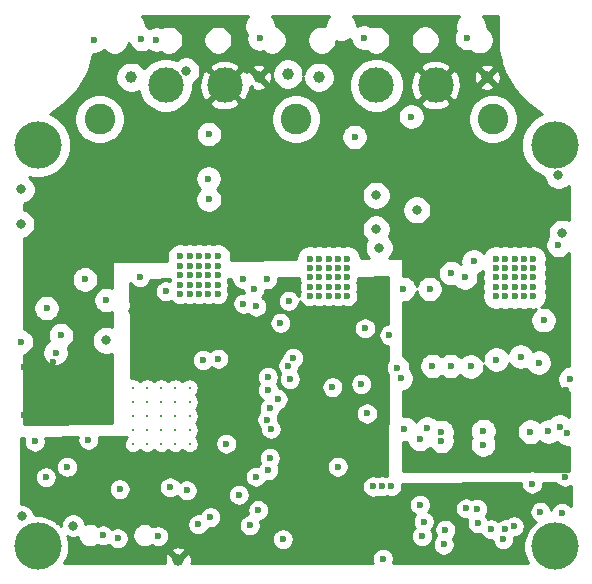
<source format=gbr>
%TF.GenerationSoftware,KiCad,Pcbnew,(5.1.8-0-10_14)*%
%TF.CreationDate,2021-05-13T19:53:47+02:00*%
%TF.ProjectId,Nauthiluscontroller,4e617574-6869-46c7-9573-636f6e74726f,rev?*%
%TF.SameCoordinates,Original*%
%TF.FileFunction,Copper,L3,Inr*%
%TF.FilePolarity,Positive*%
%FSLAX46Y46*%
G04 Gerber Fmt 4.6, Leading zero omitted, Abs format (unit mm)*
G04 Created by KiCad (PCBNEW (5.1.8-0-10_14)) date 2021-05-13 19:53:47*
%MOMM*%
%LPD*%
G01*
G04 APERTURE LIST*
%TA.AperFunction,ComponentPad*%
%ADD10C,0.300000*%
%TD*%
%TA.AperFunction,ComponentPad*%
%ADD11C,4.000000*%
%TD*%
%TA.AperFunction,ComponentPad*%
%ADD12C,3.000000*%
%TD*%
%TA.AperFunction,ComponentPad*%
%ADD13C,1.000000*%
%TD*%
%TA.AperFunction,ComponentPad*%
%ADD14C,2.600000*%
%TD*%
%TA.AperFunction,ViaPad*%
%ADD15C,0.600000*%
%TD*%
%TA.AperFunction,ViaPad*%
%ADD16C,0.800000*%
%TD*%
%TA.AperFunction,Conductor*%
%ADD17C,0.254000*%
%TD*%
%TA.AperFunction,Conductor*%
%ADD18C,0.100000*%
%TD*%
G04 APERTURE END LIST*
D10*
%TO.N,N/C*%
%TO.C,U11*%
X131023000Y-103222000D03*
X131023000Y-104422000D03*
X131023000Y-105622000D03*
X131023000Y-106822000D03*
X131023000Y-108022000D03*
X129823000Y-103222000D03*
X129823000Y-104422000D03*
X129823000Y-105622000D03*
X129823000Y-106822000D03*
X129823000Y-108022000D03*
X128623000Y-103222000D03*
X128623000Y-104422000D03*
X128623000Y-105622000D03*
X128623000Y-106822000D03*
X128623000Y-108022000D03*
X127423000Y-103222000D03*
X127423000Y-104422000D03*
X127423000Y-105622000D03*
X127423000Y-106822000D03*
X127423000Y-108022000D03*
X126223000Y-103222000D03*
X126223000Y-104422000D03*
X126223000Y-105622000D03*
X126223000Y-106822000D03*
X126223000Y-108022000D03*
%TD*%
D11*
%TO.N,N/C*%
%TO.C,H4*%
X161927359Y-116680000D03*
%TD*%
D12*
%TO.N,+24V*%
%TO.C,J7*%
X134000000Y-77620000D03*
%TO.N,GND*%
X129000000Y-77620000D03*
%TD*%
D13*
%TO.N,+3V3*%
%TO.C,U7*%
X139340000Y-76690000D03*
%TD*%
%TO.N,+24V*%
%TO.C,U17*%
X136870000Y-76950000D03*
%TD*%
D14*
%TO.N,SHC*%
%TO.C,U18*%
X156697360Y-80500000D03*
%TD*%
%TO.N,SHB*%
%TO.C,U16*%
X140048680Y-80500000D03*
%TD*%
D12*
%TO.N,GND*%
%TO.C,J6*%
X146850000Y-77620000D03*
%TO.N,+24V*%
X151850000Y-77620000D03*
%TD*%
D14*
%TO.N,SHA*%
%TO.C,U12*%
X123400000Y-80500000D03*
%TD*%
D13*
%TO.N,GND*%
%TO.C,U15*%
X126080000Y-76950000D03*
%TD*%
%TO.N,GND*%
%TO.C,U19*%
X141980000Y-76950000D03*
%TD*%
%TO.N,+3V3*%
%TO.C,U20*%
X130060000Y-117820000D03*
%TD*%
%TO.N,+24V*%
%TO.C,U9*%
X156220000Y-76950000D03*
%TD*%
D11*
%TO.N,N/C*%
%TO.C,H1*%
X118170000Y-82680001D03*
%TD*%
%TO.N,N/C*%
%TO.C,H2*%
X161927359Y-82680001D03*
%TD*%
%TO.N,N/C*%
%TO.C,H3*%
X118170000Y-116680000D03*
%TD*%
D15*
%TO.N,+24V*%
X154480000Y-87440000D03*
X158480000Y-86640000D03*
X159280000Y-85040000D03*
X156880000Y-85840000D03*
X156880000Y-86640000D03*
X160080000Y-85840000D03*
X154480000Y-86640000D03*
X154480000Y-85840000D03*
X157680000Y-85840000D03*
X156080000Y-85040000D03*
X155280000Y-85840000D03*
X160960000Y-87590000D03*
X157680000Y-85040000D03*
X159280000Y-85840000D03*
X158480000Y-85040000D03*
X157680000Y-87440000D03*
X159280000Y-87440000D03*
X156880000Y-87440000D03*
X158480000Y-87440000D03*
X154480000Y-85040000D03*
X155280000Y-85040000D03*
X156880000Y-85040000D03*
X159280000Y-88240000D03*
X158480000Y-89840000D03*
X159280000Y-89040000D03*
X157680000Y-88240000D03*
X156080000Y-88240000D03*
X154480000Y-89840000D03*
X157680000Y-89040000D03*
X155280000Y-89040000D03*
X156880000Y-89040000D03*
X156880000Y-89840000D03*
X158480000Y-88240000D03*
X154480000Y-89040000D03*
X160080000Y-88240000D03*
X160080000Y-89040000D03*
X154480000Y-88240000D03*
X155280000Y-88240000D03*
X156880000Y-88240000D03*
X158480000Y-89040000D03*
X156080000Y-89840000D03*
X160080000Y-89840000D03*
X157680000Y-89840000D03*
X155280000Y-89840000D03*
X159280000Y-89840000D03*
X156080000Y-89040000D03*
X158480000Y-85840000D03*
X155280000Y-87440000D03*
X156080000Y-86640000D03*
X160080000Y-86640000D03*
X157680000Y-86640000D03*
X155280000Y-86640000D03*
X156080000Y-87440000D03*
X159280000Y-86640000D03*
X156080000Y-85840000D03*
X160080000Y-87440000D03*
X139410000Y-87560000D03*
X143410000Y-86760000D03*
X144210000Y-85160000D03*
X141810000Y-85960000D03*
X141810000Y-86760000D03*
X145010000Y-85960000D03*
X139410000Y-86760000D03*
X139410000Y-85960000D03*
X142610000Y-85960000D03*
X141010000Y-85160000D03*
X140210000Y-85960000D03*
X145010000Y-85160000D03*
X142610000Y-85160000D03*
X144210000Y-85960000D03*
X143410000Y-85160000D03*
X142610000Y-87560000D03*
X144210000Y-87560000D03*
X141810000Y-87560000D03*
X143410000Y-87560000D03*
X139410000Y-85160000D03*
X140210000Y-85160000D03*
X141810000Y-85160000D03*
X144210000Y-88360000D03*
X143410000Y-89960000D03*
X144210000Y-89160000D03*
X142610000Y-88360000D03*
X141010000Y-88360000D03*
X139410000Y-89960000D03*
X142610000Y-89160000D03*
X140210000Y-89160000D03*
X141810000Y-89160000D03*
X141810000Y-89960000D03*
X143410000Y-88360000D03*
X139410000Y-89160000D03*
X145010000Y-88360000D03*
X145010000Y-89160000D03*
X139410000Y-88360000D03*
X140210000Y-88360000D03*
X141810000Y-88360000D03*
X143410000Y-89160000D03*
X141010000Y-89960000D03*
X145010000Y-89960000D03*
X142610000Y-89960000D03*
X140210000Y-89960000D03*
X144210000Y-89960000D03*
X141010000Y-89160000D03*
X143410000Y-85960000D03*
X140210000Y-87560000D03*
X141010000Y-86760000D03*
X145010000Y-86760000D03*
X142610000Y-86760000D03*
X140210000Y-86760000D03*
X141010000Y-87560000D03*
X144210000Y-86760000D03*
X141010000Y-85960000D03*
X145010000Y-87560000D03*
X119620000Y-85750000D03*
X120420000Y-85750000D03*
X121220000Y-85750000D03*
X122020000Y-85750000D03*
X122820000Y-85750000D03*
X123620000Y-85750000D03*
X124420000Y-85750000D03*
X125220000Y-85750000D03*
X119620000Y-86550000D03*
X120420000Y-86550000D03*
X121220000Y-86550000D03*
X122020000Y-86550000D03*
X122820000Y-86550000D03*
X123620000Y-86550000D03*
X124420000Y-86550000D03*
X125220000Y-86550000D03*
X119620000Y-87350000D03*
X120420000Y-87350000D03*
X121220000Y-87350000D03*
X122020000Y-87350000D03*
X122820000Y-87350000D03*
X123620000Y-87350000D03*
X124420000Y-87350000D03*
X125220000Y-87350000D03*
X119620000Y-88150000D03*
X120420000Y-88150000D03*
X121220000Y-88150000D03*
X122020000Y-88150000D03*
X122820000Y-88150000D03*
X123620000Y-88150000D03*
X124420000Y-88150000D03*
X125220000Y-88150000D03*
X123620000Y-90550000D03*
X124420000Y-88950000D03*
X122020000Y-89750000D03*
X122020000Y-90550000D03*
X125220000Y-89750000D03*
X119620000Y-90550000D03*
X119620000Y-89750000D03*
X122820000Y-89750000D03*
X121220000Y-88950000D03*
X120420000Y-89750000D03*
X125220000Y-88950000D03*
X122820000Y-88950000D03*
X124420000Y-89750000D03*
X123620000Y-88950000D03*
X119620000Y-88950000D03*
X120420000Y-88950000D03*
X122020000Y-88950000D03*
X123620000Y-89750000D03*
X121220000Y-90550000D03*
X125220000Y-90550000D03*
X122820000Y-90550000D03*
X120420000Y-90550000D03*
X124420000Y-90550000D03*
X121220000Y-89750000D03*
X122660000Y-92740000D03*
X152320000Y-105280000D03*
X157010000Y-105320000D03*
X155890000Y-104120000D03*
X159430000Y-109570000D03*
X156000000Y-109370000D03*
X154850000Y-109370000D03*
X153410000Y-109360000D03*
X151550000Y-109460000D03*
X158690000Y-98100000D03*
X150190000Y-109490000D03*
X151940000Y-97850000D03*
X149680000Y-97740002D03*
X120600000Y-94910000D03*
X118820000Y-94850000D03*
X159583947Y-97868870D03*
X149460000Y-91630000D03*
X151420000Y-92820000D03*
X119690000Y-94900000D03*
X153678867Y-97981133D03*
X135990000Y-91780000D03*
X135251594Y-91508406D03*
X153180000Y-105530000D03*
X154579999Y-105519999D03*
X162900000Y-103450000D03*
X162794544Y-110756476D03*
X117040000Y-105510000D03*
X159950000Y-105370000D03*
X118230000Y-105620000D03*
X119440200Y-101041681D03*
X117020000Y-101480000D03*
X117145600Y-102236676D03*
X152310000Y-104180000D03*
%TO.N,SLA*%
X139791618Y-100726386D03*
X126810010Y-93880000D03*
%TO.N,SLB*%
X137620000Y-94024990D03*
X139389471Y-101359471D03*
%TO.N,SLC*%
X153169994Y-93540000D03*
X154330011Y-93904618D03*
%TO.N,CAN_L*%
X122960000Y-73840000D03*
X126950000Y-73710000D03*
%TO.N,SWDIO*%
X146564954Y-111601286D03*
%TO.N,SWCLK*%
X147324943Y-111589948D03*
D16*
%TO.N,GHC*%
X147074990Y-91372286D03*
X150252709Y-88173057D03*
D15*
%TO.N,CONFIG_SW*%
X146040000Y-105419990D03*
%TO.N,BLUE_LED*%
X161000004Y-97520000D03*
%TO.N,nMFAULT*%
X125100000Y-111835050D03*
X129370000Y-111680000D03*
%TO.N,CAN_RX*%
X132620000Y-85530000D03*
X132650000Y-87290000D03*
%TO.N,LOOP_PIN*%
X145560000Y-102920000D03*
%TO.N,INH_A*%
X148566233Y-101528777D03*
%TO.N,INL_A*%
X138484298Y-104202139D03*
%TO.N,INH_B*%
X136110000Y-114889990D03*
%TO.N,INL_B*%
X131750000Y-114810000D03*
%TO.N,INH_C*%
X132790000Y-114200000D03*
%TO.N,INL_C*%
X136840000Y-113600000D03*
%TO.N,PWM_ENC*%
X138709998Y-97740000D03*
%TO.N,ENA_GATE*%
X128369990Y-115809998D03*
%TO.N,SENSE_A*%
X137910000Y-106720000D03*
%TO.N,SENSE_B*%
X137620006Y-105930008D03*
%TO.N,SENSE_C*%
X137800000Y-104980000D03*
D16*
%TO.N,+3V3*%
X124300000Y-110130000D03*
X132760000Y-109830000D03*
X129260000Y-97700000D03*
X126247839Y-96763230D03*
D15*
X134571436Y-110201442D03*
X163210000Y-113020000D03*
X163020000Y-111940000D03*
D16*
X147485021Y-94253736D03*
D15*
X145693561Y-101163560D03*
D16*
X123977695Y-99232305D03*
D15*
X119960000Y-114570000D03*
X146270000Y-114480000D03*
X146780000Y-113910000D03*
X143559990Y-108300000D03*
X161650000Y-111450000D03*
X123265002Y-110790000D03*
X146234998Y-117710010D03*
X125822187Y-113580020D03*
X139500000Y-105800000D03*
X140740000Y-105419990D03*
X142020000Y-105419990D03*
X145010000Y-105419990D03*
X133860000Y-98374990D03*
X132910000Y-98374990D03*
%TO.N,I2C1_SCL*%
X124940000Y-115990000D03*
X148074956Y-111589948D03*
%TO.N,CS1_DRV*%
X135200000Y-112300014D03*
%TO.N,CLK1_DRV*%
X136629981Y-110769981D03*
%TO.N,MISO1_DRV*%
X137700000Y-110201074D03*
%TO.N,MOSI1_DRV*%
X130781439Y-111928561D03*
%TO.N,GND*%
X156940000Y-94700000D03*
X159340000Y-93100000D03*
X159340000Y-93900000D03*
X156940000Y-93900000D03*
X156940000Y-93100000D03*
X160140000Y-93100000D03*
X158540000Y-92300000D03*
X157740000Y-93100000D03*
X160140000Y-92300000D03*
X160140000Y-94700000D03*
X158540000Y-93900000D03*
X160140000Y-95500000D03*
X156940000Y-92300000D03*
X156940000Y-95500000D03*
X157740000Y-92300000D03*
X159340000Y-92300000D03*
X159340000Y-94700000D03*
X157740000Y-93900000D03*
X157740000Y-95500000D03*
X158540000Y-95500000D03*
X157740000Y-94700000D03*
X159340000Y-95500000D03*
X158540000Y-94700000D03*
X160140000Y-93900000D03*
X158540000Y-93100000D03*
X141190000Y-94700000D03*
X143590000Y-93100000D03*
X143590000Y-93900000D03*
X141190000Y-93900000D03*
X141190000Y-93100000D03*
X144390000Y-93100000D03*
X142790000Y-92300000D03*
X141990000Y-93100000D03*
X144390000Y-92300000D03*
X144390000Y-94700000D03*
X143590000Y-94700000D03*
X141190000Y-92300000D03*
X141990000Y-92300000D03*
X143590000Y-92300000D03*
X144390000Y-95500000D03*
X142790000Y-95500000D03*
X141190000Y-95500000D03*
X141990000Y-95500000D03*
X143590000Y-95500000D03*
X141990000Y-94700000D03*
X142790000Y-93900000D03*
X144390000Y-93900000D03*
X141990000Y-93900000D03*
X142790000Y-94700000D03*
X142790000Y-93100000D03*
X132620000Y-92920000D03*
X130220000Y-92920000D03*
X130220000Y-93720000D03*
X130220000Y-92120000D03*
X130220000Y-94520000D03*
X132620000Y-92120000D03*
X131020000Y-92120000D03*
X133420000Y-92920000D03*
X133420000Y-94520000D03*
X131820000Y-92120000D03*
X133420000Y-95320000D03*
X132620000Y-94520000D03*
X131020000Y-92920000D03*
X133420000Y-92120000D03*
X132620000Y-93720000D03*
X131820000Y-95320000D03*
X130220000Y-95320000D03*
X131020000Y-95320000D03*
X132620000Y-95320000D03*
X131020000Y-94520000D03*
X131820000Y-93720000D03*
X133420000Y-93720000D03*
X131020000Y-93720000D03*
X131820000Y-94520000D03*
X131820000Y-92920000D03*
X149220000Y-106720000D03*
X151140000Y-106680000D03*
X152340000Y-107740000D03*
X155890000Y-106900000D03*
X145770000Y-73590000D03*
X136970000Y-73670000D03*
X128220000Y-73770000D03*
X154530000Y-73640000D03*
X162560000Y-113820000D03*
X160025000Y-111364000D03*
X156570000Y-115230000D03*
X132660000Y-81760000D03*
X155410000Y-114720000D03*
X118920000Y-96500000D03*
X120650000Y-109940000D03*
X118850000Y-110810000D03*
X117920000Y-107790000D03*
D16*
X121160000Y-114910000D03*
D15*
X161410000Y-106940000D03*
X153140000Y-101390010D03*
X158480000Y-114970000D03*
X157579998Y-116070000D03*
X148900000Y-102440000D03*
X151591994Y-101390000D03*
X123680000Y-115740000D03*
X160583958Y-101118941D03*
D16*
X162260000Y-85260002D03*
D15*
X162370000Y-106540000D03*
D16*
X146820000Y-86950000D03*
X146830000Y-89800000D03*
X116880000Y-114140000D03*
D15*
X136664985Y-96362537D03*
X136510000Y-94910000D03*
D16*
X116770000Y-86450000D03*
X116730000Y-89370000D03*
D15*
X135510000Y-94010000D03*
X123991863Y-95821155D03*
X122159503Y-94059505D03*
X163020000Y-107100000D03*
X135590000Y-96120000D03*
X128995019Y-95076696D03*
X132153180Y-100896820D03*
X143120000Y-103200000D03*
X150859990Y-114580000D03*
X150520000Y-113140000D03*
X152540000Y-116510000D03*
D16*
X162570000Y-90150000D03*
X130710000Y-76420010D03*
D15*
X145879998Y-98210000D03*
X150710000Y-115800010D03*
X137816770Y-109195398D03*
X162252198Y-91149396D03*
X149790010Y-80290000D03*
X150520000Y-107574509D03*
X154830000Y-101440010D03*
X156990000Y-100863990D03*
X139417323Y-95882026D03*
X147950000Y-98770000D03*
X151350000Y-94869991D03*
X149133229Y-94869991D03*
X160720389Y-113741779D03*
X159865384Y-106964010D03*
X163277698Y-102525085D03*
X143559990Y-109920000D03*
X139510078Y-102511686D03*
X137664591Y-103430010D03*
X137648200Y-102310369D03*
X133458446Y-100775010D03*
X159050000Y-100610000D03*
X155880000Y-108050000D03*
X157740000Y-115240000D03*
X155380000Y-113510000D03*
X154440000Y-113460000D03*
X155080000Y-92550000D03*
X144990000Y-82010000D03*
X116740000Y-99360000D03*
X120130000Y-98800000D03*
X119690000Y-100270000D03*
X138920000Y-116060010D03*
X147382647Y-117710010D03*
X134123816Y-107980010D03*
X122460000Y-107640000D03*
X152340000Y-106980000D03*
%TO.N,RESET*%
X152690010Y-115250009D03*
%TD*%
D17*
%TO.N,+24V*%
X135969252Y-71774087D02*
X135824028Y-71991430D01*
X135723996Y-72232928D01*
X135673000Y-72489302D01*
X135673000Y-72750698D01*
X135723996Y-73007072D01*
X135824028Y-73248570D01*
X135886231Y-73341663D01*
X135843000Y-73559000D01*
X135843000Y-73781000D01*
X135886310Y-73998734D01*
X135971266Y-74203835D01*
X136094602Y-74388421D01*
X136251579Y-74545398D01*
X136436165Y-74668734D01*
X136641266Y-74753690D01*
X136859000Y-74797000D01*
X137081000Y-74797000D01*
X137240983Y-74765177D01*
X137438798Y-74897353D01*
X137662097Y-74989847D01*
X137899151Y-75037000D01*
X138140849Y-75037000D01*
X138377903Y-74989847D01*
X138601202Y-74897353D01*
X138802167Y-74763073D01*
X138973073Y-74592167D01*
X139107353Y-74391202D01*
X139199847Y-74167903D01*
X139247000Y-73930849D01*
X139247000Y-73689151D01*
X139199847Y-73452097D01*
X139107353Y-73228798D01*
X138973073Y-73027833D01*
X138802167Y-72856927D01*
X138601202Y-72722647D01*
X138377903Y-72630153D01*
X138327000Y-72620028D01*
X138327000Y-72489302D01*
X138276004Y-72232928D01*
X138175972Y-71991430D01*
X138030748Y-71774087D01*
X137984982Y-71728321D01*
X142865018Y-71728321D01*
X142819252Y-71774087D01*
X142674028Y-71991430D01*
X142573996Y-72232928D01*
X142523000Y-72489302D01*
X142523000Y-72621221D01*
X142330849Y-72583000D01*
X142089151Y-72583000D01*
X141852097Y-72630153D01*
X141628798Y-72722647D01*
X141427833Y-72856927D01*
X141256927Y-73027833D01*
X141122647Y-73228798D01*
X141030153Y-73452097D01*
X140983000Y-73689151D01*
X140983000Y-73930849D01*
X141030153Y-74167903D01*
X141122647Y-74391202D01*
X141256927Y-74592167D01*
X141427833Y-74763073D01*
X141628798Y-74897353D01*
X141852097Y-74989847D01*
X142089151Y-75037000D01*
X142330849Y-75037000D01*
X142567903Y-74989847D01*
X142791202Y-74897353D01*
X142992167Y-74763073D01*
X143163073Y-74592167D01*
X143297353Y-74391202D01*
X143389847Y-74167903D01*
X143437000Y-73930849D01*
X143437000Y-73885264D01*
X143462928Y-73896004D01*
X143719302Y-73947000D01*
X143980698Y-73947000D01*
X144237072Y-73896004D01*
X144478570Y-73795972D01*
X144643000Y-73686103D01*
X144643000Y-73701000D01*
X144686310Y-73918734D01*
X144771266Y-74123835D01*
X144894602Y-74308421D01*
X145051579Y-74465398D01*
X145236165Y-74588734D01*
X145441266Y-74673690D01*
X145659000Y-74717000D01*
X145881000Y-74717000D01*
X145965043Y-74700283D01*
X146027833Y-74763073D01*
X146228798Y-74897353D01*
X146452097Y-74989847D01*
X146689151Y-75037000D01*
X146930849Y-75037000D01*
X147167903Y-74989847D01*
X147391202Y-74897353D01*
X147592167Y-74763073D01*
X147763073Y-74592167D01*
X147897353Y-74391202D01*
X147989847Y-74167903D01*
X148037000Y-73930849D01*
X148037000Y-73689151D01*
X148031033Y-73659151D01*
X149743000Y-73659151D01*
X149743000Y-73900849D01*
X149790153Y-74137903D01*
X149882647Y-74361202D01*
X150016927Y-74562167D01*
X150187833Y-74733073D01*
X150388798Y-74867353D01*
X150612097Y-74959847D01*
X150849151Y-75007000D01*
X151090849Y-75007000D01*
X151327903Y-74959847D01*
X151551202Y-74867353D01*
X151752167Y-74733073D01*
X151923073Y-74562167D01*
X152057353Y-74361202D01*
X152149847Y-74137903D01*
X152197000Y-73900849D01*
X152197000Y-73659151D01*
X152149847Y-73422097D01*
X152057353Y-73198798D01*
X151923073Y-72997833D01*
X151752167Y-72826927D01*
X151551202Y-72692647D01*
X151327903Y-72600153D01*
X151090849Y-72553000D01*
X150849151Y-72553000D01*
X150612097Y-72600153D01*
X150388798Y-72692647D01*
X150187833Y-72826927D01*
X150016927Y-72997833D01*
X149882647Y-73198798D01*
X149790153Y-73422097D01*
X149743000Y-73659151D01*
X148031033Y-73659151D01*
X147989847Y-73452097D01*
X147897353Y-73228798D01*
X147763073Y-73027833D01*
X147592167Y-72856927D01*
X147391202Y-72722647D01*
X147167903Y-72630153D01*
X146930849Y-72583000D01*
X146689151Y-72583000D01*
X146452097Y-72630153D01*
X146396500Y-72653182D01*
X146303835Y-72591266D01*
X146098734Y-72506310D01*
X145881000Y-72463000D01*
X145659000Y-72463000D01*
X145441266Y-72506310D01*
X145236165Y-72591266D01*
X145177000Y-72630799D01*
X145177000Y-72489302D01*
X145126004Y-72232928D01*
X145025972Y-71991430D01*
X144880748Y-71774087D01*
X144834982Y-71728321D01*
X153865018Y-71728321D01*
X153819252Y-71774087D01*
X153674028Y-71991430D01*
X153573996Y-72232928D01*
X153523000Y-72489302D01*
X153523000Y-72750698D01*
X153573996Y-73007072D01*
X153582982Y-73028766D01*
X153531266Y-73106165D01*
X153446310Y-73311266D01*
X153403000Y-73529000D01*
X153403000Y-73751000D01*
X153446310Y-73968734D01*
X153531266Y-74173835D01*
X153654602Y-74358421D01*
X153811579Y-74515398D01*
X153996165Y-74638734D01*
X154201266Y-74723690D01*
X154419000Y-74767000D01*
X154641000Y-74767000D01*
X154793277Y-74736710D01*
X154988798Y-74867353D01*
X155212097Y-74959847D01*
X155449151Y-75007000D01*
X155690849Y-75007000D01*
X155927903Y-74959847D01*
X156151202Y-74867353D01*
X156352167Y-74733073D01*
X156523073Y-74562167D01*
X156657353Y-74361202D01*
X156749847Y-74137903D01*
X156797000Y-73900849D01*
X156797000Y-73659151D01*
X156749847Y-73422097D01*
X156657353Y-73198798D01*
X156523073Y-72997833D01*
X156352167Y-72826927D01*
X156177000Y-72709885D01*
X156177000Y-72489302D01*
X156126004Y-72232928D01*
X156025972Y-71991430D01*
X155880748Y-71774087D01*
X155834982Y-71728321D01*
X157121680Y-71728321D01*
X157121679Y-73846858D01*
X157124112Y-73871561D01*
X157157313Y-74491607D01*
X157164270Y-74542621D01*
X157168515Y-74593925D01*
X157172498Y-74616222D01*
X157357251Y-75581971D01*
X157374565Y-75644275D01*
X157390353Y-75706991D01*
X157397925Y-75728338D01*
X157737928Y-76650944D01*
X157765188Y-76709589D01*
X157791005Y-76768880D01*
X157801962Y-76788704D01*
X158288086Y-77643390D01*
X158324555Y-77696791D01*
X158359712Y-77751072D01*
X158373759Y-77768840D01*
X158992947Y-78532653D01*
X159037654Y-78579386D01*
X159081199Y-78627192D01*
X159097960Y-78642427D01*
X159828034Y-79289931D01*
X159856051Y-79315599D01*
X160854530Y-80064458D01*
X160588272Y-80174746D01*
X160125251Y-80484126D01*
X159731484Y-80877893D01*
X159422104Y-81340914D01*
X159208999Y-81855395D01*
X159100359Y-82401566D01*
X159100359Y-82958436D01*
X159208999Y-83504607D01*
X159422104Y-84019088D01*
X159731484Y-84482109D01*
X160125251Y-84875876D01*
X160588272Y-85185256D01*
X161033000Y-85369468D01*
X161033000Y-85380851D01*
X161080153Y-85617905D01*
X161172647Y-85841204D01*
X161306927Y-86042169D01*
X161477833Y-86213075D01*
X161678798Y-86347355D01*
X161902097Y-86439849D01*
X162139151Y-86487002D01*
X162380849Y-86487002D01*
X162617903Y-86439849D01*
X162841202Y-86347355D01*
X163042167Y-86213075D01*
X163121680Y-86133562D01*
X163121680Y-89050418D01*
X162927903Y-88970153D01*
X162690849Y-88923000D01*
X162449151Y-88923000D01*
X162212097Y-88970153D01*
X161988798Y-89062647D01*
X161787833Y-89196927D01*
X161616927Y-89367833D01*
X161482647Y-89568798D01*
X161390153Y-89792097D01*
X161343000Y-90029151D01*
X161343000Y-90270849D01*
X161375298Y-90433223D01*
X161253464Y-90615561D01*
X161168508Y-90820662D01*
X161125198Y-91038396D01*
X161125198Y-91260396D01*
X161168508Y-91478130D01*
X161253464Y-91683231D01*
X161376800Y-91867817D01*
X161533777Y-92024794D01*
X161718363Y-92148130D01*
X161923464Y-92233086D01*
X162141198Y-92276396D01*
X162363198Y-92276396D01*
X162580932Y-92233086D01*
X162786033Y-92148130D01*
X162970619Y-92024794D01*
X163121680Y-91873733D01*
X163121679Y-101407040D01*
X162948964Y-101441395D01*
X162743863Y-101526351D01*
X162559277Y-101649687D01*
X162402300Y-101806664D01*
X162278964Y-101991250D01*
X162194008Y-102196351D01*
X162150698Y-102414085D01*
X162150698Y-102636085D01*
X162194008Y-102853819D01*
X162278964Y-103058920D01*
X162402300Y-103243506D01*
X162559277Y-103400483D01*
X162743863Y-103523819D01*
X162948964Y-103608775D01*
X163121679Y-103643130D01*
X163121679Y-105697860D01*
X163088421Y-105664602D01*
X162903835Y-105541266D01*
X162698734Y-105456310D01*
X162481000Y-105413000D01*
X162259000Y-105413000D01*
X162041266Y-105456310D01*
X161836165Y-105541266D01*
X161651579Y-105664602D01*
X161503181Y-105813000D01*
X161299000Y-105813000D01*
X161081266Y-105856310D01*
X160876165Y-105941266D01*
X160691579Y-106064602D01*
X160625687Y-106130494D01*
X160583805Y-106088612D01*
X160399219Y-105965276D01*
X160194118Y-105880320D01*
X159976384Y-105837010D01*
X159754384Y-105837010D01*
X159536650Y-105880320D01*
X159331549Y-105965276D01*
X159146963Y-106088612D01*
X158989986Y-106245589D01*
X158866650Y-106430175D01*
X158781694Y-106635276D01*
X158738384Y-106853010D01*
X158738384Y-107075010D01*
X158781694Y-107292744D01*
X158866650Y-107497845D01*
X158989986Y-107682431D01*
X159146963Y-107839408D01*
X159331549Y-107962744D01*
X159536650Y-108047700D01*
X159754384Y-108091010D01*
X159976384Y-108091010D01*
X160194118Y-108047700D01*
X160399219Y-107962744D01*
X160583805Y-107839408D01*
X160649697Y-107773516D01*
X160691579Y-107815398D01*
X160876165Y-107938734D01*
X161081266Y-108023690D01*
X161299000Y-108067000D01*
X161521000Y-108067000D01*
X161738734Y-108023690D01*
X161943835Y-107938734D01*
X162128421Y-107815398D01*
X162136910Y-107806909D01*
X162144602Y-107818421D01*
X162301579Y-107975398D01*
X162486165Y-108098734D01*
X162691266Y-108183690D01*
X162909000Y-108227000D01*
X163121679Y-108227000D01*
X163121679Y-110261311D01*
X160304956Y-110270607D01*
X160136000Y-110237000D01*
X159914000Y-110237000D01*
X159735597Y-110272487D01*
X149101684Y-110307582D01*
X149095551Y-107844325D01*
X149109000Y-107847000D01*
X149331000Y-107847000D01*
X149421540Y-107828990D01*
X149436310Y-107903243D01*
X149521266Y-108108344D01*
X149644602Y-108292930D01*
X149801579Y-108449907D01*
X149986165Y-108573243D01*
X150191266Y-108658199D01*
X150409000Y-108701509D01*
X150631000Y-108701509D01*
X150848734Y-108658199D01*
X151053835Y-108573243D01*
X151238421Y-108449907D01*
X151370597Y-108317731D01*
X151464602Y-108458421D01*
X151621579Y-108615398D01*
X151806165Y-108738734D01*
X152011266Y-108823690D01*
X152229000Y-108867000D01*
X152451000Y-108867000D01*
X152668734Y-108823690D01*
X152873835Y-108738734D01*
X153058421Y-108615398D01*
X153215398Y-108458421D01*
X153338734Y-108273835D01*
X153423690Y-108068734D01*
X153449495Y-107939000D01*
X154753000Y-107939000D01*
X154753000Y-108161000D01*
X154796310Y-108378734D01*
X154881266Y-108583835D01*
X155004602Y-108768421D01*
X155161579Y-108925398D01*
X155346165Y-109048734D01*
X155551266Y-109133690D01*
X155769000Y-109177000D01*
X155991000Y-109177000D01*
X156208734Y-109133690D01*
X156413835Y-109048734D01*
X156598421Y-108925398D01*
X156755398Y-108768421D01*
X156878734Y-108583835D01*
X156963690Y-108378734D01*
X157007000Y-108161000D01*
X157007000Y-107939000D01*
X156963690Y-107721266D01*
X156878734Y-107516165D01*
X156856229Y-107482483D01*
X156888734Y-107433835D01*
X156973690Y-107228734D01*
X157017000Y-107011000D01*
X157017000Y-106789000D01*
X156973690Y-106571266D01*
X156888734Y-106366165D01*
X156765398Y-106181579D01*
X156608421Y-106024602D01*
X156423835Y-105901266D01*
X156218734Y-105816310D01*
X156001000Y-105773000D01*
X155779000Y-105773000D01*
X155561266Y-105816310D01*
X155356165Y-105901266D01*
X155171579Y-106024602D01*
X155014602Y-106181579D01*
X154891266Y-106366165D01*
X154806310Y-106571266D01*
X154763000Y-106789000D01*
X154763000Y-107011000D01*
X154806310Y-107228734D01*
X154891266Y-107433835D01*
X154913771Y-107467517D01*
X154881266Y-107516165D01*
X154796310Y-107721266D01*
X154753000Y-107939000D01*
X153449495Y-107939000D01*
X153467000Y-107851000D01*
X153467000Y-107629000D01*
X153423690Y-107411266D01*
X153402455Y-107360000D01*
X153423690Y-107308734D01*
X153467000Y-107091000D01*
X153467000Y-106869000D01*
X153423690Y-106651266D01*
X153338734Y-106446165D01*
X153215398Y-106261579D01*
X153058421Y-106104602D01*
X152873835Y-105981266D01*
X152668734Y-105896310D01*
X152451000Y-105853000D01*
X152229000Y-105853000D01*
X152011266Y-105896310D01*
X151968036Y-105914217D01*
X151858421Y-105804602D01*
X151673835Y-105681266D01*
X151468734Y-105596310D01*
X151251000Y-105553000D01*
X151029000Y-105553000D01*
X150811266Y-105596310D01*
X150606165Y-105681266D01*
X150421579Y-105804602D01*
X150264602Y-105961579D01*
X150166636Y-106108195D01*
X150095398Y-106001579D01*
X149938421Y-105844602D01*
X149753835Y-105721266D01*
X149548734Y-105636310D01*
X149331000Y-105593000D01*
X149109000Y-105593000D01*
X149089956Y-105596788D01*
X149084866Y-103552307D01*
X149228734Y-103523690D01*
X149433835Y-103438734D01*
X149618421Y-103315398D01*
X149775398Y-103158421D01*
X149898734Y-102973835D01*
X149983690Y-102768734D01*
X150027000Y-102551000D01*
X150027000Y-102329000D01*
X149983690Y-102111266D01*
X149898734Y-101906165D01*
X149775398Y-101721579D01*
X149693233Y-101639414D01*
X149693233Y-101417777D01*
X149665629Y-101279000D01*
X150464994Y-101279000D01*
X150464994Y-101501000D01*
X150508304Y-101718734D01*
X150593260Y-101923835D01*
X150716596Y-102108421D01*
X150873573Y-102265398D01*
X151058159Y-102388734D01*
X151263260Y-102473690D01*
X151480994Y-102517000D01*
X151702994Y-102517000D01*
X151920728Y-102473690D01*
X152125829Y-102388734D01*
X152310415Y-102265398D01*
X152365992Y-102209821D01*
X152421579Y-102265408D01*
X152606165Y-102388744D01*
X152811266Y-102473700D01*
X153029000Y-102517010D01*
X153251000Y-102517010D01*
X153468734Y-102473700D01*
X153673835Y-102388744D01*
X153858421Y-102265408D01*
X153960000Y-102163829D01*
X154111579Y-102315408D01*
X154296165Y-102438744D01*
X154501266Y-102523700D01*
X154719000Y-102567010D01*
X154941000Y-102567010D01*
X155158734Y-102523700D01*
X155363835Y-102438744D01*
X155548421Y-102315408D01*
X155705398Y-102158431D01*
X155828734Y-101973845D01*
X155913690Y-101768744D01*
X155957000Y-101551010D01*
X155957000Y-101329010D01*
X155951677Y-101302249D01*
X155991266Y-101397825D01*
X156114602Y-101582411D01*
X156271579Y-101739388D01*
X156456165Y-101862724D01*
X156661266Y-101947680D01*
X156879000Y-101990990D01*
X157101000Y-101990990D01*
X157318734Y-101947680D01*
X157523835Y-101862724D01*
X157708421Y-101739388D01*
X157865398Y-101582411D01*
X157988734Y-101397825D01*
X158073690Y-101192724D01*
X158076040Y-101180912D01*
X158174602Y-101328421D01*
X158331579Y-101485398D01*
X158516165Y-101608734D01*
X158721266Y-101693690D01*
X158939000Y-101737000D01*
X159161000Y-101737000D01*
X159378734Y-101693690D01*
X159569449Y-101614693D01*
X159585224Y-101652776D01*
X159708560Y-101837362D01*
X159865537Y-101994339D01*
X160050123Y-102117675D01*
X160255224Y-102202631D01*
X160472958Y-102245941D01*
X160694958Y-102245941D01*
X160912692Y-102202631D01*
X161117793Y-102117675D01*
X161302379Y-101994339D01*
X161459356Y-101837362D01*
X161582692Y-101652776D01*
X161667648Y-101447675D01*
X161710958Y-101229941D01*
X161710958Y-101007941D01*
X161667648Y-100790207D01*
X161582692Y-100585106D01*
X161459356Y-100400520D01*
X161302379Y-100243543D01*
X161117793Y-100120207D01*
X160912692Y-100035251D01*
X160694958Y-99991941D01*
X160472958Y-99991941D01*
X160255224Y-100035251D01*
X160064509Y-100114248D01*
X160048734Y-100076165D01*
X159925398Y-99891579D01*
X159768421Y-99734602D01*
X159583835Y-99611266D01*
X159378734Y-99526310D01*
X159161000Y-99483000D01*
X158939000Y-99483000D01*
X158721266Y-99526310D01*
X158516165Y-99611266D01*
X158331579Y-99734602D01*
X158174602Y-99891579D01*
X158051266Y-100076165D01*
X157966310Y-100281266D01*
X157963960Y-100293078D01*
X157865398Y-100145569D01*
X157708421Y-99988592D01*
X157523835Y-99865256D01*
X157318734Y-99780300D01*
X157101000Y-99736990D01*
X156879000Y-99736990D01*
X156661266Y-99780300D01*
X156456165Y-99865256D01*
X156271579Y-99988592D01*
X156114602Y-100145569D01*
X155991266Y-100330155D01*
X155906310Y-100535256D01*
X155863000Y-100752990D01*
X155863000Y-100974990D01*
X155868323Y-101001751D01*
X155828734Y-100906175D01*
X155705398Y-100721589D01*
X155548421Y-100564612D01*
X155363835Y-100441276D01*
X155158734Y-100356320D01*
X154941000Y-100313010D01*
X154719000Y-100313010D01*
X154501266Y-100356320D01*
X154296165Y-100441276D01*
X154111579Y-100564612D01*
X154010000Y-100666191D01*
X153858421Y-100514612D01*
X153673835Y-100391276D01*
X153468734Y-100306320D01*
X153251000Y-100263010D01*
X153029000Y-100263010D01*
X152811266Y-100306320D01*
X152606165Y-100391276D01*
X152421579Y-100514612D01*
X152366002Y-100570189D01*
X152310415Y-100514602D01*
X152125829Y-100391266D01*
X151920728Y-100306310D01*
X151702994Y-100263000D01*
X151480994Y-100263000D01*
X151263260Y-100306310D01*
X151058159Y-100391266D01*
X150873573Y-100514602D01*
X150716596Y-100671579D01*
X150593260Y-100856165D01*
X150508304Y-101061266D01*
X150464994Y-101279000D01*
X149665629Y-101279000D01*
X149649923Y-101200043D01*
X149564967Y-100994942D01*
X149441631Y-100810356D01*
X149284654Y-100653379D01*
X149100068Y-100530043D01*
X149077318Y-100520620D01*
X149073282Y-98899690D01*
X149077000Y-98881000D01*
X149077000Y-98659000D01*
X149072628Y-98637022D01*
X149066056Y-95996991D01*
X149244229Y-95996991D01*
X149461963Y-95953681D01*
X149667064Y-95868725D01*
X149851650Y-95745389D01*
X150008627Y-95588412D01*
X150131963Y-95403826D01*
X150216919Y-95198725D01*
X150241615Y-95074572D01*
X150266310Y-95198725D01*
X150351266Y-95403826D01*
X150474602Y-95588412D01*
X150631579Y-95745389D01*
X150816165Y-95868725D01*
X151021266Y-95953681D01*
X151239000Y-95996991D01*
X151461000Y-95996991D01*
X151678734Y-95953681D01*
X151883835Y-95868725D01*
X152068421Y-95745389D01*
X152225398Y-95588412D01*
X152348734Y-95403826D01*
X152433690Y-95198725D01*
X152477000Y-94980991D01*
X152477000Y-94758991D01*
X152433690Y-94541257D01*
X152348734Y-94336156D01*
X152301218Y-94265043D01*
X152451573Y-94415398D01*
X152636159Y-94538734D01*
X152841260Y-94623690D01*
X153058994Y-94667000D01*
X153280994Y-94667000D01*
X153462475Y-94630901D01*
X153611590Y-94780016D01*
X153796176Y-94903352D01*
X154001277Y-94988308D01*
X154219011Y-95031618D01*
X154441011Y-95031618D01*
X154658745Y-94988308D01*
X154863846Y-94903352D01*
X155048432Y-94780016D01*
X155205409Y-94623039D01*
X155328745Y-94438453D01*
X155413701Y-94233352D01*
X155457011Y-94015618D01*
X155457011Y-93793618D01*
X155423946Y-93627389D01*
X155613835Y-93548734D01*
X155798421Y-93425398D01*
X155846152Y-93377667D01*
X155856310Y-93428734D01*
X155885829Y-93500000D01*
X155856310Y-93571266D01*
X155813000Y-93789000D01*
X155813000Y-94011000D01*
X155856310Y-94228734D01*
X155885829Y-94300000D01*
X155856310Y-94371266D01*
X155813000Y-94589000D01*
X155813000Y-94811000D01*
X155856310Y-95028734D01*
X155885829Y-95100000D01*
X155856310Y-95171266D01*
X155813000Y-95389000D01*
X155813000Y-95611000D01*
X155856310Y-95828734D01*
X155941266Y-96033835D01*
X156064602Y-96218421D01*
X156221579Y-96375398D01*
X156406165Y-96498734D01*
X156611266Y-96583690D01*
X156829000Y-96627000D01*
X157051000Y-96627000D01*
X157268734Y-96583690D01*
X157340000Y-96554171D01*
X157411266Y-96583690D01*
X157629000Y-96627000D01*
X157851000Y-96627000D01*
X158068734Y-96583690D01*
X158140000Y-96554171D01*
X158211266Y-96583690D01*
X158429000Y-96627000D01*
X158651000Y-96627000D01*
X158868734Y-96583690D01*
X158940000Y-96554171D01*
X159011266Y-96583690D01*
X159229000Y-96627000D01*
X159451000Y-96627000D01*
X159668734Y-96583690D01*
X159740000Y-96554171D01*
X159811266Y-96583690D01*
X160029000Y-96627000D01*
X160251000Y-96627000D01*
X160332056Y-96610877D01*
X160281583Y-96644602D01*
X160124606Y-96801579D01*
X160001270Y-96986165D01*
X159916314Y-97191266D01*
X159873004Y-97409000D01*
X159873004Y-97631000D01*
X159916314Y-97848734D01*
X160001270Y-98053835D01*
X160124606Y-98238421D01*
X160281583Y-98395398D01*
X160466169Y-98518734D01*
X160671270Y-98603690D01*
X160889004Y-98647000D01*
X161111004Y-98647000D01*
X161328738Y-98603690D01*
X161533839Y-98518734D01*
X161718425Y-98395398D01*
X161875402Y-98238421D01*
X161998738Y-98053835D01*
X162083694Y-97848734D01*
X162127004Y-97631000D01*
X162127004Y-97409000D01*
X162083694Y-97191266D01*
X161998738Y-96986165D01*
X161875402Y-96801579D01*
X161718425Y-96644602D01*
X161533839Y-96521266D01*
X161328738Y-96436310D01*
X161111004Y-96393000D01*
X160889004Y-96393000D01*
X160807948Y-96409123D01*
X160858421Y-96375398D01*
X161015398Y-96218421D01*
X161138734Y-96033835D01*
X161223690Y-95828734D01*
X161267000Y-95611000D01*
X161267000Y-95389000D01*
X161223690Y-95171266D01*
X161194171Y-95100000D01*
X161223690Y-95028734D01*
X161267000Y-94811000D01*
X161267000Y-94589000D01*
X161223690Y-94371266D01*
X161194171Y-94300000D01*
X161223690Y-94228734D01*
X161267000Y-94011000D01*
X161267000Y-93789000D01*
X161223690Y-93571266D01*
X161194171Y-93500000D01*
X161223690Y-93428734D01*
X161267000Y-93211000D01*
X161267000Y-92989000D01*
X161223690Y-92771266D01*
X161194171Y-92700000D01*
X161223690Y-92628734D01*
X161267000Y-92411000D01*
X161267000Y-92189000D01*
X161223690Y-91971266D01*
X161138734Y-91766165D01*
X161015398Y-91581579D01*
X160858421Y-91424602D01*
X160673835Y-91301266D01*
X160468734Y-91216310D01*
X160251000Y-91173000D01*
X160029000Y-91173000D01*
X159811266Y-91216310D01*
X159740000Y-91245829D01*
X159668734Y-91216310D01*
X159451000Y-91173000D01*
X159229000Y-91173000D01*
X159011266Y-91216310D01*
X158940000Y-91245829D01*
X158868734Y-91216310D01*
X158651000Y-91173000D01*
X158429000Y-91173000D01*
X158211266Y-91216310D01*
X158140000Y-91245829D01*
X158068734Y-91216310D01*
X157851000Y-91173000D01*
X157629000Y-91173000D01*
X157411266Y-91216310D01*
X157340000Y-91245829D01*
X157268734Y-91216310D01*
X157051000Y-91173000D01*
X156829000Y-91173000D01*
X156611266Y-91216310D01*
X156406165Y-91301266D01*
X156221579Y-91424602D01*
X156064602Y-91581579D01*
X155941266Y-91766165D01*
X155926246Y-91802427D01*
X155798421Y-91674602D01*
X155613835Y-91551266D01*
X155408734Y-91466310D01*
X155191000Y-91423000D01*
X154969000Y-91423000D01*
X154751266Y-91466310D01*
X154546165Y-91551266D01*
X154361579Y-91674602D01*
X154204602Y-91831579D01*
X154081266Y-92016165D01*
X153996310Y-92221266D01*
X153953000Y-92439000D01*
X153953000Y-92661000D01*
X153969931Y-92746118D01*
X153888415Y-92664602D01*
X153703829Y-92541266D01*
X153498728Y-92456310D01*
X153280994Y-92413000D01*
X153058994Y-92413000D01*
X152841260Y-92456310D01*
X152636159Y-92541266D01*
X152451573Y-92664602D01*
X152294596Y-92821579D01*
X152171260Y-93006165D01*
X152086304Y-93211266D01*
X152042994Y-93429000D01*
X152042994Y-93651000D01*
X152086304Y-93868734D01*
X152171260Y-94073835D01*
X152218776Y-94144948D01*
X152068421Y-93994593D01*
X151883835Y-93871257D01*
X151678734Y-93786301D01*
X151461000Y-93742991D01*
X151239000Y-93742991D01*
X151021266Y-93786301D01*
X150816165Y-93871257D01*
X150631579Y-93994593D01*
X150474602Y-94151570D01*
X150351266Y-94336156D01*
X150266310Y-94541257D01*
X150241615Y-94665410D01*
X150216919Y-94541257D01*
X150131963Y-94336156D01*
X150008627Y-94151570D01*
X149851650Y-93994593D01*
X149667064Y-93871257D01*
X149461963Y-93786301D01*
X149244229Y-93742991D01*
X149060444Y-93742991D01*
X149057000Y-92359684D01*
X149054498Y-92334913D01*
X149047211Y-92311107D01*
X149035421Y-92289180D01*
X149019579Y-92269974D01*
X149000294Y-92254228D01*
X148978309Y-92242547D01*
X148954466Y-92235379D01*
X148928358Y-92233011D01*
X147936679Y-92245837D01*
X148028063Y-92154453D01*
X148162343Y-91953488D01*
X148254837Y-91730189D01*
X148301990Y-91493135D01*
X148301990Y-91251437D01*
X148254837Y-91014383D01*
X148162343Y-90791084D01*
X148028063Y-90590119D01*
X147878017Y-90440073D01*
X147917353Y-90381202D01*
X148009847Y-90157903D01*
X148057000Y-89920849D01*
X148057000Y-89679151D01*
X148009847Y-89442097D01*
X147917353Y-89218798D01*
X147783073Y-89017833D01*
X147612167Y-88846927D01*
X147411202Y-88712647D01*
X147187903Y-88620153D01*
X146950849Y-88573000D01*
X146709151Y-88573000D01*
X146472097Y-88620153D01*
X146248798Y-88712647D01*
X146047833Y-88846927D01*
X145876927Y-89017833D01*
X145742647Y-89218798D01*
X145650153Y-89442097D01*
X145603000Y-89679151D01*
X145603000Y-89920849D01*
X145650153Y-90157903D01*
X145742647Y-90381202D01*
X145876927Y-90582167D01*
X146026973Y-90732213D01*
X145987637Y-90791084D01*
X145895143Y-91014383D01*
X145847990Y-91251437D01*
X145847990Y-91493135D01*
X145895143Y-91730189D01*
X145987637Y-91953488D01*
X146121917Y-92154453D01*
X146235306Y-92267842D01*
X145517000Y-92277132D01*
X145517000Y-92189000D01*
X145473690Y-91971266D01*
X145388734Y-91766165D01*
X145265398Y-91581579D01*
X145108421Y-91424602D01*
X144923835Y-91301266D01*
X144718734Y-91216310D01*
X144501000Y-91173000D01*
X144279000Y-91173000D01*
X144061266Y-91216310D01*
X143990000Y-91245829D01*
X143918734Y-91216310D01*
X143701000Y-91173000D01*
X143479000Y-91173000D01*
X143261266Y-91216310D01*
X143190000Y-91245829D01*
X143118734Y-91216310D01*
X142901000Y-91173000D01*
X142679000Y-91173000D01*
X142461266Y-91216310D01*
X142390000Y-91245829D01*
X142318734Y-91216310D01*
X142101000Y-91173000D01*
X141879000Y-91173000D01*
X141661266Y-91216310D01*
X141590000Y-91245829D01*
X141518734Y-91216310D01*
X141301000Y-91173000D01*
X141079000Y-91173000D01*
X140861266Y-91216310D01*
X140656165Y-91301266D01*
X140471579Y-91424602D01*
X140314602Y-91581579D01*
X140191266Y-91766165D01*
X140106310Y-91971266D01*
X140063000Y-92189000D01*
X140063000Y-92347673D01*
X134509505Y-92419500D01*
X134547000Y-92231000D01*
X134547000Y-92009000D01*
X134503690Y-91791266D01*
X134418734Y-91586165D01*
X134295398Y-91401579D01*
X134138421Y-91244602D01*
X133953835Y-91121266D01*
X133748734Y-91036310D01*
X133531000Y-90993000D01*
X133309000Y-90993000D01*
X133091266Y-91036310D01*
X133020000Y-91065829D01*
X132948734Y-91036310D01*
X132731000Y-90993000D01*
X132509000Y-90993000D01*
X132291266Y-91036310D01*
X132220000Y-91065829D01*
X132148734Y-91036310D01*
X131931000Y-90993000D01*
X131709000Y-90993000D01*
X131491266Y-91036310D01*
X131420000Y-91065829D01*
X131348734Y-91036310D01*
X131131000Y-90993000D01*
X130909000Y-90993000D01*
X130691266Y-91036310D01*
X130620000Y-91065829D01*
X130548734Y-91036310D01*
X130331000Y-90993000D01*
X130109000Y-90993000D01*
X129891266Y-91036310D01*
X129686165Y-91121266D01*
X129501579Y-91244602D01*
X129344602Y-91401579D01*
X129221266Y-91586165D01*
X129136310Y-91791266D01*
X129093000Y-92009000D01*
X129093000Y-92231000D01*
X129136310Y-92448734D01*
X129152898Y-92488781D01*
X124573358Y-92548011D01*
X124548615Y-92550771D01*
X124524886Y-92558306D01*
X124503083Y-92570325D01*
X124484044Y-92586366D01*
X124468500Y-92605814D01*
X124457049Y-92627921D01*
X124450130Y-92651836D01*
X124448000Y-92675325D01*
X124453419Y-94792482D01*
X124320597Y-94737465D01*
X124102863Y-94694155D01*
X123880863Y-94694155D01*
X123663129Y-94737465D01*
X123458028Y-94822421D01*
X123273442Y-94945757D01*
X123116465Y-95102734D01*
X122993129Y-95287320D01*
X122908173Y-95492421D01*
X122864863Y-95710155D01*
X122864863Y-95932155D01*
X122908173Y-96149889D01*
X122993129Y-96354990D01*
X123116465Y-96539576D01*
X123273442Y-96696553D01*
X123458028Y-96819889D01*
X123663129Y-96904845D01*
X123880863Y-96948155D01*
X124102863Y-96948155D01*
X124320597Y-96904845D01*
X124458679Y-96847649D01*
X124461896Y-98104773D01*
X124335598Y-98052458D01*
X124098544Y-98005305D01*
X123856846Y-98005305D01*
X123619792Y-98052458D01*
X123396493Y-98144952D01*
X123195528Y-98279232D01*
X123024622Y-98450138D01*
X122890342Y-98651103D01*
X122797848Y-98874402D01*
X122750695Y-99111456D01*
X122750695Y-99353154D01*
X122797848Y-99590208D01*
X122890342Y-99813507D01*
X123024622Y-100014472D01*
X123195528Y-100185378D01*
X123396493Y-100319658D01*
X123619792Y-100412152D01*
X123856846Y-100459305D01*
X124098544Y-100459305D01*
X124335598Y-100412152D01*
X124467662Y-100357449D01*
X124482677Y-106224111D01*
X116975679Y-106289887D01*
X116975679Y-100462200D01*
X117068734Y-100443690D01*
X117273835Y-100358734D01*
X117458421Y-100235398D01*
X117534819Y-100159000D01*
X118563000Y-100159000D01*
X118563000Y-100381000D01*
X118606310Y-100598734D01*
X118691266Y-100803835D01*
X118814602Y-100988421D01*
X118971579Y-101145398D01*
X119156165Y-101268734D01*
X119361266Y-101353690D01*
X119579000Y-101397000D01*
X119801000Y-101397000D01*
X120018734Y-101353690D01*
X120223835Y-101268734D01*
X120408421Y-101145398D01*
X120565398Y-100988421D01*
X120688734Y-100803835D01*
X120773690Y-100598734D01*
X120817000Y-100381000D01*
X120817000Y-100159000D01*
X120773690Y-99941266D01*
X120703636Y-99772140D01*
X120848421Y-99675398D01*
X121005398Y-99518421D01*
X121128734Y-99333835D01*
X121213690Y-99128734D01*
X121257000Y-98911000D01*
X121257000Y-98689000D01*
X121213690Y-98471266D01*
X121128734Y-98266165D01*
X121005398Y-98081579D01*
X120848421Y-97924602D01*
X120663835Y-97801266D01*
X120458734Y-97716310D01*
X120241000Y-97673000D01*
X120019000Y-97673000D01*
X119801266Y-97716310D01*
X119596165Y-97801266D01*
X119411579Y-97924602D01*
X119254602Y-98081579D01*
X119131266Y-98266165D01*
X119046310Y-98471266D01*
X119003000Y-98689000D01*
X119003000Y-98911000D01*
X119046310Y-99128734D01*
X119116364Y-99297860D01*
X118971579Y-99394602D01*
X118814602Y-99551579D01*
X118691266Y-99736165D01*
X118606310Y-99941266D01*
X118563000Y-100159000D01*
X117534819Y-100159000D01*
X117615398Y-100078421D01*
X117738734Y-99893835D01*
X117823690Y-99688734D01*
X117867000Y-99471000D01*
X117867000Y-99249000D01*
X117823690Y-99031266D01*
X117738734Y-98826165D01*
X117615398Y-98641579D01*
X117458421Y-98484602D01*
X117273835Y-98361266D01*
X117068734Y-98276310D01*
X116975679Y-98257800D01*
X116975679Y-96389000D01*
X117793000Y-96389000D01*
X117793000Y-96611000D01*
X117836310Y-96828734D01*
X117921266Y-97033835D01*
X118044602Y-97218421D01*
X118201579Y-97375398D01*
X118386165Y-97498734D01*
X118591266Y-97583690D01*
X118809000Y-97627000D01*
X119031000Y-97627000D01*
X119248734Y-97583690D01*
X119453835Y-97498734D01*
X119638421Y-97375398D01*
X119795398Y-97218421D01*
X119918734Y-97033835D01*
X120003690Y-96828734D01*
X120047000Y-96611000D01*
X120047000Y-96389000D01*
X120003690Y-96171266D01*
X119918734Y-95966165D01*
X119795398Y-95781579D01*
X119638421Y-95624602D01*
X119453835Y-95501266D01*
X119248734Y-95416310D01*
X119031000Y-95373000D01*
X118809000Y-95373000D01*
X118591266Y-95416310D01*
X118386165Y-95501266D01*
X118201579Y-95624602D01*
X118044602Y-95781579D01*
X117921266Y-95966165D01*
X117836310Y-96171266D01*
X117793000Y-96389000D01*
X116975679Y-96389000D01*
X116975679Y-93948505D01*
X121032503Y-93948505D01*
X121032503Y-94170505D01*
X121075813Y-94388239D01*
X121160769Y-94593340D01*
X121284105Y-94777926D01*
X121441082Y-94934903D01*
X121625668Y-95058239D01*
X121830769Y-95143195D01*
X122048503Y-95186505D01*
X122270503Y-95186505D01*
X122488237Y-95143195D01*
X122693338Y-95058239D01*
X122877924Y-94934903D01*
X123034901Y-94777926D01*
X123158237Y-94593340D01*
X123243193Y-94388239D01*
X123286503Y-94170505D01*
X123286503Y-93948505D01*
X123243193Y-93730771D01*
X123158237Y-93525670D01*
X123034901Y-93341084D01*
X122877924Y-93184107D01*
X122693338Y-93060771D01*
X122488237Y-92975815D01*
X122270503Y-92932505D01*
X122048503Y-92932505D01*
X121830769Y-92975815D01*
X121625668Y-93060771D01*
X121441082Y-93184107D01*
X121284105Y-93341084D01*
X121160769Y-93525670D01*
X121075813Y-93730771D01*
X121032503Y-93948505D01*
X116975679Y-93948505D01*
X116975679Y-90572170D01*
X117087903Y-90549847D01*
X117311202Y-90457353D01*
X117512167Y-90323073D01*
X117683073Y-90152167D01*
X117817353Y-89951202D01*
X117909847Y-89727903D01*
X117957000Y-89490849D01*
X117957000Y-89249151D01*
X117909847Y-89012097D01*
X117817353Y-88788798D01*
X117683073Y-88587833D01*
X117512167Y-88416927D01*
X117311202Y-88282647D01*
X117087903Y-88190153D01*
X116975679Y-88167830D01*
X116975679Y-87660126D01*
X117127903Y-87629847D01*
X117351202Y-87537353D01*
X117552167Y-87403073D01*
X117723073Y-87232167D01*
X117857353Y-87031202D01*
X117949847Y-86807903D01*
X117997000Y-86570849D01*
X117997000Y-86329151D01*
X117949847Y-86092097D01*
X117857353Y-85868798D01*
X117723073Y-85667833D01*
X117552167Y-85496927D01*
X117429770Y-85415144D01*
X117891565Y-85507001D01*
X118448435Y-85507001D01*
X118890846Y-85419000D01*
X131493000Y-85419000D01*
X131493000Y-85641000D01*
X131536310Y-85858734D01*
X131621266Y-86063835D01*
X131744602Y-86248421D01*
X131901579Y-86405398D01*
X131925080Y-86421101D01*
X131774602Y-86571579D01*
X131651266Y-86756165D01*
X131566310Y-86961266D01*
X131523000Y-87179000D01*
X131523000Y-87401000D01*
X131566310Y-87618734D01*
X131651266Y-87823835D01*
X131774602Y-88008421D01*
X131931579Y-88165398D01*
X132116165Y-88288734D01*
X132321266Y-88373690D01*
X132539000Y-88417000D01*
X132761000Y-88417000D01*
X132978734Y-88373690D01*
X133183835Y-88288734D01*
X133368421Y-88165398D01*
X133525398Y-88008421D01*
X133648734Y-87823835D01*
X133733690Y-87618734D01*
X133777000Y-87401000D01*
X133777000Y-87179000D01*
X133733690Y-86961266D01*
X133678966Y-86829151D01*
X145593000Y-86829151D01*
X145593000Y-87070849D01*
X145640153Y-87307903D01*
X145732647Y-87531202D01*
X145866927Y-87732167D01*
X146037833Y-87903073D01*
X146238798Y-88037353D01*
X146462097Y-88129847D01*
X146699151Y-88177000D01*
X146940849Y-88177000D01*
X147177903Y-88129847D01*
X147365339Y-88052208D01*
X149025709Y-88052208D01*
X149025709Y-88293906D01*
X149072862Y-88530960D01*
X149165356Y-88754259D01*
X149299636Y-88955224D01*
X149470542Y-89126130D01*
X149671507Y-89260410D01*
X149894806Y-89352904D01*
X150131860Y-89400057D01*
X150373558Y-89400057D01*
X150610612Y-89352904D01*
X150833911Y-89260410D01*
X151034876Y-89126130D01*
X151205782Y-88955224D01*
X151340062Y-88754259D01*
X151432556Y-88530960D01*
X151479709Y-88293906D01*
X151479709Y-88052208D01*
X151432556Y-87815154D01*
X151340062Y-87591855D01*
X151205782Y-87390890D01*
X151034876Y-87219984D01*
X150833911Y-87085704D01*
X150610612Y-86993210D01*
X150373558Y-86946057D01*
X150131860Y-86946057D01*
X149894806Y-86993210D01*
X149671507Y-87085704D01*
X149470542Y-87219984D01*
X149299636Y-87390890D01*
X149165356Y-87591855D01*
X149072862Y-87815154D01*
X149025709Y-88052208D01*
X147365339Y-88052208D01*
X147401202Y-88037353D01*
X147602167Y-87903073D01*
X147773073Y-87732167D01*
X147907353Y-87531202D01*
X147999847Y-87307903D01*
X148047000Y-87070849D01*
X148047000Y-86829151D01*
X147999847Y-86592097D01*
X147907353Y-86368798D01*
X147773073Y-86167833D01*
X147602167Y-85996927D01*
X147401202Y-85862647D01*
X147177903Y-85770153D01*
X146940849Y-85723000D01*
X146699151Y-85723000D01*
X146462097Y-85770153D01*
X146238798Y-85862647D01*
X146037833Y-85996927D01*
X145866927Y-86167833D01*
X145732647Y-86368798D01*
X145640153Y-86592097D01*
X145593000Y-86829151D01*
X133678966Y-86829151D01*
X133648734Y-86756165D01*
X133525398Y-86571579D01*
X133368421Y-86414602D01*
X133344920Y-86398899D01*
X133495398Y-86248421D01*
X133618734Y-86063835D01*
X133703690Y-85858734D01*
X133747000Y-85641000D01*
X133747000Y-85419000D01*
X133703690Y-85201266D01*
X133618734Y-84996165D01*
X133495398Y-84811579D01*
X133338421Y-84654602D01*
X133153835Y-84531266D01*
X132948734Y-84446310D01*
X132731000Y-84403000D01*
X132509000Y-84403000D01*
X132291266Y-84446310D01*
X132086165Y-84531266D01*
X131901579Y-84654602D01*
X131744602Y-84811579D01*
X131621266Y-84996165D01*
X131536310Y-85201266D01*
X131493000Y-85419000D01*
X118890846Y-85419000D01*
X118994606Y-85398361D01*
X119509087Y-85185256D01*
X119972108Y-84875876D01*
X120365875Y-84482109D01*
X120675255Y-84019088D01*
X120888360Y-83504607D01*
X120997000Y-82958436D01*
X120997000Y-82401566D01*
X120888360Y-81855395D01*
X120675255Y-81340914D01*
X120365875Y-80877893D01*
X119972108Y-80484126D01*
X119682339Y-80290509D01*
X121273000Y-80290509D01*
X121273000Y-80709491D01*
X121354739Y-81120423D01*
X121515077Y-81507512D01*
X121747851Y-81855884D01*
X122044116Y-82152149D01*
X122392488Y-82384923D01*
X122779577Y-82545261D01*
X123190509Y-82627000D01*
X123609491Y-82627000D01*
X124020423Y-82545261D01*
X124407512Y-82384923D01*
X124755884Y-82152149D01*
X125052149Y-81855884D01*
X125190384Y-81649000D01*
X131533000Y-81649000D01*
X131533000Y-81871000D01*
X131576310Y-82088734D01*
X131661266Y-82293835D01*
X131784602Y-82478421D01*
X131941579Y-82635398D01*
X132126165Y-82758734D01*
X132331266Y-82843690D01*
X132549000Y-82887000D01*
X132771000Y-82887000D01*
X132988734Y-82843690D01*
X133193835Y-82758734D01*
X133378421Y-82635398D01*
X133535398Y-82478421D01*
X133658734Y-82293835D01*
X133743690Y-82088734D01*
X133787000Y-81871000D01*
X133787000Y-81649000D01*
X133743690Y-81431266D01*
X133658734Y-81226165D01*
X133535398Y-81041579D01*
X133378421Y-80884602D01*
X133193835Y-80761266D01*
X132988734Y-80676310D01*
X132771000Y-80633000D01*
X132549000Y-80633000D01*
X132331266Y-80676310D01*
X132126165Y-80761266D01*
X131941579Y-80884602D01*
X131784602Y-81041579D01*
X131661266Y-81226165D01*
X131576310Y-81431266D01*
X131533000Y-81649000D01*
X125190384Y-81649000D01*
X125284923Y-81507512D01*
X125445261Y-81120423D01*
X125527000Y-80709491D01*
X125527000Y-80290509D01*
X137921680Y-80290509D01*
X137921680Y-80709491D01*
X138003419Y-81120423D01*
X138163757Y-81507512D01*
X138396531Y-81855884D01*
X138692796Y-82152149D01*
X139041168Y-82384923D01*
X139428257Y-82545261D01*
X139839189Y-82627000D01*
X140258171Y-82627000D01*
X140669103Y-82545261D01*
X141056192Y-82384923D01*
X141404564Y-82152149D01*
X141657713Y-81899000D01*
X143863000Y-81899000D01*
X143863000Y-82121000D01*
X143906310Y-82338734D01*
X143991266Y-82543835D01*
X144114602Y-82728421D01*
X144271579Y-82885398D01*
X144456165Y-83008734D01*
X144661266Y-83093690D01*
X144879000Y-83137000D01*
X145101000Y-83137000D01*
X145318734Y-83093690D01*
X145523835Y-83008734D01*
X145708421Y-82885398D01*
X145865398Y-82728421D01*
X145988734Y-82543835D01*
X146073690Y-82338734D01*
X146117000Y-82121000D01*
X146117000Y-81899000D01*
X146073690Y-81681266D01*
X145988734Y-81476165D01*
X145865398Y-81291579D01*
X145708421Y-81134602D01*
X145523835Y-81011266D01*
X145318734Y-80926310D01*
X145101000Y-80883000D01*
X144879000Y-80883000D01*
X144661266Y-80926310D01*
X144456165Y-81011266D01*
X144271579Y-81134602D01*
X144114602Y-81291579D01*
X143991266Y-81476165D01*
X143906310Y-81681266D01*
X143863000Y-81899000D01*
X141657713Y-81899000D01*
X141700829Y-81855884D01*
X141933603Y-81507512D01*
X142093941Y-81120423D01*
X142175680Y-80709491D01*
X142175680Y-80290509D01*
X142153500Y-80179000D01*
X148663010Y-80179000D01*
X148663010Y-80401000D01*
X148706320Y-80618734D01*
X148791276Y-80823835D01*
X148914612Y-81008421D01*
X149071589Y-81165398D01*
X149256175Y-81288734D01*
X149461276Y-81373690D01*
X149679010Y-81417000D01*
X149901010Y-81417000D01*
X150118744Y-81373690D01*
X150323845Y-81288734D01*
X150508431Y-81165398D01*
X150665408Y-81008421D01*
X150788744Y-80823835D01*
X150873700Y-80618734D01*
X150917010Y-80401000D01*
X150917010Y-80290509D01*
X154570360Y-80290509D01*
X154570360Y-80709491D01*
X154652099Y-81120423D01*
X154812437Y-81507512D01*
X155045211Y-81855884D01*
X155341476Y-82152149D01*
X155689848Y-82384923D01*
X156076937Y-82545261D01*
X156487869Y-82627000D01*
X156906851Y-82627000D01*
X157317783Y-82545261D01*
X157704872Y-82384923D01*
X158053244Y-82152149D01*
X158349509Y-81855884D01*
X158582283Y-81507512D01*
X158742621Y-81120423D01*
X158824360Y-80709491D01*
X158824360Y-80290509D01*
X158742621Y-79879577D01*
X158582283Y-79492488D01*
X158349509Y-79144116D01*
X158053244Y-78847851D01*
X157704872Y-78615077D01*
X157317783Y-78454739D01*
X156906851Y-78373000D01*
X156487869Y-78373000D01*
X156076937Y-78454739D01*
X155689848Y-78615077D01*
X155341476Y-78847851D01*
X155045211Y-79144116D01*
X154812437Y-79492488D01*
X154652099Y-79879577D01*
X154570360Y-80290509D01*
X150917010Y-80290509D01*
X150917010Y-80179000D01*
X150873700Y-79961266D01*
X150788744Y-79756165D01*
X150665408Y-79571579D01*
X150508431Y-79414602D01*
X150323845Y-79291266D01*
X150118744Y-79206310D01*
X149901010Y-79163000D01*
X149679010Y-79163000D01*
X149461276Y-79206310D01*
X149256175Y-79291266D01*
X149071589Y-79414602D01*
X148914612Y-79571579D01*
X148791276Y-79756165D01*
X148706320Y-79961266D01*
X148663010Y-80179000D01*
X142153500Y-80179000D01*
X142093941Y-79879577D01*
X141933603Y-79492488D01*
X141700829Y-79144116D01*
X141404564Y-78847851D01*
X141056192Y-78615077D01*
X140669103Y-78454739D01*
X140258171Y-78373000D01*
X139839189Y-78373000D01*
X139428257Y-78454739D01*
X139041168Y-78615077D01*
X138692796Y-78847851D01*
X138396531Y-79144116D01*
X138163757Y-79492488D01*
X138003419Y-79879577D01*
X137921680Y-80290509D01*
X125527000Y-80290509D01*
X125445261Y-79879577D01*
X125284923Y-79492488D01*
X125052149Y-79144116D01*
X124755884Y-78847851D01*
X124407512Y-78615077D01*
X124020423Y-78454739D01*
X123609491Y-78373000D01*
X123190509Y-78373000D01*
X122779577Y-78454739D01*
X122392488Y-78615077D01*
X122044116Y-78847851D01*
X121747851Y-79144116D01*
X121515077Y-79492488D01*
X121354739Y-79879577D01*
X121273000Y-80290509D01*
X119682339Y-80290509D01*
X119509087Y-80174746D01*
X119242829Y-80064458D01*
X120241308Y-79315599D01*
X120259604Y-79298837D01*
X120735726Y-78900244D01*
X120772368Y-78864065D01*
X120810859Y-78829892D01*
X120826307Y-78813327D01*
X121488055Y-78086076D01*
X121527513Y-78034838D01*
X121568210Y-77984582D01*
X121580745Y-77965716D01*
X122114828Y-77140148D01*
X122145395Y-77083141D01*
X122177329Y-77026927D01*
X122186615Y-77006267D01*
X122267909Y-76819302D01*
X124753000Y-76819302D01*
X124753000Y-77080698D01*
X124803996Y-77337072D01*
X124904028Y-77578570D01*
X125049252Y-77795913D01*
X125234087Y-77980748D01*
X125451430Y-78125972D01*
X125692928Y-78226004D01*
X125949302Y-78277000D01*
X126210698Y-78277000D01*
X126467072Y-78226004D01*
X126708570Y-78125972D01*
X126725770Y-78114479D01*
X126762426Y-78298761D01*
X126937840Y-78722248D01*
X127192501Y-79103376D01*
X127516624Y-79427499D01*
X127897752Y-79682160D01*
X128321239Y-79857574D01*
X128770811Y-79947000D01*
X129229189Y-79947000D01*
X129678761Y-79857574D01*
X130102248Y-79682160D01*
X130483376Y-79427499D01*
X130799222Y-79111653D01*
X132687952Y-79111653D01*
X132843962Y-79427214D01*
X133218745Y-79618020D01*
X133623551Y-79732044D01*
X134042824Y-79764902D01*
X134460451Y-79715334D01*
X134860383Y-79585243D01*
X135156038Y-79427214D01*
X135312048Y-79111653D01*
X134000000Y-77799605D01*
X132687952Y-79111653D01*
X130799222Y-79111653D01*
X130807499Y-79103376D01*
X131062160Y-78722248D01*
X131237574Y-78298761D01*
X131327000Y-77849189D01*
X131327000Y-77662824D01*
X131855098Y-77662824D01*
X131904666Y-78080451D01*
X132034757Y-78480383D01*
X132192786Y-78776038D01*
X132508347Y-78932048D01*
X133820395Y-77620000D01*
X134179605Y-77620000D01*
X135491653Y-78932048D01*
X135807214Y-78776038D01*
X135998020Y-78401255D01*
X136112044Y-77996449D01*
X136126025Y-77818055D01*
X136153789Y-77845819D01*
X136271439Y-77728169D01*
X136306550Y-77941588D01*
X136510826Y-78032458D01*
X136728905Y-78081731D01*
X136952406Y-78087511D01*
X137172740Y-78049577D01*
X137381440Y-77969387D01*
X137433450Y-77941588D01*
X137468561Y-77728166D01*
X136870000Y-77129605D01*
X136855858Y-77143748D01*
X136676253Y-76964143D01*
X136690395Y-76950000D01*
X137049605Y-76950000D01*
X137648166Y-77548561D01*
X137861588Y-77513450D01*
X137952458Y-77309174D01*
X138001731Y-77091095D01*
X138007511Y-76867594D01*
X137969577Y-76647260D01*
X137935781Y-76559302D01*
X138013000Y-76559302D01*
X138013000Y-76820698D01*
X138063996Y-77077072D01*
X138164028Y-77318570D01*
X138309252Y-77535913D01*
X138494087Y-77720748D01*
X138711430Y-77865972D01*
X138952928Y-77966004D01*
X139209302Y-78017000D01*
X139470698Y-78017000D01*
X139727072Y-77966004D01*
X139968570Y-77865972D01*
X140185913Y-77720748D01*
X140370748Y-77535913D01*
X140515972Y-77318570D01*
X140616004Y-77077072D01*
X140653000Y-76891081D01*
X140653000Y-77080698D01*
X140703996Y-77337072D01*
X140804028Y-77578570D01*
X140949252Y-77795913D01*
X141134087Y-77980748D01*
X141351430Y-78125972D01*
X141592928Y-78226004D01*
X141849302Y-78277000D01*
X142110698Y-78277000D01*
X142367072Y-78226004D01*
X142608570Y-78125972D01*
X142825913Y-77980748D01*
X143010748Y-77795913D01*
X143155972Y-77578570D01*
X143233744Y-77390811D01*
X144523000Y-77390811D01*
X144523000Y-77849189D01*
X144612426Y-78298761D01*
X144787840Y-78722248D01*
X145042501Y-79103376D01*
X145366624Y-79427499D01*
X145747752Y-79682160D01*
X146171239Y-79857574D01*
X146620811Y-79947000D01*
X147079189Y-79947000D01*
X147528761Y-79857574D01*
X147952248Y-79682160D01*
X148333376Y-79427499D01*
X148649222Y-79111653D01*
X150537952Y-79111653D01*
X150693962Y-79427214D01*
X151068745Y-79618020D01*
X151473551Y-79732044D01*
X151892824Y-79764902D01*
X152310451Y-79715334D01*
X152710383Y-79585243D01*
X153006038Y-79427214D01*
X153162048Y-79111653D01*
X151850000Y-77799605D01*
X150537952Y-79111653D01*
X148649222Y-79111653D01*
X148657499Y-79103376D01*
X148912160Y-78722248D01*
X149087574Y-78298761D01*
X149177000Y-77849189D01*
X149177000Y-77662824D01*
X149705098Y-77662824D01*
X149754666Y-78080451D01*
X149884757Y-78480383D01*
X150042786Y-78776038D01*
X150358347Y-78932048D01*
X151670395Y-77620000D01*
X152029605Y-77620000D01*
X153341653Y-78932048D01*
X153657214Y-78776038D01*
X153848020Y-78401255D01*
X153962044Y-77996449D01*
X153983069Y-77728166D01*
X155621439Y-77728166D01*
X155656550Y-77941588D01*
X155860826Y-78032458D01*
X156078905Y-78081731D01*
X156302406Y-78087511D01*
X156522740Y-78049577D01*
X156731440Y-77969387D01*
X156783450Y-77941588D01*
X156818561Y-77728166D01*
X156220000Y-77129605D01*
X155621439Y-77728166D01*
X153983069Y-77728166D01*
X153994902Y-77577176D01*
X153945334Y-77159549D01*
X153903977Y-77032406D01*
X155082489Y-77032406D01*
X155120423Y-77252740D01*
X155200613Y-77461440D01*
X155228412Y-77513450D01*
X155441834Y-77548561D01*
X156040395Y-76950000D01*
X156399605Y-76950000D01*
X156998166Y-77548561D01*
X157211588Y-77513450D01*
X157302458Y-77309174D01*
X157351731Y-77091095D01*
X157357511Y-76867594D01*
X157319577Y-76647260D01*
X157239387Y-76438560D01*
X157211588Y-76386550D01*
X156998166Y-76351439D01*
X156399605Y-76950000D01*
X156040395Y-76950000D01*
X155441834Y-76351439D01*
X155228412Y-76386550D01*
X155137542Y-76590826D01*
X155088269Y-76808905D01*
X155082489Y-77032406D01*
X153903977Y-77032406D01*
X153815243Y-76759617D01*
X153657214Y-76463962D01*
X153341653Y-76307952D01*
X152029605Y-77620000D01*
X151670395Y-77620000D01*
X150358347Y-76307952D01*
X150042786Y-76463962D01*
X149851980Y-76838745D01*
X149737956Y-77243551D01*
X149705098Y-77662824D01*
X149177000Y-77662824D01*
X149177000Y-77390811D01*
X149087574Y-76941239D01*
X148912160Y-76517752D01*
X148657499Y-76136624D01*
X148649222Y-76128347D01*
X150537952Y-76128347D01*
X151850000Y-77440395D01*
X153118561Y-76171834D01*
X155621439Y-76171834D01*
X156220000Y-76770395D01*
X156818561Y-76171834D01*
X156783450Y-75958412D01*
X156579174Y-75867542D01*
X156361095Y-75818269D01*
X156137594Y-75812489D01*
X155917260Y-75850423D01*
X155708560Y-75930613D01*
X155656550Y-75958412D01*
X155621439Y-76171834D01*
X153118561Y-76171834D01*
X153162048Y-76128347D01*
X153006038Y-75812786D01*
X152631255Y-75621980D01*
X152226449Y-75507956D01*
X151807176Y-75475098D01*
X151389549Y-75524666D01*
X150989617Y-75654757D01*
X150693962Y-75812786D01*
X150537952Y-76128347D01*
X148649222Y-76128347D01*
X148333376Y-75812501D01*
X147952248Y-75557840D01*
X147528761Y-75382426D01*
X147079189Y-75293000D01*
X146620811Y-75293000D01*
X146171239Y-75382426D01*
X145747752Y-75557840D01*
X145366624Y-75812501D01*
X145042501Y-76136624D01*
X144787840Y-76517752D01*
X144612426Y-76941239D01*
X144523000Y-77390811D01*
X143233744Y-77390811D01*
X143256004Y-77337072D01*
X143307000Y-77080698D01*
X143307000Y-76819302D01*
X143256004Y-76562928D01*
X143155972Y-76321430D01*
X143010748Y-76104087D01*
X142825913Y-75919252D01*
X142608570Y-75774028D01*
X142367072Y-75673996D01*
X142110698Y-75623000D01*
X141849302Y-75623000D01*
X141592928Y-75673996D01*
X141351430Y-75774028D01*
X141134087Y-75919252D01*
X140949252Y-76104087D01*
X140804028Y-76321430D01*
X140703996Y-76562928D01*
X140667000Y-76748919D01*
X140667000Y-76559302D01*
X140616004Y-76302928D01*
X140515972Y-76061430D01*
X140370748Y-75844087D01*
X140185913Y-75659252D01*
X139968570Y-75514028D01*
X139727072Y-75413996D01*
X139470698Y-75363000D01*
X139209302Y-75363000D01*
X138952928Y-75413996D01*
X138711430Y-75514028D01*
X138494087Y-75659252D01*
X138309252Y-75844087D01*
X138164028Y-76061430D01*
X138063996Y-76302928D01*
X138013000Y-76559302D01*
X137935781Y-76559302D01*
X137889387Y-76438560D01*
X137861588Y-76386550D01*
X137648166Y-76351439D01*
X137049605Y-76950000D01*
X136690395Y-76950000D01*
X136091834Y-76351439D01*
X135878412Y-76386550D01*
X135827278Y-76501499D01*
X135807214Y-76463962D01*
X135491653Y-76307952D01*
X134179605Y-77620000D01*
X133820395Y-77620000D01*
X132508347Y-76307952D01*
X132192786Y-76463962D01*
X132001980Y-76838745D01*
X131887956Y-77243551D01*
X131855098Y-77662824D01*
X131327000Y-77662824D01*
X131327000Y-77483444D01*
X131492167Y-77373083D01*
X131663073Y-77202177D01*
X131797353Y-77001212D01*
X131889847Y-76777913D01*
X131937000Y-76540859D01*
X131937000Y-76299161D01*
X131903023Y-76128347D01*
X132687952Y-76128347D01*
X134000000Y-77440395D01*
X135268561Y-76171834D01*
X136271439Y-76171834D01*
X136870000Y-76770395D01*
X137468561Y-76171834D01*
X137433450Y-75958412D01*
X137229174Y-75867542D01*
X137011095Y-75818269D01*
X136787594Y-75812489D01*
X136567260Y-75850423D01*
X136358560Y-75930613D01*
X136306550Y-75958412D01*
X136271439Y-76171834D01*
X135268561Y-76171834D01*
X135312048Y-76128347D01*
X135156038Y-75812786D01*
X134781255Y-75621980D01*
X134376449Y-75507956D01*
X133957176Y-75475098D01*
X133539549Y-75524666D01*
X133139617Y-75654757D01*
X132843962Y-75812786D01*
X132687952Y-76128347D01*
X131903023Y-76128347D01*
X131889847Y-76062107D01*
X131797353Y-75838808D01*
X131663073Y-75637843D01*
X131492167Y-75466937D01*
X131291202Y-75332657D01*
X131067903Y-75240163D01*
X130830849Y-75193010D01*
X130589151Y-75193010D01*
X130352097Y-75240163D01*
X130128798Y-75332657D01*
X129927833Y-75466937D01*
X129914640Y-75480130D01*
X129678761Y-75382426D01*
X129229189Y-75293000D01*
X128770811Y-75293000D01*
X128321239Y-75382426D01*
X127897752Y-75557840D01*
X127516624Y-75812501D01*
X127192501Y-76136624D01*
X127162495Y-76181532D01*
X127110748Y-76104087D01*
X126925913Y-75919252D01*
X126708570Y-75774028D01*
X126467072Y-75673996D01*
X126210698Y-75623000D01*
X125949302Y-75623000D01*
X125692928Y-75673996D01*
X125451430Y-75774028D01*
X125234087Y-75919252D01*
X125049252Y-76104087D01*
X124904028Y-76321430D01*
X124803996Y-76562928D01*
X124753000Y-76819302D01*
X122267909Y-76819302D01*
X122578690Y-76104556D01*
X122599534Y-76043325D01*
X122621860Y-75982647D01*
X122627646Y-75960748D01*
X122867184Y-75007110D01*
X122873824Y-74967000D01*
X123071000Y-74967000D01*
X123288734Y-74923690D01*
X123493835Y-74838734D01*
X123678421Y-74715398D01*
X123754290Y-74639530D01*
X123877833Y-74763073D01*
X124078798Y-74897353D01*
X124302097Y-74989847D01*
X124539151Y-75037000D01*
X124780849Y-75037000D01*
X125017903Y-74989847D01*
X125241202Y-74897353D01*
X125442167Y-74763073D01*
X125613073Y-74592167D01*
X125747353Y-74391202D01*
X125839847Y-74167903D01*
X125865925Y-74036799D01*
X125866310Y-74038734D01*
X125951266Y-74243835D01*
X126074602Y-74428421D01*
X126231579Y-74585398D01*
X126416165Y-74708734D01*
X126621266Y-74793690D01*
X126839000Y-74837000D01*
X127061000Y-74837000D01*
X127278734Y-74793690D01*
X127483835Y-74708734D01*
X127540102Y-74671138D01*
X127686165Y-74768734D01*
X127891266Y-74853690D01*
X128109000Y-74897000D01*
X128331000Y-74897000D01*
X128548734Y-74853690D01*
X128588685Y-74837142D01*
X128678798Y-74897353D01*
X128902097Y-74989847D01*
X129139151Y-75037000D01*
X129380849Y-75037000D01*
X129617903Y-74989847D01*
X129841202Y-74897353D01*
X130042167Y-74763073D01*
X130213073Y-74592167D01*
X130347353Y-74391202D01*
X130439847Y-74167903D01*
X130487000Y-73930849D01*
X130487000Y-73689151D01*
X132193000Y-73689151D01*
X132193000Y-73930849D01*
X132240153Y-74167903D01*
X132332647Y-74391202D01*
X132466927Y-74592167D01*
X132637833Y-74763073D01*
X132838798Y-74897353D01*
X133062097Y-74989847D01*
X133299151Y-75037000D01*
X133540849Y-75037000D01*
X133777903Y-74989847D01*
X134001202Y-74897353D01*
X134202167Y-74763073D01*
X134373073Y-74592167D01*
X134507353Y-74391202D01*
X134599847Y-74167903D01*
X134647000Y-73930849D01*
X134647000Y-73689151D01*
X134599847Y-73452097D01*
X134507353Y-73228798D01*
X134373073Y-73027833D01*
X134202167Y-72856927D01*
X134001202Y-72722647D01*
X133777903Y-72630153D01*
X133540849Y-72583000D01*
X133299151Y-72583000D01*
X133062097Y-72630153D01*
X132838798Y-72722647D01*
X132637833Y-72856927D01*
X132466927Y-73027833D01*
X132332647Y-73228798D01*
X132240153Y-73452097D01*
X132193000Y-73689151D01*
X130487000Y-73689151D01*
X130439847Y-73452097D01*
X130347353Y-73228798D01*
X130213073Y-73027833D01*
X130042167Y-72856927D01*
X129841202Y-72722647D01*
X129617903Y-72630153D01*
X129380849Y-72583000D01*
X129139151Y-72583000D01*
X128902097Y-72630153D01*
X128678798Y-72722647D01*
X128662595Y-72733473D01*
X128548734Y-72686310D01*
X128331000Y-72643000D01*
X128109000Y-72643000D01*
X127891266Y-72686310D01*
X127686165Y-72771266D01*
X127629898Y-72808862D01*
X127483835Y-72711266D01*
X127327000Y-72646303D01*
X127327000Y-72489302D01*
X127276004Y-72232928D01*
X127175972Y-71991430D01*
X127030748Y-71774087D01*
X126984982Y-71728321D01*
X136015018Y-71728321D01*
X135969252Y-71774087D01*
%TA.AperFunction,Conductor*%
D18*
G36*
X135969252Y-71774087D02*
G01*
X135824028Y-71991430D01*
X135723996Y-72232928D01*
X135673000Y-72489302D01*
X135673000Y-72750698D01*
X135723996Y-73007072D01*
X135824028Y-73248570D01*
X135886231Y-73341663D01*
X135843000Y-73559000D01*
X135843000Y-73781000D01*
X135886310Y-73998734D01*
X135971266Y-74203835D01*
X136094602Y-74388421D01*
X136251579Y-74545398D01*
X136436165Y-74668734D01*
X136641266Y-74753690D01*
X136859000Y-74797000D01*
X137081000Y-74797000D01*
X137240983Y-74765177D01*
X137438798Y-74897353D01*
X137662097Y-74989847D01*
X137899151Y-75037000D01*
X138140849Y-75037000D01*
X138377903Y-74989847D01*
X138601202Y-74897353D01*
X138802167Y-74763073D01*
X138973073Y-74592167D01*
X139107353Y-74391202D01*
X139199847Y-74167903D01*
X139247000Y-73930849D01*
X139247000Y-73689151D01*
X139199847Y-73452097D01*
X139107353Y-73228798D01*
X138973073Y-73027833D01*
X138802167Y-72856927D01*
X138601202Y-72722647D01*
X138377903Y-72630153D01*
X138327000Y-72620028D01*
X138327000Y-72489302D01*
X138276004Y-72232928D01*
X138175972Y-71991430D01*
X138030748Y-71774087D01*
X137984982Y-71728321D01*
X142865018Y-71728321D01*
X142819252Y-71774087D01*
X142674028Y-71991430D01*
X142573996Y-72232928D01*
X142523000Y-72489302D01*
X142523000Y-72621221D01*
X142330849Y-72583000D01*
X142089151Y-72583000D01*
X141852097Y-72630153D01*
X141628798Y-72722647D01*
X141427833Y-72856927D01*
X141256927Y-73027833D01*
X141122647Y-73228798D01*
X141030153Y-73452097D01*
X140983000Y-73689151D01*
X140983000Y-73930849D01*
X141030153Y-74167903D01*
X141122647Y-74391202D01*
X141256927Y-74592167D01*
X141427833Y-74763073D01*
X141628798Y-74897353D01*
X141852097Y-74989847D01*
X142089151Y-75037000D01*
X142330849Y-75037000D01*
X142567903Y-74989847D01*
X142791202Y-74897353D01*
X142992167Y-74763073D01*
X143163073Y-74592167D01*
X143297353Y-74391202D01*
X143389847Y-74167903D01*
X143437000Y-73930849D01*
X143437000Y-73885264D01*
X143462928Y-73896004D01*
X143719302Y-73947000D01*
X143980698Y-73947000D01*
X144237072Y-73896004D01*
X144478570Y-73795972D01*
X144643000Y-73686103D01*
X144643000Y-73701000D01*
X144686310Y-73918734D01*
X144771266Y-74123835D01*
X144894602Y-74308421D01*
X145051579Y-74465398D01*
X145236165Y-74588734D01*
X145441266Y-74673690D01*
X145659000Y-74717000D01*
X145881000Y-74717000D01*
X145965043Y-74700283D01*
X146027833Y-74763073D01*
X146228798Y-74897353D01*
X146452097Y-74989847D01*
X146689151Y-75037000D01*
X146930849Y-75037000D01*
X147167903Y-74989847D01*
X147391202Y-74897353D01*
X147592167Y-74763073D01*
X147763073Y-74592167D01*
X147897353Y-74391202D01*
X147989847Y-74167903D01*
X148037000Y-73930849D01*
X148037000Y-73689151D01*
X148031033Y-73659151D01*
X149743000Y-73659151D01*
X149743000Y-73900849D01*
X149790153Y-74137903D01*
X149882647Y-74361202D01*
X150016927Y-74562167D01*
X150187833Y-74733073D01*
X150388798Y-74867353D01*
X150612097Y-74959847D01*
X150849151Y-75007000D01*
X151090849Y-75007000D01*
X151327903Y-74959847D01*
X151551202Y-74867353D01*
X151752167Y-74733073D01*
X151923073Y-74562167D01*
X152057353Y-74361202D01*
X152149847Y-74137903D01*
X152197000Y-73900849D01*
X152197000Y-73659151D01*
X152149847Y-73422097D01*
X152057353Y-73198798D01*
X151923073Y-72997833D01*
X151752167Y-72826927D01*
X151551202Y-72692647D01*
X151327903Y-72600153D01*
X151090849Y-72553000D01*
X150849151Y-72553000D01*
X150612097Y-72600153D01*
X150388798Y-72692647D01*
X150187833Y-72826927D01*
X150016927Y-72997833D01*
X149882647Y-73198798D01*
X149790153Y-73422097D01*
X149743000Y-73659151D01*
X148031033Y-73659151D01*
X147989847Y-73452097D01*
X147897353Y-73228798D01*
X147763073Y-73027833D01*
X147592167Y-72856927D01*
X147391202Y-72722647D01*
X147167903Y-72630153D01*
X146930849Y-72583000D01*
X146689151Y-72583000D01*
X146452097Y-72630153D01*
X146396500Y-72653182D01*
X146303835Y-72591266D01*
X146098734Y-72506310D01*
X145881000Y-72463000D01*
X145659000Y-72463000D01*
X145441266Y-72506310D01*
X145236165Y-72591266D01*
X145177000Y-72630799D01*
X145177000Y-72489302D01*
X145126004Y-72232928D01*
X145025972Y-71991430D01*
X144880748Y-71774087D01*
X144834982Y-71728321D01*
X153865018Y-71728321D01*
X153819252Y-71774087D01*
X153674028Y-71991430D01*
X153573996Y-72232928D01*
X153523000Y-72489302D01*
X153523000Y-72750698D01*
X153573996Y-73007072D01*
X153582982Y-73028766D01*
X153531266Y-73106165D01*
X153446310Y-73311266D01*
X153403000Y-73529000D01*
X153403000Y-73751000D01*
X153446310Y-73968734D01*
X153531266Y-74173835D01*
X153654602Y-74358421D01*
X153811579Y-74515398D01*
X153996165Y-74638734D01*
X154201266Y-74723690D01*
X154419000Y-74767000D01*
X154641000Y-74767000D01*
X154793277Y-74736710D01*
X154988798Y-74867353D01*
X155212097Y-74959847D01*
X155449151Y-75007000D01*
X155690849Y-75007000D01*
X155927903Y-74959847D01*
X156151202Y-74867353D01*
X156352167Y-74733073D01*
X156523073Y-74562167D01*
X156657353Y-74361202D01*
X156749847Y-74137903D01*
X156797000Y-73900849D01*
X156797000Y-73659151D01*
X156749847Y-73422097D01*
X156657353Y-73198798D01*
X156523073Y-72997833D01*
X156352167Y-72826927D01*
X156177000Y-72709885D01*
X156177000Y-72489302D01*
X156126004Y-72232928D01*
X156025972Y-71991430D01*
X155880748Y-71774087D01*
X155834982Y-71728321D01*
X157121680Y-71728321D01*
X157121679Y-73846858D01*
X157124112Y-73871561D01*
X157157313Y-74491607D01*
X157164270Y-74542621D01*
X157168515Y-74593925D01*
X157172498Y-74616222D01*
X157357251Y-75581971D01*
X157374565Y-75644275D01*
X157390353Y-75706991D01*
X157397925Y-75728338D01*
X157737928Y-76650944D01*
X157765188Y-76709589D01*
X157791005Y-76768880D01*
X157801962Y-76788704D01*
X158288086Y-77643390D01*
X158324555Y-77696791D01*
X158359712Y-77751072D01*
X158373759Y-77768840D01*
X158992947Y-78532653D01*
X159037654Y-78579386D01*
X159081199Y-78627192D01*
X159097960Y-78642427D01*
X159828034Y-79289931D01*
X159856051Y-79315599D01*
X160854530Y-80064458D01*
X160588272Y-80174746D01*
X160125251Y-80484126D01*
X159731484Y-80877893D01*
X159422104Y-81340914D01*
X159208999Y-81855395D01*
X159100359Y-82401566D01*
X159100359Y-82958436D01*
X159208999Y-83504607D01*
X159422104Y-84019088D01*
X159731484Y-84482109D01*
X160125251Y-84875876D01*
X160588272Y-85185256D01*
X161033000Y-85369468D01*
X161033000Y-85380851D01*
X161080153Y-85617905D01*
X161172647Y-85841204D01*
X161306927Y-86042169D01*
X161477833Y-86213075D01*
X161678798Y-86347355D01*
X161902097Y-86439849D01*
X162139151Y-86487002D01*
X162380849Y-86487002D01*
X162617903Y-86439849D01*
X162841202Y-86347355D01*
X163042167Y-86213075D01*
X163121680Y-86133562D01*
X163121680Y-89050418D01*
X162927903Y-88970153D01*
X162690849Y-88923000D01*
X162449151Y-88923000D01*
X162212097Y-88970153D01*
X161988798Y-89062647D01*
X161787833Y-89196927D01*
X161616927Y-89367833D01*
X161482647Y-89568798D01*
X161390153Y-89792097D01*
X161343000Y-90029151D01*
X161343000Y-90270849D01*
X161375298Y-90433223D01*
X161253464Y-90615561D01*
X161168508Y-90820662D01*
X161125198Y-91038396D01*
X161125198Y-91260396D01*
X161168508Y-91478130D01*
X161253464Y-91683231D01*
X161376800Y-91867817D01*
X161533777Y-92024794D01*
X161718363Y-92148130D01*
X161923464Y-92233086D01*
X162141198Y-92276396D01*
X162363198Y-92276396D01*
X162580932Y-92233086D01*
X162786033Y-92148130D01*
X162970619Y-92024794D01*
X163121680Y-91873733D01*
X163121679Y-101407040D01*
X162948964Y-101441395D01*
X162743863Y-101526351D01*
X162559277Y-101649687D01*
X162402300Y-101806664D01*
X162278964Y-101991250D01*
X162194008Y-102196351D01*
X162150698Y-102414085D01*
X162150698Y-102636085D01*
X162194008Y-102853819D01*
X162278964Y-103058920D01*
X162402300Y-103243506D01*
X162559277Y-103400483D01*
X162743863Y-103523819D01*
X162948964Y-103608775D01*
X163121679Y-103643130D01*
X163121679Y-105697860D01*
X163088421Y-105664602D01*
X162903835Y-105541266D01*
X162698734Y-105456310D01*
X162481000Y-105413000D01*
X162259000Y-105413000D01*
X162041266Y-105456310D01*
X161836165Y-105541266D01*
X161651579Y-105664602D01*
X161503181Y-105813000D01*
X161299000Y-105813000D01*
X161081266Y-105856310D01*
X160876165Y-105941266D01*
X160691579Y-106064602D01*
X160625687Y-106130494D01*
X160583805Y-106088612D01*
X160399219Y-105965276D01*
X160194118Y-105880320D01*
X159976384Y-105837010D01*
X159754384Y-105837010D01*
X159536650Y-105880320D01*
X159331549Y-105965276D01*
X159146963Y-106088612D01*
X158989986Y-106245589D01*
X158866650Y-106430175D01*
X158781694Y-106635276D01*
X158738384Y-106853010D01*
X158738384Y-107075010D01*
X158781694Y-107292744D01*
X158866650Y-107497845D01*
X158989986Y-107682431D01*
X159146963Y-107839408D01*
X159331549Y-107962744D01*
X159536650Y-108047700D01*
X159754384Y-108091010D01*
X159976384Y-108091010D01*
X160194118Y-108047700D01*
X160399219Y-107962744D01*
X160583805Y-107839408D01*
X160649697Y-107773516D01*
X160691579Y-107815398D01*
X160876165Y-107938734D01*
X161081266Y-108023690D01*
X161299000Y-108067000D01*
X161521000Y-108067000D01*
X161738734Y-108023690D01*
X161943835Y-107938734D01*
X162128421Y-107815398D01*
X162136910Y-107806909D01*
X162144602Y-107818421D01*
X162301579Y-107975398D01*
X162486165Y-108098734D01*
X162691266Y-108183690D01*
X162909000Y-108227000D01*
X163121679Y-108227000D01*
X163121679Y-110261311D01*
X160304956Y-110270607D01*
X160136000Y-110237000D01*
X159914000Y-110237000D01*
X159735597Y-110272487D01*
X149101684Y-110307582D01*
X149095551Y-107844325D01*
X149109000Y-107847000D01*
X149331000Y-107847000D01*
X149421540Y-107828990D01*
X149436310Y-107903243D01*
X149521266Y-108108344D01*
X149644602Y-108292930D01*
X149801579Y-108449907D01*
X149986165Y-108573243D01*
X150191266Y-108658199D01*
X150409000Y-108701509D01*
X150631000Y-108701509D01*
X150848734Y-108658199D01*
X151053835Y-108573243D01*
X151238421Y-108449907D01*
X151370597Y-108317731D01*
X151464602Y-108458421D01*
X151621579Y-108615398D01*
X151806165Y-108738734D01*
X152011266Y-108823690D01*
X152229000Y-108867000D01*
X152451000Y-108867000D01*
X152668734Y-108823690D01*
X152873835Y-108738734D01*
X153058421Y-108615398D01*
X153215398Y-108458421D01*
X153338734Y-108273835D01*
X153423690Y-108068734D01*
X153449495Y-107939000D01*
X154753000Y-107939000D01*
X154753000Y-108161000D01*
X154796310Y-108378734D01*
X154881266Y-108583835D01*
X155004602Y-108768421D01*
X155161579Y-108925398D01*
X155346165Y-109048734D01*
X155551266Y-109133690D01*
X155769000Y-109177000D01*
X155991000Y-109177000D01*
X156208734Y-109133690D01*
X156413835Y-109048734D01*
X156598421Y-108925398D01*
X156755398Y-108768421D01*
X156878734Y-108583835D01*
X156963690Y-108378734D01*
X157007000Y-108161000D01*
X157007000Y-107939000D01*
X156963690Y-107721266D01*
X156878734Y-107516165D01*
X156856229Y-107482483D01*
X156888734Y-107433835D01*
X156973690Y-107228734D01*
X157017000Y-107011000D01*
X157017000Y-106789000D01*
X156973690Y-106571266D01*
X156888734Y-106366165D01*
X156765398Y-106181579D01*
X156608421Y-106024602D01*
X156423835Y-105901266D01*
X156218734Y-105816310D01*
X156001000Y-105773000D01*
X155779000Y-105773000D01*
X155561266Y-105816310D01*
X155356165Y-105901266D01*
X155171579Y-106024602D01*
X155014602Y-106181579D01*
X154891266Y-106366165D01*
X154806310Y-106571266D01*
X154763000Y-106789000D01*
X154763000Y-107011000D01*
X154806310Y-107228734D01*
X154891266Y-107433835D01*
X154913771Y-107467517D01*
X154881266Y-107516165D01*
X154796310Y-107721266D01*
X154753000Y-107939000D01*
X153449495Y-107939000D01*
X153467000Y-107851000D01*
X153467000Y-107629000D01*
X153423690Y-107411266D01*
X153402455Y-107360000D01*
X153423690Y-107308734D01*
X153467000Y-107091000D01*
X153467000Y-106869000D01*
X153423690Y-106651266D01*
X153338734Y-106446165D01*
X153215398Y-106261579D01*
X153058421Y-106104602D01*
X152873835Y-105981266D01*
X152668734Y-105896310D01*
X152451000Y-105853000D01*
X152229000Y-105853000D01*
X152011266Y-105896310D01*
X151968036Y-105914217D01*
X151858421Y-105804602D01*
X151673835Y-105681266D01*
X151468734Y-105596310D01*
X151251000Y-105553000D01*
X151029000Y-105553000D01*
X150811266Y-105596310D01*
X150606165Y-105681266D01*
X150421579Y-105804602D01*
X150264602Y-105961579D01*
X150166636Y-106108195D01*
X150095398Y-106001579D01*
X149938421Y-105844602D01*
X149753835Y-105721266D01*
X149548734Y-105636310D01*
X149331000Y-105593000D01*
X149109000Y-105593000D01*
X149089956Y-105596788D01*
X149084866Y-103552307D01*
X149228734Y-103523690D01*
X149433835Y-103438734D01*
X149618421Y-103315398D01*
X149775398Y-103158421D01*
X149898734Y-102973835D01*
X149983690Y-102768734D01*
X150027000Y-102551000D01*
X150027000Y-102329000D01*
X149983690Y-102111266D01*
X149898734Y-101906165D01*
X149775398Y-101721579D01*
X149693233Y-101639414D01*
X149693233Y-101417777D01*
X149665629Y-101279000D01*
X150464994Y-101279000D01*
X150464994Y-101501000D01*
X150508304Y-101718734D01*
X150593260Y-101923835D01*
X150716596Y-102108421D01*
X150873573Y-102265398D01*
X151058159Y-102388734D01*
X151263260Y-102473690D01*
X151480994Y-102517000D01*
X151702994Y-102517000D01*
X151920728Y-102473690D01*
X152125829Y-102388734D01*
X152310415Y-102265398D01*
X152365992Y-102209821D01*
X152421579Y-102265408D01*
X152606165Y-102388744D01*
X152811266Y-102473700D01*
X153029000Y-102517010D01*
X153251000Y-102517010D01*
X153468734Y-102473700D01*
X153673835Y-102388744D01*
X153858421Y-102265408D01*
X153960000Y-102163829D01*
X154111579Y-102315408D01*
X154296165Y-102438744D01*
X154501266Y-102523700D01*
X154719000Y-102567010D01*
X154941000Y-102567010D01*
X155158734Y-102523700D01*
X155363835Y-102438744D01*
X155548421Y-102315408D01*
X155705398Y-102158431D01*
X155828734Y-101973845D01*
X155913690Y-101768744D01*
X155957000Y-101551010D01*
X155957000Y-101329010D01*
X155951677Y-101302249D01*
X155991266Y-101397825D01*
X156114602Y-101582411D01*
X156271579Y-101739388D01*
X156456165Y-101862724D01*
X156661266Y-101947680D01*
X156879000Y-101990990D01*
X157101000Y-101990990D01*
X157318734Y-101947680D01*
X157523835Y-101862724D01*
X157708421Y-101739388D01*
X157865398Y-101582411D01*
X157988734Y-101397825D01*
X158073690Y-101192724D01*
X158076040Y-101180912D01*
X158174602Y-101328421D01*
X158331579Y-101485398D01*
X158516165Y-101608734D01*
X158721266Y-101693690D01*
X158939000Y-101737000D01*
X159161000Y-101737000D01*
X159378734Y-101693690D01*
X159569449Y-101614693D01*
X159585224Y-101652776D01*
X159708560Y-101837362D01*
X159865537Y-101994339D01*
X160050123Y-102117675D01*
X160255224Y-102202631D01*
X160472958Y-102245941D01*
X160694958Y-102245941D01*
X160912692Y-102202631D01*
X161117793Y-102117675D01*
X161302379Y-101994339D01*
X161459356Y-101837362D01*
X161582692Y-101652776D01*
X161667648Y-101447675D01*
X161710958Y-101229941D01*
X161710958Y-101007941D01*
X161667648Y-100790207D01*
X161582692Y-100585106D01*
X161459356Y-100400520D01*
X161302379Y-100243543D01*
X161117793Y-100120207D01*
X160912692Y-100035251D01*
X160694958Y-99991941D01*
X160472958Y-99991941D01*
X160255224Y-100035251D01*
X160064509Y-100114248D01*
X160048734Y-100076165D01*
X159925398Y-99891579D01*
X159768421Y-99734602D01*
X159583835Y-99611266D01*
X159378734Y-99526310D01*
X159161000Y-99483000D01*
X158939000Y-99483000D01*
X158721266Y-99526310D01*
X158516165Y-99611266D01*
X158331579Y-99734602D01*
X158174602Y-99891579D01*
X158051266Y-100076165D01*
X157966310Y-100281266D01*
X157963960Y-100293078D01*
X157865398Y-100145569D01*
X157708421Y-99988592D01*
X157523835Y-99865256D01*
X157318734Y-99780300D01*
X157101000Y-99736990D01*
X156879000Y-99736990D01*
X156661266Y-99780300D01*
X156456165Y-99865256D01*
X156271579Y-99988592D01*
X156114602Y-100145569D01*
X155991266Y-100330155D01*
X155906310Y-100535256D01*
X155863000Y-100752990D01*
X155863000Y-100974990D01*
X155868323Y-101001751D01*
X155828734Y-100906175D01*
X155705398Y-100721589D01*
X155548421Y-100564612D01*
X155363835Y-100441276D01*
X155158734Y-100356320D01*
X154941000Y-100313010D01*
X154719000Y-100313010D01*
X154501266Y-100356320D01*
X154296165Y-100441276D01*
X154111579Y-100564612D01*
X154010000Y-100666191D01*
X153858421Y-100514612D01*
X153673835Y-100391276D01*
X153468734Y-100306320D01*
X153251000Y-100263010D01*
X153029000Y-100263010D01*
X152811266Y-100306320D01*
X152606165Y-100391276D01*
X152421579Y-100514612D01*
X152366002Y-100570189D01*
X152310415Y-100514602D01*
X152125829Y-100391266D01*
X151920728Y-100306310D01*
X151702994Y-100263000D01*
X151480994Y-100263000D01*
X151263260Y-100306310D01*
X151058159Y-100391266D01*
X150873573Y-100514602D01*
X150716596Y-100671579D01*
X150593260Y-100856165D01*
X150508304Y-101061266D01*
X150464994Y-101279000D01*
X149665629Y-101279000D01*
X149649923Y-101200043D01*
X149564967Y-100994942D01*
X149441631Y-100810356D01*
X149284654Y-100653379D01*
X149100068Y-100530043D01*
X149077318Y-100520620D01*
X149073282Y-98899690D01*
X149077000Y-98881000D01*
X149077000Y-98659000D01*
X149072628Y-98637022D01*
X149066056Y-95996991D01*
X149244229Y-95996991D01*
X149461963Y-95953681D01*
X149667064Y-95868725D01*
X149851650Y-95745389D01*
X150008627Y-95588412D01*
X150131963Y-95403826D01*
X150216919Y-95198725D01*
X150241615Y-95074572D01*
X150266310Y-95198725D01*
X150351266Y-95403826D01*
X150474602Y-95588412D01*
X150631579Y-95745389D01*
X150816165Y-95868725D01*
X151021266Y-95953681D01*
X151239000Y-95996991D01*
X151461000Y-95996991D01*
X151678734Y-95953681D01*
X151883835Y-95868725D01*
X152068421Y-95745389D01*
X152225398Y-95588412D01*
X152348734Y-95403826D01*
X152433690Y-95198725D01*
X152477000Y-94980991D01*
X152477000Y-94758991D01*
X152433690Y-94541257D01*
X152348734Y-94336156D01*
X152301218Y-94265043D01*
X152451573Y-94415398D01*
X152636159Y-94538734D01*
X152841260Y-94623690D01*
X153058994Y-94667000D01*
X153280994Y-94667000D01*
X153462475Y-94630901D01*
X153611590Y-94780016D01*
X153796176Y-94903352D01*
X154001277Y-94988308D01*
X154219011Y-95031618D01*
X154441011Y-95031618D01*
X154658745Y-94988308D01*
X154863846Y-94903352D01*
X155048432Y-94780016D01*
X155205409Y-94623039D01*
X155328745Y-94438453D01*
X155413701Y-94233352D01*
X155457011Y-94015618D01*
X155457011Y-93793618D01*
X155423946Y-93627389D01*
X155613835Y-93548734D01*
X155798421Y-93425398D01*
X155846152Y-93377667D01*
X155856310Y-93428734D01*
X155885829Y-93500000D01*
X155856310Y-93571266D01*
X155813000Y-93789000D01*
X155813000Y-94011000D01*
X155856310Y-94228734D01*
X155885829Y-94300000D01*
X155856310Y-94371266D01*
X155813000Y-94589000D01*
X155813000Y-94811000D01*
X155856310Y-95028734D01*
X155885829Y-95100000D01*
X155856310Y-95171266D01*
X155813000Y-95389000D01*
X155813000Y-95611000D01*
X155856310Y-95828734D01*
X155941266Y-96033835D01*
X156064602Y-96218421D01*
X156221579Y-96375398D01*
X156406165Y-96498734D01*
X156611266Y-96583690D01*
X156829000Y-96627000D01*
X157051000Y-96627000D01*
X157268734Y-96583690D01*
X157340000Y-96554171D01*
X157411266Y-96583690D01*
X157629000Y-96627000D01*
X157851000Y-96627000D01*
X158068734Y-96583690D01*
X158140000Y-96554171D01*
X158211266Y-96583690D01*
X158429000Y-96627000D01*
X158651000Y-96627000D01*
X158868734Y-96583690D01*
X158940000Y-96554171D01*
X159011266Y-96583690D01*
X159229000Y-96627000D01*
X159451000Y-96627000D01*
X159668734Y-96583690D01*
X159740000Y-96554171D01*
X159811266Y-96583690D01*
X160029000Y-96627000D01*
X160251000Y-96627000D01*
X160332056Y-96610877D01*
X160281583Y-96644602D01*
X160124606Y-96801579D01*
X160001270Y-96986165D01*
X159916314Y-97191266D01*
X159873004Y-97409000D01*
X159873004Y-97631000D01*
X159916314Y-97848734D01*
X160001270Y-98053835D01*
X160124606Y-98238421D01*
X160281583Y-98395398D01*
X160466169Y-98518734D01*
X160671270Y-98603690D01*
X160889004Y-98647000D01*
X161111004Y-98647000D01*
X161328738Y-98603690D01*
X161533839Y-98518734D01*
X161718425Y-98395398D01*
X161875402Y-98238421D01*
X161998738Y-98053835D01*
X162083694Y-97848734D01*
X162127004Y-97631000D01*
X162127004Y-97409000D01*
X162083694Y-97191266D01*
X161998738Y-96986165D01*
X161875402Y-96801579D01*
X161718425Y-96644602D01*
X161533839Y-96521266D01*
X161328738Y-96436310D01*
X161111004Y-96393000D01*
X160889004Y-96393000D01*
X160807948Y-96409123D01*
X160858421Y-96375398D01*
X161015398Y-96218421D01*
X161138734Y-96033835D01*
X161223690Y-95828734D01*
X161267000Y-95611000D01*
X161267000Y-95389000D01*
X161223690Y-95171266D01*
X161194171Y-95100000D01*
X161223690Y-95028734D01*
X161267000Y-94811000D01*
X161267000Y-94589000D01*
X161223690Y-94371266D01*
X161194171Y-94300000D01*
X161223690Y-94228734D01*
X161267000Y-94011000D01*
X161267000Y-93789000D01*
X161223690Y-93571266D01*
X161194171Y-93500000D01*
X161223690Y-93428734D01*
X161267000Y-93211000D01*
X161267000Y-92989000D01*
X161223690Y-92771266D01*
X161194171Y-92700000D01*
X161223690Y-92628734D01*
X161267000Y-92411000D01*
X161267000Y-92189000D01*
X161223690Y-91971266D01*
X161138734Y-91766165D01*
X161015398Y-91581579D01*
X160858421Y-91424602D01*
X160673835Y-91301266D01*
X160468734Y-91216310D01*
X160251000Y-91173000D01*
X160029000Y-91173000D01*
X159811266Y-91216310D01*
X159740000Y-91245829D01*
X159668734Y-91216310D01*
X159451000Y-91173000D01*
X159229000Y-91173000D01*
X159011266Y-91216310D01*
X158940000Y-91245829D01*
X158868734Y-91216310D01*
X158651000Y-91173000D01*
X158429000Y-91173000D01*
X158211266Y-91216310D01*
X158140000Y-91245829D01*
X158068734Y-91216310D01*
X157851000Y-91173000D01*
X157629000Y-91173000D01*
X157411266Y-91216310D01*
X157340000Y-91245829D01*
X157268734Y-91216310D01*
X157051000Y-91173000D01*
X156829000Y-91173000D01*
X156611266Y-91216310D01*
X156406165Y-91301266D01*
X156221579Y-91424602D01*
X156064602Y-91581579D01*
X155941266Y-91766165D01*
X155926246Y-91802427D01*
X155798421Y-91674602D01*
X155613835Y-91551266D01*
X155408734Y-91466310D01*
X155191000Y-91423000D01*
X154969000Y-91423000D01*
X154751266Y-91466310D01*
X154546165Y-91551266D01*
X154361579Y-91674602D01*
X154204602Y-91831579D01*
X154081266Y-92016165D01*
X153996310Y-92221266D01*
X153953000Y-92439000D01*
X153953000Y-92661000D01*
X153969931Y-92746118D01*
X153888415Y-92664602D01*
X153703829Y-92541266D01*
X153498728Y-92456310D01*
X153280994Y-92413000D01*
X153058994Y-92413000D01*
X152841260Y-92456310D01*
X152636159Y-92541266D01*
X152451573Y-92664602D01*
X152294596Y-92821579D01*
X152171260Y-93006165D01*
X152086304Y-93211266D01*
X152042994Y-93429000D01*
X152042994Y-93651000D01*
X152086304Y-93868734D01*
X152171260Y-94073835D01*
X152218776Y-94144948D01*
X152068421Y-93994593D01*
X151883835Y-93871257D01*
X151678734Y-93786301D01*
X151461000Y-93742991D01*
X151239000Y-93742991D01*
X151021266Y-93786301D01*
X150816165Y-93871257D01*
X150631579Y-93994593D01*
X150474602Y-94151570D01*
X150351266Y-94336156D01*
X150266310Y-94541257D01*
X150241615Y-94665410D01*
X150216919Y-94541257D01*
X150131963Y-94336156D01*
X150008627Y-94151570D01*
X149851650Y-93994593D01*
X149667064Y-93871257D01*
X149461963Y-93786301D01*
X149244229Y-93742991D01*
X149060444Y-93742991D01*
X149057000Y-92359684D01*
X149054498Y-92334913D01*
X149047211Y-92311107D01*
X149035421Y-92289180D01*
X149019579Y-92269974D01*
X149000294Y-92254228D01*
X148978309Y-92242547D01*
X148954466Y-92235379D01*
X148928358Y-92233011D01*
X147936679Y-92245837D01*
X148028063Y-92154453D01*
X148162343Y-91953488D01*
X148254837Y-91730189D01*
X148301990Y-91493135D01*
X148301990Y-91251437D01*
X148254837Y-91014383D01*
X148162343Y-90791084D01*
X148028063Y-90590119D01*
X147878017Y-90440073D01*
X147917353Y-90381202D01*
X148009847Y-90157903D01*
X148057000Y-89920849D01*
X148057000Y-89679151D01*
X148009847Y-89442097D01*
X147917353Y-89218798D01*
X147783073Y-89017833D01*
X147612167Y-88846927D01*
X147411202Y-88712647D01*
X147187903Y-88620153D01*
X146950849Y-88573000D01*
X146709151Y-88573000D01*
X146472097Y-88620153D01*
X146248798Y-88712647D01*
X146047833Y-88846927D01*
X145876927Y-89017833D01*
X145742647Y-89218798D01*
X145650153Y-89442097D01*
X145603000Y-89679151D01*
X145603000Y-89920849D01*
X145650153Y-90157903D01*
X145742647Y-90381202D01*
X145876927Y-90582167D01*
X146026973Y-90732213D01*
X145987637Y-90791084D01*
X145895143Y-91014383D01*
X145847990Y-91251437D01*
X145847990Y-91493135D01*
X145895143Y-91730189D01*
X145987637Y-91953488D01*
X146121917Y-92154453D01*
X146235306Y-92267842D01*
X145517000Y-92277132D01*
X145517000Y-92189000D01*
X145473690Y-91971266D01*
X145388734Y-91766165D01*
X145265398Y-91581579D01*
X145108421Y-91424602D01*
X144923835Y-91301266D01*
X144718734Y-91216310D01*
X144501000Y-91173000D01*
X144279000Y-91173000D01*
X144061266Y-91216310D01*
X143990000Y-91245829D01*
X143918734Y-91216310D01*
X143701000Y-91173000D01*
X143479000Y-91173000D01*
X143261266Y-91216310D01*
X143190000Y-91245829D01*
X143118734Y-91216310D01*
X142901000Y-91173000D01*
X142679000Y-91173000D01*
X142461266Y-91216310D01*
X142390000Y-91245829D01*
X142318734Y-91216310D01*
X142101000Y-91173000D01*
X141879000Y-91173000D01*
X141661266Y-91216310D01*
X141590000Y-91245829D01*
X141518734Y-91216310D01*
X141301000Y-91173000D01*
X141079000Y-91173000D01*
X140861266Y-91216310D01*
X140656165Y-91301266D01*
X140471579Y-91424602D01*
X140314602Y-91581579D01*
X140191266Y-91766165D01*
X140106310Y-91971266D01*
X140063000Y-92189000D01*
X140063000Y-92347673D01*
X134509505Y-92419500D01*
X134547000Y-92231000D01*
X134547000Y-92009000D01*
X134503690Y-91791266D01*
X134418734Y-91586165D01*
X134295398Y-91401579D01*
X134138421Y-91244602D01*
X133953835Y-91121266D01*
X133748734Y-91036310D01*
X133531000Y-90993000D01*
X133309000Y-90993000D01*
X133091266Y-91036310D01*
X133020000Y-91065829D01*
X132948734Y-91036310D01*
X132731000Y-90993000D01*
X132509000Y-90993000D01*
X132291266Y-91036310D01*
X132220000Y-91065829D01*
X132148734Y-91036310D01*
X131931000Y-90993000D01*
X131709000Y-90993000D01*
X131491266Y-91036310D01*
X131420000Y-91065829D01*
X131348734Y-91036310D01*
X131131000Y-90993000D01*
X130909000Y-90993000D01*
X130691266Y-91036310D01*
X130620000Y-91065829D01*
X130548734Y-91036310D01*
X130331000Y-90993000D01*
X130109000Y-90993000D01*
X129891266Y-91036310D01*
X129686165Y-91121266D01*
X129501579Y-91244602D01*
X129344602Y-91401579D01*
X129221266Y-91586165D01*
X129136310Y-91791266D01*
X129093000Y-92009000D01*
X129093000Y-92231000D01*
X129136310Y-92448734D01*
X129152898Y-92488781D01*
X124573358Y-92548011D01*
X124548615Y-92550771D01*
X124524886Y-92558306D01*
X124503083Y-92570325D01*
X124484044Y-92586366D01*
X124468500Y-92605814D01*
X124457049Y-92627921D01*
X124450130Y-92651836D01*
X124448000Y-92675325D01*
X124453419Y-94792482D01*
X124320597Y-94737465D01*
X124102863Y-94694155D01*
X123880863Y-94694155D01*
X123663129Y-94737465D01*
X123458028Y-94822421D01*
X123273442Y-94945757D01*
X123116465Y-95102734D01*
X122993129Y-95287320D01*
X122908173Y-95492421D01*
X122864863Y-95710155D01*
X122864863Y-95932155D01*
X122908173Y-96149889D01*
X122993129Y-96354990D01*
X123116465Y-96539576D01*
X123273442Y-96696553D01*
X123458028Y-96819889D01*
X123663129Y-96904845D01*
X123880863Y-96948155D01*
X124102863Y-96948155D01*
X124320597Y-96904845D01*
X124458679Y-96847649D01*
X124461896Y-98104773D01*
X124335598Y-98052458D01*
X124098544Y-98005305D01*
X123856846Y-98005305D01*
X123619792Y-98052458D01*
X123396493Y-98144952D01*
X123195528Y-98279232D01*
X123024622Y-98450138D01*
X122890342Y-98651103D01*
X122797848Y-98874402D01*
X122750695Y-99111456D01*
X122750695Y-99353154D01*
X122797848Y-99590208D01*
X122890342Y-99813507D01*
X123024622Y-100014472D01*
X123195528Y-100185378D01*
X123396493Y-100319658D01*
X123619792Y-100412152D01*
X123856846Y-100459305D01*
X124098544Y-100459305D01*
X124335598Y-100412152D01*
X124467662Y-100357449D01*
X124482677Y-106224111D01*
X116975679Y-106289887D01*
X116975679Y-100462200D01*
X117068734Y-100443690D01*
X117273835Y-100358734D01*
X117458421Y-100235398D01*
X117534819Y-100159000D01*
X118563000Y-100159000D01*
X118563000Y-100381000D01*
X118606310Y-100598734D01*
X118691266Y-100803835D01*
X118814602Y-100988421D01*
X118971579Y-101145398D01*
X119156165Y-101268734D01*
X119361266Y-101353690D01*
X119579000Y-101397000D01*
X119801000Y-101397000D01*
X120018734Y-101353690D01*
X120223835Y-101268734D01*
X120408421Y-101145398D01*
X120565398Y-100988421D01*
X120688734Y-100803835D01*
X120773690Y-100598734D01*
X120817000Y-100381000D01*
X120817000Y-100159000D01*
X120773690Y-99941266D01*
X120703636Y-99772140D01*
X120848421Y-99675398D01*
X121005398Y-99518421D01*
X121128734Y-99333835D01*
X121213690Y-99128734D01*
X121257000Y-98911000D01*
X121257000Y-98689000D01*
X121213690Y-98471266D01*
X121128734Y-98266165D01*
X121005398Y-98081579D01*
X120848421Y-97924602D01*
X120663835Y-97801266D01*
X120458734Y-97716310D01*
X120241000Y-97673000D01*
X120019000Y-97673000D01*
X119801266Y-97716310D01*
X119596165Y-97801266D01*
X119411579Y-97924602D01*
X119254602Y-98081579D01*
X119131266Y-98266165D01*
X119046310Y-98471266D01*
X119003000Y-98689000D01*
X119003000Y-98911000D01*
X119046310Y-99128734D01*
X119116364Y-99297860D01*
X118971579Y-99394602D01*
X118814602Y-99551579D01*
X118691266Y-99736165D01*
X118606310Y-99941266D01*
X118563000Y-100159000D01*
X117534819Y-100159000D01*
X117615398Y-100078421D01*
X117738734Y-99893835D01*
X117823690Y-99688734D01*
X117867000Y-99471000D01*
X117867000Y-99249000D01*
X117823690Y-99031266D01*
X117738734Y-98826165D01*
X117615398Y-98641579D01*
X117458421Y-98484602D01*
X117273835Y-98361266D01*
X117068734Y-98276310D01*
X116975679Y-98257800D01*
X116975679Y-96389000D01*
X117793000Y-96389000D01*
X117793000Y-96611000D01*
X117836310Y-96828734D01*
X117921266Y-97033835D01*
X118044602Y-97218421D01*
X118201579Y-97375398D01*
X118386165Y-97498734D01*
X118591266Y-97583690D01*
X118809000Y-97627000D01*
X119031000Y-97627000D01*
X119248734Y-97583690D01*
X119453835Y-97498734D01*
X119638421Y-97375398D01*
X119795398Y-97218421D01*
X119918734Y-97033835D01*
X120003690Y-96828734D01*
X120047000Y-96611000D01*
X120047000Y-96389000D01*
X120003690Y-96171266D01*
X119918734Y-95966165D01*
X119795398Y-95781579D01*
X119638421Y-95624602D01*
X119453835Y-95501266D01*
X119248734Y-95416310D01*
X119031000Y-95373000D01*
X118809000Y-95373000D01*
X118591266Y-95416310D01*
X118386165Y-95501266D01*
X118201579Y-95624602D01*
X118044602Y-95781579D01*
X117921266Y-95966165D01*
X117836310Y-96171266D01*
X117793000Y-96389000D01*
X116975679Y-96389000D01*
X116975679Y-93948505D01*
X121032503Y-93948505D01*
X121032503Y-94170505D01*
X121075813Y-94388239D01*
X121160769Y-94593340D01*
X121284105Y-94777926D01*
X121441082Y-94934903D01*
X121625668Y-95058239D01*
X121830769Y-95143195D01*
X122048503Y-95186505D01*
X122270503Y-95186505D01*
X122488237Y-95143195D01*
X122693338Y-95058239D01*
X122877924Y-94934903D01*
X123034901Y-94777926D01*
X123158237Y-94593340D01*
X123243193Y-94388239D01*
X123286503Y-94170505D01*
X123286503Y-93948505D01*
X123243193Y-93730771D01*
X123158237Y-93525670D01*
X123034901Y-93341084D01*
X122877924Y-93184107D01*
X122693338Y-93060771D01*
X122488237Y-92975815D01*
X122270503Y-92932505D01*
X122048503Y-92932505D01*
X121830769Y-92975815D01*
X121625668Y-93060771D01*
X121441082Y-93184107D01*
X121284105Y-93341084D01*
X121160769Y-93525670D01*
X121075813Y-93730771D01*
X121032503Y-93948505D01*
X116975679Y-93948505D01*
X116975679Y-90572170D01*
X117087903Y-90549847D01*
X117311202Y-90457353D01*
X117512167Y-90323073D01*
X117683073Y-90152167D01*
X117817353Y-89951202D01*
X117909847Y-89727903D01*
X117957000Y-89490849D01*
X117957000Y-89249151D01*
X117909847Y-89012097D01*
X117817353Y-88788798D01*
X117683073Y-88587833D01*
X117512167Y-88416927D01*
X117311202Y-88282647D01*
X117087903Y-88190153D01*
X116975679Y-88167830D01*
X116975679Y-87660126D01*
X117127903Y-87629847D01*
X117351202Y-87537353D01*
X117552167Y-87403073D01*
X117723073Y-87232167D01*
X117857353Y-87031202D01*
X117949847Y-86807903D01*
X117997000Y-86570849D01*
X117997000Y-86329151D01*
X117949847Y-86092097D01*
X117857353Y-85868798D01*
X117723073Y-85667833D01*
X117552167Y-85496927D01*
X117429770Y-85415144D01*
X117891565Y-85507001D01*
X118448435Y-85507001D01*
X118890846Y-85419000D01*
X131493000Y-85419000D01*
X131493000Y-85641000D01*
X131536310Y-85858734D01*
X131621266Y-86063835D01*
X131744602Y-86248421D01*
X131901579Y-86405398D01*
X131925080Y-86421101D01*
X131774602Y-86571579D01*
X131651266Y-86756165D01*
X131566310Y-86961266D01*
X131523000Y-87179000D01*
X131523000Y-87401000D01*
X131566310Y-87618734D01*
X131651266Y-87823835D01*
X131774602Y-88008421D01*
X131931579Y-88165398D01*
X132116165Y-88288734D01*
X132321266Y-88373690D01*
X132539000Y-88417000D01*
X132761000Y-88417000D01*
X132978734Y-88373690D01*
X133183835Y-88288734D01*
X133368421Y-88165398D01*
X133525398Y-88008421D01*
X133648734Y-87823835D01*
X133733690Y-87618734D01*
X133777000Y-87401000D01*
X133777000Y-87179000D01*
X133733690Y-86961266D01*
X133678966Y-86829151D01*
X145593000Y-86829151D01*
X145593000Y-87070849D01*
X145640153Y-87307903D01*
X145732647Y-87531202D01*
X145866927Y-87732167D01*
X146037833Y-87903073D01*
X146238798Y-88037353D01*
X146462097Y-88129847D01*
X146699151Y-88177000D01*
X146940849Y-88177000D01*
X147177903Y-88129847D01*
X147365339Y-88052208D01*
X149025709Y-88052208D01*
X149025709Y-88293906D01*
X149072862Y-88530960D01*
X149165356Y-88754259D01*
X149299636Y-88955224D01*
X149470542Y-89126130D01*
X149671507Y-89260410D01*
X149894806Y-89352904D01*
X150131860Y-89400057D01*
X150373558Y-89400057D01*
X150610612Y-89352904D01*
X150833911Y-89260410D01*
X151034876Y-89126130D01*
X151205782Y-88955224D01*
X151340062Y-88754259D01*
X151432556Y-88530960D01*
X151479709Y-88293906D01*
X151479709Y-88052208D01*
X151432556Y-87815154D01*
X151340062Y-87591855D01*
X151205782Y-87390890D01*
X151034876Y-87219984D01*
X150833911Y-87085704D01*
X150610612Y-86993210D01*
X150373558Y-86946057D01*
X150131860Y-86946057D01*
X149894806Y-86993210D01*
X149671507Y-87085704D01*
X149470542Y-87219984D01*
X149299636Y-87390890D01*
X149165356Y-87591855D01*
X149072862Y-87815154D01*
X149025709Y-88052208D01*
X147365339Y-88052208D01*
X147401202Y-88037353D01*
X147602167Y-87903073D01*
X147773073Y-87732167D01*
X147907353Y-87531202D01*
X147999847Y-87307903D01*
X148047000Y-87070849D01*
X148047000Y-86829151D01*
X147999847Y-86592097D01*
X147907353Y-86368798D01*
X147773073Y-86167833D01*
X147602167Y-85996927D01*
X147401202Y-85862647D01*
X147177903Y-85770153D01*
X146940849Y-85723000D01*
X146699151Y-85723000D01*
X146462097Y-85770153D01*
X146238798Y-85862647D01*
X146037833Y-85996927D01*
X145866927Y-86167833D01*
X145732647Y-86368798D01*
X145640153Y-86592097D01*
X145593000Y-86829151D01*
X133678966Y-86829151D01*
X133648734Y-86756165D01*
X133525398Y-86571579D01*
X133368421Y-86414602D01*
X133344920Y-86398899D01*
X133495398Y-86248421D01*
X133618734Y-86063835D01*
X133703690Y-85858734D01*
X133747000Y-85641000D01*
X133747000Y-85419000D01*
X133703690Y-85201266D01*
X133618734Y-84996165D01*
X133495398Y-84811579D01*
X133338421Y-84654602D01*
X133153835Y-84531266D01*
X132948734Y-84446310D01*
X132731000Y-84403000D01*
X132509000Y-84403000D01*
X132291266Y-84446310D01*
X132086165Y-84531266D01*
X131901579Y-84654602D01*
X131744602Y-84811579D01*
X131621266Y-84996165D01*
X131536310Y-85201266D01*
X131493000Y-85419000D01*
X118890846Y-85419000D01*
X118994606Y-85398361D01*
X119509087Y-85185256D01*
X119972108Y-84875876D01*
X120365875Y-84482109D01*
X120675255Y-84019088D01*
X120888360Y-83504607D01*
X120997000Y-82958436D01*
X120997000Y-82401566D01*
X120888360Y-81855395D01*
X120675255Y-81340914D01*
X120365875Y-80877893D01*
X119972108Y-80484126D01*
X119682339Y-80290509D01*
X121273000Y-80290509D01*
X121273000Y-80709491D01*
X121354739Y-81120423D01*
X121515077Y-81507512D01*
X121747851Y-81855884D01*
X122044116Y-82152149D01*
X122392488Y-82384923D01*
X122779577Y-82545261D01*
X123190509Y-82627000D01*
X123609491Y-82627000D01*
X124020423Y-82545261D01*
X124407512Y-82384923D01*
X124755884Y-82152149D01*
X125052149Y-81855884D01*
X125190384Y-81649000D01*
X131533000Y-81649000D01*
X131533000Y-81871000D01*
X131576310Y-82088734D01*
X131661266Y-82293835D01*
X131784602Y-82478421D01*
X131941579Y-82635398D01*
X132126165Y-82758734D01*
X132331266Y-82843690D01*
X132549000Y-82887000D01*
X132771000Y-82887000D01*
X132988734Y-82843690D01*
X133193835Y-82758734D01*
X133378421Y-82635398D01*
X133535398Y-82478421D01*
X133658734Y-82293835D01*
X133743690Y-82088734D01*
X133787000Y-81871000D01*
X133787000Y-81649000D01*
X133743690Y-81431266D01*
X133658734Y-81226165D01*
X133535398Y-81041579D01*
X133378421Y-80884602D01*
X133193835Y-80761266D01*
X132988734Y-80676310D01*
X132771000Y-80633000D01*
X132549000Y-80633000D01*
X132331266Y-80676310D01*
X132126165Y-80761266D01*
X131941579Y-80884602D01*
X131784602Y-81041579D01*
X131661266Y-81226165D01*
X131576310Y-81431266D01*
X131533000Y-81649000D01*
X125190384Y-81649000D01*
X125284923Y-81507512D01*
X125445261Y-81120423D01*
X125527000Y-80709491D01*
X125527000Y-80290509D01*
X137921680Y-80290509D01*
X137921680Y-80709491D01*
X138003419Y-81120423D01*
X138163757Y-81507512D01*
X138396531Y-81855884D01*
X138692796Y-82152149D01*
X139041168Y-82384923D01*
X139428257Y-82545261D01*
X139839189Y-82627000D01*
X140258171Y-82627000D01*
X140669103Y-82545261D01*
X141056192Y-82384923D01*
X141404564Y-82152149D01*
X141657713Y-81899000D01*
X143863000Y-81899000D01*
X143863000Y-82121000D01*
X143906310Y-82338734D01*
X143991266Y-82543835D01*
X144114602Y-82728421D01*
X144271579Y-82885398D01*
X144456165Y-83008734D01*
X144661266Y-83093690D01*
X144879000Y-83137000D01*
X145101000Y-83137000D01*
X145318734Y-83093690D01*
X145523835Y-83008734D01*
X145708421Y-82885398D01*
X145865398Y-82728421D01*
X145988734Y-82543835D01*
X146073690Y-82338734D01*
X146117000Y-82121000D01*
X146117000Y-81899000D01*
X146073690Y-81681266D01*
X145988734Y-81476165D01*
X145865398Y-81291579D01*
X145708421Y-81134602D01*
X145523835Y-81011266D01*
X145318734Y-80926310D01*
X145101000Y-80883000D01*
X144879000Y-80883000D01*
X144661266Y-80926310D01*
X144456165Y-81011266D01*
X144271579Y-81134602D01*
X144114602Y-81291579D01*
X143991266Y-81476165D01*
X143906310Y-81681266D01*
X143863000Y-81899000D01*
X141657713Y-81899000D01*
X141700829Y-81855884D01*
X141933603Y-81507512D01*
X142093941Y-81120423D01*
X142175680Y-80709491D01*
X142175680Y-80290509D01*
X142153500Y-80179000D01*
X148663010Y-80179000D01*
X148663010Y-80401000D01*
X148706320Y-80618734D01*
X148791276Y-80823835D01*
X148914612Y-81008421D01*
X149071589Y-81165398D01*
X149256175Y-81288734D01*
X149461276Y-81373690D01*
X149679010Y-81417000D01*
X149901010Y-81417000D01*
X150118744Y-81373690D01*
X150323845Y-81288734D01*
X150508431Y-81165398D01*
X150665408Y-81008421D01*
X150788744Y-80823835D01*
X150873700Y-80618734D01*
X150917010Y-80401000D01*
X150917010Y-80290509D01*
X154570360Y-80290509D01*
X154570360Y-80709491D01*
X154652099Y-81120423D01*
X154812437Y-81507512D01*
X155045211Y-81855884D01*
X155341476Y-82152149D01*
X155689848Y-82384923D01*
X156076937Y-82545261D01*
X156487869Y-82627000D01*
X156906851Y-82627000D01*
X157317783Y-82545261D01*
X157704872Y-82384923D01*
X158053244Y-82152149D01*
X158349509Y-81855884D01*
X158582283Y-81507512D01*
X158742621Y-81120423D01*
X158824360Y-80709491D01*
X158824360Y-80290509D01*
X158742621Y-79879577D01*
X158582283Y-79492488D01*
X158349509Y-79144116D01*
X158053244Y-78847851D01*
X157704872Y-78615077D01*
X157317783Y-78454739D01*
X156906851Y-78373000D01*
X156487869Y-78373000D01*
X156076937Y-78454739D01*
X155689848Y-78615077D01*
X155341476Y-78847851D01*
X155045211Y-79144116D01*
X154812437Y-79492488D01*
X154652099Y-79879577D01*
X154570360Y-80290509D01*
X150917010Y-80290509D01*
X150917010Y-80179000D01*
X150873700Y-79961266D01*
X150788744Y-79756165D01*
X150665408Y-79571579D01*
X150508431Y-79414602D01*
X150323845Y-79291266D01*
X150118744Y-79206310D01*
X149901010Y-79163000D01*
X149679010Y-79163000D01*
X149461276Y-79206310D01*
X149256175Y-79291266D01*
X149071589Y-79414602D01*
X148914612Y-79571579D01*
X148791276Y-79756165D01*
X148706320Y-79961266D01*
X148663010Y-80179000D01*
X142153500Y-80179000D01*
X142093941Y-79879577D01*
X141933603Y-79492488D01*
X141700829Y-79144116D01*
X141404564Y-78847851D01*
X141056192Y-78615077D01*
X140669103Y-78454739D01*
X140258171Y-78373000D01*
X139839189Y-78373000D01*
X139428257Y-78454739D01*
X139041168Y-78615077D01*
X138692796Y-78847851D01*
X138396531Y-79144116D01*
X138163757Y-79492488D01*
X138003419Y-79879577D01*
X137921680Y-80290509D01*
X125527000Y-80290509D01*
X125445261Y-79879577D01*
X125284923Y-79492488D01*
X125052149Y-79144116D01*
X124755884Y-78847851D01*
X124407512Y-78615077D01*
X124020423Y-78454739D01*
X123609491Y-78373000D01*
X123190509Y-78373000D01*
X122779577Y-78454739D01*
X122392488Y-78615077D01*
X122044116Y-78847851D01*
X121747851Y-79144116D01*
X121515077Y-79492488D01*
X121354739Y-79879577D01*
X121273000Y-80290509D01*
X119682339Y-80290509D01*
X119509087Y-80174746D01*
X119242829Y-80064458D01*
X120241308Y-79315599D01*
X120259604Y-79298837D01*
X120735726Y-78900244D01*
X120772368Y-78864065D01*
X120810859Y-78829892D01*
X120826307Y-78813327D01*
X121488055Y-78086076D01*
X121527513Y-78034838D01*
X121568210Y-77984582D01*
X121580745Y-77965716D01*
X122114828Y-77140148D01*
X122145395Y-77083141D01*
X122177329Y-77026927D01*
X122186615Y-77006267D01*
X122267909Y-76819302D01*
X124753000Y-76819302D01*
X124753000Y-77080698D01*
X124803996Y-77337072D01*
X124904028Y-77578570D01*
X125049252Y-77795913D01*
X125234087Y-77980748D01*
X125451430Y-78125972D01*
X125692928Y-78226004D01*
X125949302Y-78277000D01*
X126210698Y-78277000D01*
X126467072Y-78226004D01*
X126708570Y-78125972D01*
X126725770Y-78114479D01*
X126762426Y-78298761D01*
X126937840Y-78722248D01*
X127192501Y-79103376D01*
X127516624Y-79427499D01*
X127897752Y-79682160D01*
X128321239Y-79857574D01*
X128770811Y-79947000D01*
X129229189Y-79947000D01*
X129678761Y-79857574D01*
X130102248Y-79682160D01*
X130483376Y-79427499D01*
X130799222Y-79111653D01*
X132687952Y-79111653D01*
X132843962Y-79427214D01*
X133218745Y-79618020D01*
X133623551Y-79732044D01*
X134042824Y-79764902D01*
X134460451Y-79715334D01*
X134860383Y-79585243D01*
X135156038Y-79427214D01*
X135312048Y-79111653D01*
X134000000Y-77799605D01*
X132687952Y-79111653D01*
X130799222Y-79111653D01*
X130807499Y-79103376D01*
X131062160Y-78722248D01*
X131237574Y-78298761D01*
X131327000Y-77849189D01*
X131327000Y-77662824D01*
X131855098Y-77662824D01*
X131904666Y-78080451D01*
X132034757Y-78480383D01*
X132192786Y-78776038D01*
X132508347Y-78932048D01*
X133820395Y-77620000D01*
X134179605Y-77620000D01*
X135491653Y-78932048D01*
X135807214Y-78776038D01*
X135998020Y-78401255D01*
X136112044Y-77996449D01*
X136126025Y-77818055D01*
X136153789Y-77845819D01*
X136271439Y-77728169D01*
X136306550Y-77941588D01*
X136510826Y-78032458D01*
X136728905Y-78081731D01*
X136952406Y-78087511D01*
X137172740Y-78049577D01*
X137381440Y-77969387D01*
X137433450Y-77941588D01*
X137468561Y-77728166D01*
X136870000Y-77129605D01*
X136855858Y-77143748D01*
X136676253Y-76964143D01*
X136690395Y-76950000D01*
X137049605Y-76950000D01*
X137648166Y-77548561D01*
X137861588Y-77513450D01*
X137952458Y-77309174D01*
X138001731Y-77091095D01*
X138007511Y-76867594D01*
X137969577Y-76647260D01*
X137935781Y-76559302D01*
X138013000Y-76559302D01*
X138013000Y-76820698D01*
X138063996Y-77077072D01*
X138164028Y-77318570D01*
X138309252Y-77535913D01*
X138494087Y-77720748D01*
X138711430Y-77865972D01*
X138952928Y-77966004D01*
X139209302Y-78017000D01*
X139470698Y-78017000D01*
X139727072Y-77966004D01*
X139968570Y-77865972D01*
X140185913Y-77720748D01*
X140370748Y-77535913D01*
X140515972Y-77318570D01*
X140616004Y-77077072D01*
X140653000Y-76891081D01*
X140653000Y-77080698D01*
X140703996Y-77337072D01*
X140804028Y-77578570D01*
X140949252Y-77795913D01*
X141134087Y-77980748D01*
X141351430Y-78125972D01*
X141592928Y-78226004D01*
X141849302Y-78277000D01*
X142110698Y-78277000D01*
X142367072Y-78226004D01*
X142608570Y-78125972D01*
X142825913Y-77980748D01*
X143010748Y-77795913D01*
X143155972Y-77578570D01*
X143233744Y-77390811D01*
X144523000Y-77390811D01*
X144523000Y-77849189D01*
X144612426Y-78298761D01*
X144787840Y-78722248D01*
X145042501Y-79103376D01*
X145366624Y-79427499D01*
X145747752Y-79682160D01*
X146171239Y-79857574D01*
X146620811Y-79947000D01*
X147079189Y-79947000D01*
X147528761Y-79857574D01*
X147952248Y-79682160D01*
X148333376Y-79427499D01*
X148649222Y-79111653D01*
X150537952Y-79111653D01*
X150693962Y-79427214D01*
X151068745Y-79618020D01*
X151473551Y-79732044D01*
X151892824Y-79764902D01*
X152310451Y-79715334D01*
X152710383Y-79585243D01*
X153006038Y-79427214D01*
X153162048Y-79111653D01*
X151850000Y-77799605D01*
X150537952Y-79111653D01*
X148649222Y-79111653D01*
X148657499Y-79103376D01*
X148912160Y-78722248D01*
X149087574Y-78298761D01*
X149177000Y-77849189D01*
X149177000Y-77662824D01*
X149705098Y-77662824D01*
X149754666Y-78080451D01*
X149884757Y-78480383D01*
X150042786Y-78776038D01*
X150358347Y-78932048D01*
X151670395Y-77620000D01*
X152029605Y-77620000D01*
X153341653Y-78932048D01*
X153657214Y-78776038D01*
X153848020Y-78401255D01*
X153962044Y-77996449D01*
X153983069Y-77728166D01*
X155621439Y-77728166D01*
X155656550Y-77941588D01*
X155860826Y-78032458D01*
X156078905Y-78081731D01*
X156302406Y-78087511D01*
X156522740Y-78049577D01*
X156731440Y-77969387D01*
X156783450Y-77941588D01*
X156818561Y-77728166D01*
X156220000Y-77129605D01*
X155621439Y-77728166D01*
X153983069Y-77728166D01*
X153994902Y-77577176D01*
X153945334Y-77159549D01*
X153903977Y-77032406D01*
X155082489Y-77032406D01*
X155120423Y-77252740D01*
X155200613Y-77461440D01*
X155228412Y-77513450D01*
X155441834Y-77548561D01*
X156040395Y-76950000D01*
X156399605Y-76950000D01*
X156998166Y-77548561D01*
X157211588Y-77513450D01*
X157302458Y-77309174D01*
X157351731Y-77091095D01*
X157357511Y-76867594D01*
X157319577Y-76647260D01*
X157239387Y-76438560D01*
X157211588Y-76386550D01*
X156998166Y-76351439D01*
X156399605Y-76950000D01*
X156040395Y-76950000D01*
X155441834Y-76351439D01*
X155228412Y-76386550D01*
X155137542Y-76590826D01*
X155088269Y-76808905D01*
X155082489Y-77032406D01*
X153903977Y-77032406D01*
X153815243Y-76759617D01*
X153657214Y-76463962D01*
X153341653Y-76307952D01*
X152029605Y-77620000D01*
X151670395Y-77620000D01*
X150358347Y-76307952D01*
X150042786Y-76463962D01*
X149851980Y-76838745D01*
X149737956Y-77243551D01*
X149705098Y-77662824D01*
X149177000Y-77662824D01*
X149177000Y-77390811D01*
X149087574Y-76941239D01*
X148912160Y-76517752D01*
X148657499Y-76136624D01*
X148649222Y-76128347D01*
X150537952Y-76128347D01*
X151850000Y-77440395D01*
X153118561Y-76171834D01*
X155621439Y-76171834D01*
X156220000Y-76770395D01*
X156818561Y-76171834D01*
X156783450Y-75958412D01*
X156579174Y-75867542D01*
X156361095Y-75818269D01*
X156137594Y-75812489D01*
X155917260Y-75850423D01*
X155708560Y-75930613D01*
X155656550Y-75958412D01*
X155621439Y-76171834D01*
X153118561Y-76171834D01*
X153162048Y-76128347D01*
X153006038Y-75812786D01*
X152631255Y-75621980D01*
X152226449Y-75507956D01*
X151807176Y-75475098D01*
X151389549Y-75524666D01*
X150989617Y-75654757D01*
X150693962Y-75812786D01*
X150537952Y-76128347D01*
X148649222Y-76128347D01*
X148333376Y-75812501D01*
X147952248Y-75557840D01*
X147528761Y-75382426D01*
X147079189Y-75293000D01*
X146620811Y-75293000D01*
X146171239Y-75382426D01*
X145747752Y-75557840D01*
X145366624Y-75812501D01*
X145042501Y-76136624D01*
X144787840Y-76517752D01*
X144612426Y-76941239D01*
X144523000Y-77390811D01*
X143233744Y-77390811D01*
X143256004Y-77337072D01*
X143307000Y-77080698D01*
X143307000Y-76819302D01*
X143256004Y-76562928D01*
X143155972Y-76321430D01*
X143010748Y-76104087D01*
X142825913Y-75919252D01*
X142608570Y-75774028D01*
X142367072Y-75673996D01*
X142110698Y-75623000D01*
X141849302Y-75623000D01*
X141592928Y-75673996D01*
X141351430Y-75774028D01*
X141134087Y-75919252D01*
X140949252Y-76104087D01*
X140804028Y-76321430D01*
X140703996Y-76562928D01*
X140667000Y-76748919D01*
X140667000Y-76559302D01*
X140616004Y-76302928D01*
X140515972Y-76061430D01*
X140370748Y-75844087D01*
X140185913Y-75659252D01*
X139968570Y-75514028D01*
X139727072Y-75413996D01*
X139470698Y-75363000D01*
X139209302Y-75363000D01*
X138952928Y-75413996D01*
X138711430Y-75514028D01*
X138494087Y-75659252D01*
X138309252Y-75844087D01*
X138164028Y-76061430D01*
X138063996Y-76302928D01*
X138013000Y-76559302D01*
X137935781Y-76559302D01*
X137889387Y-76438560D01*
X137861588Y-76386550D01*
X137648166Y-76351439D01*
X137049605Y-76950000D01*
X136690395Y-76950000D01*
X136091834Y-76351439D01*
X135878412Y-76386550D01*
X135827278Y-76501499D01*
X135807214Y-76463962D01*
X135491653Y-76307952D01*
X134179605Y-77620000D01*
X133820395Y-77620000D01*
X132508347Y-76307952D01*
X132192786Y-76463962D01*
X132001980Y-76838745D01*
X131887956Y-77243551D01*
X131855098Y-77662824D01*
X131327000Y-77662824D01*
X131327000Y-77483444D01*
X131492167Y-77373083D01*
X131663073Y-77202177D01*
X131797353Y-77001212D01*
X131889847Y-76777913D01*
X131937000Y-76540859D01*
X131937000Y-76299161D01*
X131903023Y-76128347D01*
X132687952Y-76128347D01*
X134000000Y-77440395D01*
X135268561Y-76171834D01*
X136271439Y-76171834D01*
X136870000Y-76770395D01*
X137468561Y-76171834D01*
X137433450Y-75958412D01*
X137229174Y-75867542D01*
X137011095Y-75818269D01*
X136787594Y-75812489D01*
X136567260Y-75850423D01*
X136358560Y-75930613D01*
X136306550Y-75958412D01*
X136271439Y-76171834D01*
X135268561Y-76171834D01*
X135312048Y-76128347D01*
X135156038Y-75812786D01*
X134781255Y-75621980D01*
X134376449Y-75507956D01*
X133957176Y-75475098D01*
X133539549Y-75524666D01*
X133139617Y-75654757D01*
X132843962Y-75812786D01*
X132687952Y-76128347D01*
X131903023Y-76128347D01*
X131889847Y-76062107D01*
X131797353Y-75838808D01*
X131663073Y-75637843D01*
X131492167Y-75466937D01*
X131291202Y-75332657D01*
X131067903Y-75240163D01*
X130830849Y-75193010D01*
X130589151Y-75193010D01*
X130352097Y-75240163D01*
X130128798Y-75332657D01*
X129927833Y-75466937D01*
X129914640Y-75480130D01*
X129678761Y-75382426D01*
X129229189Y-75293000D01*
X128770811Y-75293000D01*
X128321239Y-75382426D01*
X127897752Y-75557840D01*
X127516624Y-75812501D01*
X127192501Y-76136624D01*
X127162495Y-76181532D01*
X127110748Y-76104087D01*
X126925913Y-75919252D01*
X126708570Y-75774028D01*
X126467072Y-75673996D01*
X126210698Y-75623000D01*
X125949302Y-75623000D01*
X125692928Y-75673996D01*
X125451430Y-75774028D01*
X125234087Y-75919252D01*
X125049252Y-76104087D01*
X124904028Y-76321430D01*
X124803996Y-76562928D01*
X124753000Y-76819302D01*
X122267909Y-76819302D01*
X122578690Y-76104556D01*
X122599534Y-76043325D01*
X122621860Y-75982647D01*
X122627646Y-75960748D01*
X122867184Y-75007110D01*
X122873824Y-74967000D01*
X123071000Y-74967000D01*
X123288734Y-74923690D01*
X123493835Y-74838734D01*
X123678421Y-74715398D01*
X123754290Y-74639530D01*
X123877833Y-74763073D01*
X124078798Y-74897353D01*
X124302097Y-74989847D01*
X124539151Y-75037000D01*
X124780849Y-75037000D01*
X125017903Y-74989847D01*
X125241202Y-74897353D01*
X125442167Y-74763073D01*
X125613073Y-74592167D01*
X125747353Y-74391202D01*
X125839847Y-74167903D01*
X125865925Y-74036799D01*
X125866310Y-74038734D01*
X125951266Y-74243835D01*
X126074602Y-74428421D01*
X126231579Y-74585398D01*
X126416165Y-74708734D01*
X126621266Y-74793690D01*
X126839000Y-74837000D01*
X127061000Y-74837000D01*
X127278734Y-74793690D01*
X127483835Y-74708734D01*
X127540102Y-74671138D01*
X127686165Y-74768734D01*
X127891266Y-74853690D01*
X128109000Y-74897000D01*
X128331000Y-74897000D01*
X128548734Y-74853690D01*
X128588685Y-74837142D01*
X128678798Y-74897353D01*
X128902097Y-74989847D01*
X129139151Y-75037000D01*
X129380849Y-75037000D01*
X129617903Y-74989847D01*
X129841202Y-74897353D01*
X130042167Y-74763073D01*
X130213073Y-74592167D01*
X130347353Y-74391202D01*
X130439847Y-74167903D01*
X130487000Y-73930849D01*
X130487000Y-73689151D01*
X132193000Y-73689151D01*
X132193000Y-73930849D01*
X132240153Y-74167903D01*
X132332647Y-74391202D01*
X132466927Y-74592167D01*
X132637833Y-74763073D01*
X132838798Y-74897353D01*
X133062097Y-74989847D01*
X133299151Y-75037000D01*
X133540849Y-75037000D01*
X133777903Y-74989847D01*
X134001202Y-74897353D01*
X134202167Y-74763073D01*
X134373073Y-74592167D01*
X134507353Y-74391202D01*
X134599847Y-74167903D01*
X134647000Y-73930849D01*
X134647000Y-73689151D01*
X134599847Y-73452097D01*
X134507353Y-73228798D01*
X134373073Y-73027833D01*
X134202167Y-72856927D01*
X134001202Y-72722647D01*
X133777903Y-72630153D01*
X133540849Y-72583000D01*
X133299151Y-72583000D01*
X133062097Y-72630153D01*
X132838798Y-72722647D01*
X132637833Y-72856927D01*
X132466927Y-73027833D01*
X132332647Y-73228798D01*
X132240153Y-73452097D01*
X132193000Y-73689151D01*
X130487000Y-73689151D01*
X130439847Y-73452097D01*
X130347353Y-73228798D01*
X130213073Y-73027833D01*
X130042167Y-72856927D01*
X129841202Y-72722647D01*
X129617903Y-72630153D01*
X129380849Y-72583000D01*
X129139151Y-72583000D01*
X128902097Y-72630153D01*
X128678798Y-72722647D01*
X128662595Y-72733473D01*
X128548734Y-72686310D01*
X128331000Y-72643000D01*
X128109000Y-72643000D01*
X127891266Y-72686310D01*
X127686165Y-72771266D01*
X127629898Y-72808862D01*
X127483835Y-72711266D01*
X127327000Y-72646303D01*
X127327000Y-72489302D01*
X127276004Y-72232928D01*
X127175972Y-71991430D01*
X127030748Y-71774087D01*
X126984982Y-71728321D01*
X136015018Y-71728321D01*
X135969252Y-71774087D01*
G37*
%TD.AperFunction*%
%TD*%
D17*
%TO.N,+3V3*%
X147837329Y-97839094D02*
X147677271Y-97870932D01*
X147507111Y-97941414D01*
X147353972Y-98043738D01*
X147223738Y-98173972D01*
X147121414Y-98327111D01*
X147050932Y-98497271D01*
X147015000Y-98677911D01*
X147015000Y-98862089D01*
X147050932Y-99042729D01*
X147121414Y-99212889D01*
X147223738Y-99366028D01*
X147353972Y-99496262D01*
X147507111Y-99598586D01*
X147677271Y-99669068D01*
X147825627Y-99698578D01*
X147817650Y-100966154D01*
X147737647Y-101085888D01*
X147667165Y-101256048D01*
X147631233Y-101436688D01*
X147631233Y-101620866D01*
X147667165Y-101801506D01*
X147737647Y-101971666D01*
X147810635Y-102080901D01*
X147756334Y-110709889D01*
X147699949Y-110733244D01*
X147597672Y-110690880D01*
X147417032Y-110654948D01*
X147232854Y-110654948D01*
X147052214Y-110690880D01*
X146931262Y-110740979D01*
X146837683Y-110702218D01*
X146657043Y-110666286D01*
X146472865Y-110666286D01*
X146292225Y-110702218D01*
X146122065Y-110772700D01*
X145968926Y-110875024D01*
X145838692Y-111005258D01*
X145736368Y-111158397D01*
X145665886Y-111328557D01*
X145629954Y-111509197D01*
X145629954Y-111693375D01*
X145665886Y-111874015D01*
X145736368Y-112044175D01*
X145838692Y-112197314D01*
X145968926Y-112327548D01*
X146122065Y-112429872D01*
X146292225Y-112500354D01*
X146472865Y-112536286D01*
X146657043Y-112536286D01*
X146837683Y-112500354D01*
X146958635Y-112450255D01*
X147052214Y-112489016D01*
X147232854Y-112524948D01*
X147417032Y-112524948D01*
X147597672Y-112489016D01*
X147699950Y-112446652D01*
X147802227Y-112489016D01*
X147982867Y-112524948D01*
X148167045Y-112524948D01*
X148347685Y-112489016D01*
X148517845Y-112418534D01*
X148670984Y-112316210D01*
X148801218Y-112185976D01*
X148903542Y-112032837D01*
X148974024Y-111862677D01*
X149009956Y-111682037D01*
X149009956Y-111497859D01*
X148983127Y-111362982D01*
X159090000Y-111326163D01*
X159090000Y-111456089D01*
X159125932Y-111636729D01*
X159196414Y-111806889D01*
X159298738Y-111960028D01*
X159428972Y-112090262D01*
X159582111Y-112192586D01*
X159752271Y-112263068D01*
X159932911Y-112299000D01*
X160117089Y-112299000D01*
X160297729Y-112263068D01*
X160467889Y-112192586D01*
X160621028Y-112090262D01*
X160751262Y-111960028D01*
X160853586Y-111806889D01*
X160924068Y-111636729D01*
X160960000Y-111456089D01*
X160960000Y-111319350D01*
X162043492Y-111315403D01*
X162068282Y-111352504D01*
X162198516Y-111482738D01*
X162351655Y-111585062D01*
X162521815Y-111655544D01*
X162702455Y-111691476D01*
X162886633Y-111691476D01*
X163067273Y-111655544D01*
X163237433Y-111585062D01*
X163313679Y-111534116D01*
X163313679Y-113265005D01*
X163286262Y-113223972D01*
X163156028Y-113093738D01*
X163002889Y-112991414D01*
X162832729Y-112920932D01*
X162652089Y-112885000D01*
X162467911Y-112885000D01*
X162287271Y-112920932D01*
X162117111Y-112991414D01*
X161963972Y-113093738D01*
X161833738Y-113223972D01*
X161731414Y-113377111D01*
X161660932Y-113547271D01*
X161647974Y-113612414D01*
X161619457Y-113469050D01*
X161548975Y-113298890D01*
X161446651Y-113145751D01*
X161316417Y-113015517D01*
X161163278Y-112913193D01*
X160993118Y-112842711D01*
X160812478Y-112806779D01*
X160628300Y-112806779D01*
X160447660Y-112842711D01*
X160277500Y-112913193D01*
X160124361Y-113015517D01*
X159994127Y-113145751D01*
X159891803Y-113298890D01*
X159821321Y-113469050D01*
X159785389Y-113649690D01*
X159785389Y-113833868D01*
X159821321Y-114014508D01*
X159891803Y-114184668D01*
X159994127Y-114337807D01*
X160124361Y-114468041D01*
X160277500Y-114570365D01*
X160317179Y-114586800D01*
X160247644Y-114633262D01*
X159880621Y-115000285D01*
X159592252Y-115431859D01*
X159393620Y-115911399D01*
X159292359Y-116420475D01*
X159292359Y-116939525D01*
X159393620Y-117448601D01*
X159592252Y-117928141D01*
X159684580Y-118066320D01*
X148247095Y-118066320D01*
X148281715Y-117982739D01*
X148317647Y-117802099D01*
X148317647Y-117617921D01*
X148281715Y-117437281D01*
X148211233Y-117267121D01*
X148108909Y-117113982D01*
X147978675Y-116983748D01*
X147825536Y-116881424D01*
X147655376Y-116810942D01*
X147474736Y-116775010D01*
X147290558Y-116775010D01*
X147109918Y-116810942D01*
X146939758Y-116881424D01*
X146786619Y-116983748D01*
X146656385Y-117113982D01*
X146554061Y-117267121D01*
X146483579Y-117437281D01*
X146447647Y-117617921D01*
X146447647Y-117802099D01*
X146483579Y-117982739D01*
X146518199Y-118066320D01*
X131167956Y-118066320D01*
X131191731Y-117961095D01*
X131197511Y-117737594D01*
X131159577Y-117517260D01*
X131079387Y-117308560D01*
X131051588Y-117256550D01*
X130838166Y-117221439D01*
X130239605Y-117820000D01*
X130253748Y-117834143D01*
X130074143Y-118013748D01*
X130060000Y-117999605D01*
X130045858Y-118013748D01*
X129866253Y-117834143D01*
X129880395Y-117820000D01*
X129281834Y-117221439D01*
X129068412Y-117256550D01*
X128977542Y-117460826D01*
X128928269Y-117678905D01*
X128922489Y-117902406D01*
X128950709Y-118066320D01*
X120412779Y-118066320D01*
X120505107Y-117928141D01*
X120703739Y-117448601D01*
X120784649Y-117041834D01*
X129461439Y-117041834D01*
X130060000Y-117640395D01*
X130658561Y-117041834D01*
X130623450Y-116828412D01*
X130419174Y-116737542D01*
X130201095Y-116688269D01*
X129977594Y-116682489D01*
X129757260Y-116720423D01*
X129548560Y-116800613D01*
X129496550Y-116828412D01*
X129461439Y-117041834D01*
X120784649Y-117041834D01*
X120805000Y-116939525D01*
X120805000Y-116420475D01*
X120703739Y-115911399D01*
X120668528Y-115826393D01*
X120669744Y-115827205D01*
X120858102Y-115905226D01*
X121058061Y-115945000D01*
X121261939Y-115945000D01*
X121461898Y-115905226D01*
X121570620Y-115860192D01*
X121604774Y-116031898D01*
X121682795Y-116220256D01*
X121796063Y-116389774D01*
X121940226Y-116533937D01*
X122109744Y-116647205D01*
X122298102Y-116725226D01*
X122498061Y-116765000D01*
X122701939Y-116765000D01*
X122901898Y-116725226D01*
X123090256Y-116647205D01*
X123222514Y-116558833D01*
X123237111Y-116568586D01*
X123407271Y-116639068D01*
X123587911Y-116675000D01*
X123772089Y-116675000D01*
X123952729Y-116639068D01*
X124122889Y-116568586D01*
X124177640Y-116532003D01*
X124213738Y-116586028D01*
X124343972Y-116716262D01*
X124497111Y-116818586D01*
X124667271Y-116889068D01*
X124847911Y-116925000D01*
X125032089Y-116925000D01*
X125212729Y-116889068D01*
X125382889Y-116818586D01*
X125536028Y-116716262D01*
X125666262Y-116586028D01*
X125768586Y-116432889D01*
X125839068Y-116262729D01*
X125875000Y-116082089D01*
X125875000Y-115897911D01*
X125839068Y-115717271D01*
X125802117Y-115628061D01*
X126165000Y-115628061D01*
X126165000Y-115831939D01*
X126204774Y-116031898D01*
X126282795Y-116220256D01*
X126396063Y-116389774D01*
X126540226Y-116533937D01*
X126709744Y-116647205D01*
X126898102Y-116725226D01*
X127098061Y-116765000D01*
X127301939Y-116765000D01*
X127501898Y-116725226D01*
X127690256Y-116647205D01*
X127815130Y-116563767D01*
X127927101Y-116638584D01*
X128097261Y-116709066D01*
X128277901Y-116744998D01*
X128462079Y-116744998D01*
X128642719Y-116709066D01*
X128812879Y-116638584D01*
X128966018Y-116536260D01*
X129096252Y-116406026D01*
X129198576Y-116252887D01*
X129269058Y-116082727D01*
X129291894Y-115967921D01*
X137985000Y-115967921D01*
X137985000Y-116152099D01*
X138020932Y-116332739D01*
X138091414Y-116502899D01*
X138193738Y-116656038D01*
X138323972Y-116786272D01*
X138477111Y-116888596D01*
X138647271Y-116959078D01*
X138827911Y-116995010D01*
X139012089Y-116995010D01*
X139192729Y-116959078D01*
X139362889Y-116888596D01*
X139516028Y-116786272D01*
X139646262Y-116656038D01*
X139748586Y-116502899D01*
X139819068Y-116332739D01*
X139855000Y-116152099D01*
X139855000Y-115967921D01*
X139819068Y-115787281D01*
X139748586Y-115617121D01*
X139646262Y-115463982D01*
X139516028Y-115333748D01*
X139362889Y-115231424D01*
X139192729Y-115160942D01*
X139012089Y-115125010D01*
X138827911Y-115125010D01*
X138647271Y-115160942D01*
X138477111Y-115231424D01*
X138323972Y-115333748D01*
X138193738Y-115463982D01*
X138091414Y-115617121D01*
X138020932Y-115787281D01*
X137985000Y-115967921D01*
X129291894Y-115967921D01*
X129304990Y-115902087D01*
X129304990Y-115717909D01*
X129269058Y-115537269D01*
X129198576Y-115367109D01*
X129096252Y-115213970D01*
X128966018Y-115083736D01*
X128812879Y-114981412D01*
X128642719Y-114910930D01*
X128462079Y-114874998D01*
X128277901Y-114874998D01*
X128097261Y-114910930D01*
X127927101Y-114981412D01*
X127919921Y-114986210D01*
X127859774Y-114926063D01*
X127690256Y-114812795D01*
X127501898Y-114734774D01*
X127417122Y-114717911D01*
X130815000Y-114717911D01*
X130815000Y-114902089D01*
X130850932Y-115082729D01*
X130921414Y-115252889D01*
X131023738Y-115406028D01*
X131153972Y-115536262D01*
X131307111Y-115638586D01*
X131477271Y-115709068D01*
X131657911Y-115745000D01*
X131842089Y-115745000D01*
X132022729Y-115709068D01*
X132192889Y-115638586D01*
X132346028Y-115536262D01*
X132476262Y-115406028D01*
X132578586Y-115252889D01*
X132632783Y-115122045D01*
X132697911Y-115135000D01*
X132882089Y-115135000D01*
X133062729Y-115099068D01*
X133232889Y-115028586D01*
X133386028Y-114926262D01*
X133514389Y-114797901D01*
X135175000Y-114797901D01*
X135175000Y-114982079D01*
X135210932Y-115162719D01*
X135281414Y-115332879D01*
X135383738Y-115486018D01*
X135513972Y-115616252D01*
X135667111Y-115718576D01*
X135837271Y-115789058D01*
X136017911Y-115824990D01*
X136202089Y-115824990D01*
X136382729Y-115789058D01*
X136552889Y-115718576D01*
X136706028Y-115616252D01*
X136836262Y-115486018D01*
X136938586Y-115332879D01*
X137009068Y-115162719D01*
X137045000Y-114982079D01*
X137045000Y-114797901D01*
X137009068Y-114617261D01*
X136971729Y-114527115D01*
X137112729Y-114499068D01*
X137282889Y-114428586D01*
X137436028Y-114326262D01*
X137566262Y-114196028D01*
X137668586Y-114042889D01*
X137739068Y-113872729D01*
X137775000Y-113692089D01*
X137775000Y-113507911D01*
X137739068Y-113327271D01*
X137668586Y-113157111D01*
X137595622Y-113047911D01*
X149585000Y-113047911D01*
X149585000Y-113232089D01*
X149620932Y-113412729D01*
X149691414Y-113582889D01*
X149793738Y-113736028D01*
X149923972Y-113866262D01*
X150077111Y-113968586D01*
X150129507Y-113990289D01*
X150031404Y-114137111D01*
X149960922Y-114307271D01*
X149924990Y-114487911D01*
X149924990Y-114672089D01*
X149960922Y-114852729D01*
X150031404Y-115022889D01*
X150084847Y-115102873D01*
X149983738Y-115203982D01*
X149881414Y-115357121D01*
X149810932Y-115527281D01*
X149775000Y-115707921D01*
X149775000Y-115892099D01*
X149810932Y-116072739D01*
X149881414Y-116242899D01*
X149983738Y-116396038D01*
X150113972Y-116526272D01*
X150267111Y-116628596D01*
X150437271Y-116699078D01*
X150617911Y-116735010D01*
X150802089Y-116735010D01*
X150982729Y-116699078D01*
X151152889Y-116628596D01*
X151306028Y-116526272D01*
X151414389Y-116417911D01*
X151605000Y-116417911D01*
X151605000Y-116602089D01*
X151640932Y-116782729D01*
X151711414Y-116952889D01*
X151813738Y-117106028D01*
X151943972Y-117236262D01*
X152097111Y-117338586D01*
X152267271Y-117409068D01*
X152447911Y-117445000D01*
X152632089Y-117445000D01*
X152812729Y-117409068D01*
X152982889Y-117338586D01*
X153136028Y-117236262D01*
X153266262Y-117106028D01*
X153368586Y-116952889D01*
X153439068Y-116782729D01*
X153475000Y-116602089D01*
X153475000Y-116417911D01*
X153439068Y-116237271D01*
X153368586Y-116067111D01*
X153299137Y-115963172D01*
X153416272Y-115846037D01*
X153518596Y-115692898D01*
X153589078Y-115522738D01*
X153625010Y-115342098D01*
X153625010Y-115157920D01*
X153589078Y-114977280D01*
X153518596Y-114807120D01*
X153416272Y-114653981D01*
X153286038Y-114523747D01*
X153132899Y-114421423D01*
X152962739Y-114350941D01*
X152782099Y-114315009D01*
X152597921Y-114315009D01*
X152417281Y-114350941D01*
X152247121Y-114421423D01*
X152093982Y-114523747D01*
X151963748Y-114653981D01*
X151861424Y-114807120D01*
X151790942Y-114977280D01*
X151755010Y-115157920D01*
X151755010Y-115342098D01*
X151790942Y-115522738D01*
X151861424Y-115692898D01*
X151930873Y-115796837D01*
X151813738Y-115913972D01*
X151711414Y-116067111D01*
X151640932Y-116237271D01*
X151605000Y-116417911D01*
X151414389Y-116417911D01*
X151436262Y-116396038D01*
X151538586Y-116242899D01*
X151609068Y-116072739D01*
X151645000Y-115892099D01*
X151645000Y-115707921D01*
X151609068Y-115527281D01*
X151538586Y-115357121D01*
X151485143Y-115277137D01*
X151586252Y-115176028D01*
X151688576Y-115022889D01*
X151759058Y-114852729D01*
X151794990Y-114672089D01*
X151794990Y-114487911D01*
X151759058Y-114307271D01*
X151688576Y-114137111D01*
X151586252Y-113983972D01*
X151456018Y-113853738D01*
X151302879Y-113751414D01*
X151250483Y-113729711D01*
X151348586Y-113582889D01*
X151419068Y-113412729D01*
X151427982Y-113367911D01*
X153505000Y-113367911D01*
X153505000Y-113552089D01*
X153540932Y-113732729D01*
X153611414Y-113902889D01*
X153713738Y-114056028D01*
X153843972Y-114186262D01*
X153997111Y-114288586D01*
X154167271Y-114359068D01*
X154347911Y-114395000D01*
X154532089Y-114395000D01*
X154532628Y-114394893D01*
X154510932Y-114447271D01*
X154475000Y-114627911D01*
X154475000Y-114812089D01*
X154510932Y-114992729D01*
X154581414Y-115162889D01*
X154683738Y-115316028D01*
X154813972Y-115446262D01*
X154967111Y-115548586D01*
X155137271Y-115619068D01*
X155317911Y-115655000D01*
X155502089Y-115655000D01*
X155682729Y-115619068D01*
X155713791Y-115606202D01*
X155741414Y-115672889D01*
X155843738Y-115826028D01*
X155973972Y-115956262D01*
X156127111Y-116058586D01*
X156297271Y-116129068D01*
X156477911Y-116165000D01*
X156645577Y-116165000D01*
X156680930Y-116342729D01*
X156751412Y-116512889D01*
X156853736Y-116666028D01*
X156983970Y-116796262D01*
X157137109Y-116898586D01*
X157307269Y-116969068D01*
X157487909Y-117005000D01*
X157672087Y-117005000D01*
X157852727Y-116969068D01*
X158022887Y-116898586D01*
X158176026Y-116796262D01*
X158306260Y-116666028D01*
X158408584Y-116512889D01*
X158479066Y-116342729D01*
X158514998Y-116162089D01*
X158514998Y-115977911D01*
X158500495Y-115905000D01*
X158572089Y-115905000D01*
X158752729Y-115869068D01*
X158922889Y-115798586D01*
X159076028Y-115696262D01*
X159206262Y-115566028D01*
X159308586Y-115412889D01*
X159379068Y-115242729D01*
X159415000Y-115062089D01*
X159415000Y-114877911D01*
X159379068Y-114697271D01*
X159308586Y-114527111D01*
X159206262Y-114373972D01*
X159076028Y-114243738D01*
X158922889Y-114141414D01*
X158752729Y-114070932D01*
X158572089Y-114035000D01*
X158387911Y-114035000D01*
X158207271Y-114070932D01*
X158037111Y-114141414D01*
X157883972Y-114243738D01*
X157822710Y-114305000D01*
X157647911Y-114305000D01*
X157467271Y-114340932D01*
X157297111Y-114411414D01*
X157162483Y-114501369D01*
X157012889Y-114401414D01*
X156842729Y-114330932D01*
X156662089Y-114295000D01*
X156477911Y-114295000D01*
X156297271Y-114330932D01*
X156266209Y-114343798D01*
X156238586Y-114277111D01*
X156136262Y-114123972D01*
X156111091Y-114098801D01*
X156208586Y-113952889D01*
X156279068Y-113782729D01*
X156315000Y-113602089D01*
X156315000Y-113417911D01*
X156279068Y-113237271D01*
X156208586Y-113067111D01*
X156106262Y-112913972D01*
X155976028Y-112783738D01*
X155822889Y-112681414D01*
X155652729Y-112610932D01*
X155472089Y-112575000D01*
X155287911Y-112575000D01*
X155107271Y-112610932D01*
X154949833Y-112676144D01*
X154882889Y-112631414D01*
X154712729Y-112560932D01*
X154532089Y-112525000D01*
X154347911Y-112525000D01*
X154167271Y-112560932D01*
X153997111Y-112631414D01*
X153843972Y-112733738D01*
X153713738Y-112863972D01*
X153611414Y-113017111D01*
X153540932Y-113187271D01*
X153505000Y-113367911D01*
X151427982Y-113367911D01*
X151455000Y-113232089D01*
X151455000Y-113047911D01*
X151419068Y-112867271D01*
X151348586Y-112697111D01*
X151246262Y-112543972D01*
X151116028Y-112413738D01*
X150962889Y-112311414D01*
X150792729Y-112240932D01*
X150612089Y-112205000D01*
X150427911Y-112205000D01*
X150247271Y-112240932D01*
X150077111Y-112311414D01*
X149923972Y-112413738D01*
X149793738Y-112543972D01*
X149691414Y-112697111D01*
X149620932Y-112867271D01*
X149585000Y-113047911D01*
X137595622Y-113047911D01*
X137566262Y-113003972D01*
X137436028Y-112873738D01*
X137282889Y-112771414D01*
X137112729Y-112700932D01*
X136932089Y-112665000D01*
X136747911Y-112665000D01*
X136567271Y-112700932D01*
X136397111Y-112771414D01*
X136243972Y-112873738D01*
X136113738Y-113003972D01*
X136011414Y-113157111D01*
X135940932Y-113327271D01*
X135905000Y-113507911D01*
X135905000Y-113692089D01*
X135940932Y-113872729D01*
X135978271Y-113962875D01*
X135837271Y-113990922D01*
X135667111Y-114061404D01*
X135513972Y-114163728D01*
X135383738Y-114293962D01*
X135281414Y-114447101D01*
X135210932Y-114617261D01*
X135175000Y-114797901D01*
X133514389Y-114797901D01*
X133516262Y-114796028D01*
X133618586Y-114642889D01*
X133689068Y-114472729D01*
X133725000Y-114292089D01*
X133725000Y-114107911D01*
X133689068Y-113927271D01*
X133618586Y-113757111D01*
X133516262Y-113603972D01*
X133386028Y-113473738D01*
X133232889Y-113371414D01*
X133062729Y-113300932D01*
X132882089Y-113265000D01*
X132697911Y-113265000D01*
X132517271Y-113300932D01*
X132347111Y-113371414D01*
X132193972Y-113473738D01*
X132063738Y-113603972D01*
X131961414Y-113757111D01*
X131907217Y-113887955D01*
X131842089Y-113875000D01*
X131657911Y-113875000D01*
X131477271Y-113910932D01*
X131307111Y-113981414D01*
X131153972Y-114083738D01*
X131023738Y-114213972D01*
X130921414Y-114367111D01*
X130850932Y-114537271D01*
X130815000Y-114717911D01*
X127417122Y-114717911D01*
X127301939Y-114695000D01*
X127098061Y-114695000D01*
X126898102Y-114734774D01*
X126709744Y-114812795D01*
X126540226Y-114926063D01*
X126396063Y-115070226D01*
X126282795Y-115239744D01*
X126204774Y-115428102D01*
X126165000Y-115628061D01*
X125802117Y-115628061D01*
X125768586Y-115547111D01*
X125666262Y-115393972D01*
X125536028Y-115263738D01*
X125382889Y-115161414D01*
X125212729Y-115090932D01*
X125032089Y-115055000D01*
X124847911Y-115055000D01*
X124667271Y-115090932D01*
X124497111Y-115161414D01*
X124442360Y-115197997D01*
X124406262Y-115143972D01*
X124276028Y-115013738D01*
X124122889Y-114911414D01*
X123952729Y-114840932D01*
X123772089Y-114805000D01*
X123587911Y-114805000D01*
X123407271Y-114840932D01*
X123237567Y-114911225D01*
X123090256Y-114812795D01*
X122901898Y-114734774D01*
X122701939Y-114695000D01*
X122498061Y-114695000D01*
X122298102Y-114734774D01*
X122189380Y-114779808D01*
X122155226Y-114608102D01*
X122077205Y-114419744D01*
X121963937Y-114250226D01*
X121819774Y-114106063D01*
X121650256Y-113992795D01*
X121461898Y-113914774D01*
X121261939Y-113875000D01*
X121058061Y-113875000D01*
X120858102Y-113914774D01*
X120669744Y-113992795D01*
X120500226Y-114106063D01*
X120356063Y-114250226D01*
X120242795Y-114419744D01*
X120164774Y-114608102D01*
X120125000Y-114808061D01*
X120125000Y-114908547D01*
X119849715Y-114633262D01*
X119418141Y-114344893D01*
X118938601Y-114146261D01*
X118429525Y-114045000D01*
X117915000Y-114045000D01*
X117915000Y-114038061D01*
X117875226Y-113838102D01*
X117797205Y-113649744D01*
X117683937Y-113480226D01*
X117539774Y-113336063D01*
X117370256Y-113222795D01*
X117181898Y-113144774D01*
X116981939Y-113105000D01*
X116783679Y-113105000D01*
X116783679Y-110717911D01*
X117915000Y-110717911D01*
X117915000Y-110902089D01*
X117950932Y-111082729D01*
X118021414Y-111252889D01*
X118123738Y-111406028D01*
X118253972Y-111536262D01*
X118407111Y-111638586D01*
X118577271Y-111709068D01*
X118757911Y-111745000D01*
X118942089Y-111745000D01*
X118952339Y-111742961D01*
X124165000Y-111742961D01*
X124165000Y-111927139D01*
X124200932Y-112107779D01*
X124271414Y-112277939D01*
X124373738Y-112431078D01*
X124503972Y-112561312D01*
X124657111Y-112663636D01*
X124827271Y-112734118D01*
X125007911Y-112770050D01*
X125192089Y-112770050D01*
X125372729Y-112734118D01*
X125542889Y-112663636D01*
X125696028Y-112561312D01*
X125826262Y-112431078D01*
X125928586Y-112277939D01*
X125999068Y-112107779D01*
X126035000Y-111927139D01*
X126035000Y-111742961D01*
X126004159Y-111587911D01*
X128435000Y-111587911D01*
X128435000Y-111772089D01*
X128470932Y-111952729D01*
X128541414Y-112122889D01*
X128643738Y-112276028D01*
X128773972Y-112406262D01*
X128927111Y-112508586D01*
X129097271Y-112579068D01*
X129277911Y-112615000D01*
X129462089Y-112615000D01*
X129642729Y-112579068D01*
X129812889Y-112508586D01*
X129966028Y-112406262D01*
X129972074Y-112400216D01*
X130055177Y-112524589D01*
X130185411Y-112654823D01*
X130338550Y-112757147D01*
X130508710Y-112827629D01*
X130689350Y-112863561D01*
X130873528Y-112863561D01*
X131054168Y-112827629D01*
X131224328Y-112757147D01*
X131377467Y-112654823D01*
X131507701Y-112524589D01*
X131610025Y-112371450D01*
X131677758Y-112207925D01*
X134265000Y-112207925D01*
X134265000Y-112392103D01*
X134300932Y-112572743D01*
X134371414Y-112742903D01*
X134473738Y-112896042D01*
X134603972Y-113026276D01*
X134757111Y-113128600D01*
X134927271Y-113199082D01*
X135107911Y-113235014D01*
X135292089Y-113235014D01*
X135472729Y-113199082D01*
X135642889Y-113128600D01*
X135796028Y-113026276D01*
X135926262Y-112896042D01*
X136028586Y-112742903D01*
X136099068Y-112572743D01*
X136135000Y-112392103D01*
X136135000Y-112207925D01*
X136099068Y-112027285D01*
X136028586Y-111857125D01*
X135926262Y-111703986D01*
X135796028Y-111573752D01*
X135642889Y-111471428D01*
X135472729Y-111400946D01*
X135292089Y-111365014D01*
X135107911Y-111365014D01*
X134927271Y-111400946D01*
X134757111Y-111471428D01*
X134603972Y-111573752D01*
X134473738Y-111703986D01*
X134371414Y-111857125D01*
X134300932Y-112027285D01*
X134265000Y-112207925D01*
X131677758Y-112207925D01*
X131680507Y-112201290D01*
X131716439Y-112020650D01*
X131716439Y-111836472D01*
X131680507Y-111655832D01*
X131610025Y-111485672D01*
X131507701Y-111332533D01*
X131377467Y-111202299D01*
X131224328Y-111099975D01*
X131054168Y-111029493D01*
X130873528Y-110993561D01*
X130689350Y-110993561D01*
X130508710Y-111029493D01*
X130338550Y-111099975D01*
X130185411Y-111202299D01*
X130179365Y-111208345D01*
X130096262Y-111083972D01*
X129966028Y-110953738D01*
X129812889Y-110851414D01*
X129642729Y-110780932D01*
X129462089Y-110745000D01*
X129277911Y-110745000D01*
X129097271Y-110780932D01*
X128927111Y-110851414D01*
X128773972Y-110953738D01*
X128643738Y-111083972D01*
X128541414Y-111237111D01*
X128470932Y-111407271D01*
X128435000Y-111587911D01*
X126004159Y-111587911D01*
X125999068Y-111562321D01*
X125928586Y-111392161D01*
X125826262Y-111239022D01*
X125696028Y-111108788D01*
X125542889Y-111006464D01*
X125372729Y-110935982D01*
X125192089Y-110900050D01*
X125007911Y-110900050D01*
X124827271Y-110935982D01*
X124657111Y-111006464D01*
X124503972Y-111108788D01*
X124373738Y-111239022D01*
X124271414Y-111392161D01*
X124200932Y-111562321D01*
X124165000Y-111742961D01*
X118952339Y-111742961D01*
X119122729Y-111709068D01*
X119292889Y-111638586D01*
X119446028Y-111536262D01*
X119576262Y-111406028D01*
X119678586Y-111252889D01*
X119749068Y-111082729D01*
X119785000Y-110902089D01*
X119785000Y-110717911D01*
X119749068Y-110537271D01*
X119678586Y-110367111D01*
X119576262Y-110213972D01*
X119446028Y-110083738D01*
X119292889Y-109981414D01*
X119122729Y-109910932D01*
X118942089Y-109875000D01*
X118757911Y-109875000D01*
X118577271Y-109910932D01*
X118407111Y-109981414D01*
X118253972Y-110083738D01*
X118123738Y-110213972D01*
X118021414Y-110367111D01*
X117950932Y-110537271D01*
X117915000Y-110717911D01*
X116783679Y-110717911D01*
X116783679Y-109847911D01*
X119715000Y-109847911D01*
X119715000Y-110032089D01*
X119750932Y-110212729D01*
X119821414Y-110382889D01*
X119923738Y-110536028D01*
X120053972Y-110666262D01*
X120207111Y-110768586D01*
X120377271Y-110839068D01*
X120557911Y-110875000D01*
X120742089Y-110875000D01*
X120922729Y-110839068D01*
X121092889Y-110768586D01*
X121228622Y-110677892D01*
X135694981Y-110677892D01*
X135694981Y-110862070D01*
X135730913Y-111042710D01*
X135801395Y-111212870D01*
X135903719Y-111366009D01*
X136033953Y-111496243D01*
X136187092Y-111598567D01*
X136357252Y-111669049D01*
X136537892Y-111704981D01*
X136722070Y-111704981D01*
X136902710Y-111669049D01*
X137072870Y-111598567D01*
X137226009Y-111496243D01*
X137356243Y-111366009D01*
X137458567Y-111212870D01*
X137499323Y-111114474D01*
X137607911Y-111136074D01*
X137792089Y-111136074D01*
X137972729Y-111100142D01*
X138142889Y-111029660D01*
X138296028Y-110927336D01*
X138426262Y-110797102D01*
X138528586Y-110643963D01*
X138599068Y-110473803D01*
X138635000Y-110293163D01*
X138635000Y-110108985D01*
X138599068Y-109928345D01*
X138557468Y-109827911D01*
X142624990Y-109827911D01*
X142624990Y-110012089D01*
X142660922Y-110192729D01*
X142731404Y-110362889D01*
X142833728Y-110516028D01*
X142963962Y-110646262D01*
X143117101Y-110748586D01*
X143287261Y-110819068D01*
X143467901Y-110855000D01*
X143652079Y-110855000D01*
X143832719Y-110819068D01*
X144002879Y-110748586D01*
X144156018Y-110646262D01*
X144286252Y-110516028D01*
X144388576Y-110362889D01*
X144459058Y-110192729D01*
X144494990Y-110012089D01*
X144494990Y-109827911D01*
X144459058Y-109647271D01*
X144388576Y-109477111D01*
X144286252Y-109323972D01*
X144156018Y-109193738D01*
X144002879Y-109091414D01*
X143832719Y-109020932D01*
X143652079Y-108985000D01*
X143467901Y-108985000D01*
X143287261Y-109020932D01*
X143117101Y-109091414D01*
X142963962Y-109193738D01*
X142833728Y-109323972D01*
X142731404Y-109477111D01*
X142660922Y-109647271D01*
X142624990Y-109827911D01*
X138557468Y-109827911D01*
X138542553Y-109791905D01*
X138543032Y-109791426D01*
X138645356Y-109638287D01*
X138715838Y-109468127D01*
X138751770Y-109287487D01*
X138751770Y-109103309D01*
X138715838Y-108922669D01*
X138645356Y-108752509D01*
X138543032Y-108599370D01*
X138412798Y-108469136D01*
X138259659Y-108366812D01*
X138089499Y-108296330D01*
X137908859Y-108260398D01*
X137724681Y-108260398D01*
X137544041Y-108296330D01*
X137373881Y-108366812D01*
X137220742Y-108469136D01*
X137090508Y-108599370D01*
X136988184Y-108752509D01*
X136917702Y-108922669D01*
X136881770Y-109103309D01*
X136881770Y-109287487D01*
X136917702Y-109468127D01*
X136974217Y-109604567D01*
X136973738Y-109605046D01*
X136871414Y-109758185D01*
X136830658Y-109856581D01*
X136722070Y-109834981D01*
X136537892Y-109834981D01*
X136357252Y-109870913D01*
X136187092Y-109941395D01*
X136033953Y-110043719D01*
X135903719Y-110173953D01*
X135801395Y-110327092D01*
X135730913Y-110497252D01*
X135694981Y-110677892D01*
X121228622Y-110677892D01*
X121246028Y-110666262D01*
X121376262Y-110536028D01*
X121478586Y-110382889D01*
X121549068Y-110212729D01*
X121585000Y-110032089D01*
X121585000Y-109847911D01*
X121549068Y-109667271D01*
X121478586Y-109497111D01*
X121376262Y-109343972D01*
X121246028Y-109213738D01*
X121092889Y-109111414D01*
X120922729Y-109040932D01*
X120742089Y-109005000D01*
X120557911Y-109005000D01*
X120377271Y-109040932D01*
X120207111Y-109111414D01*
X120053972Y-109213738D01*
X119923738Y-109343972D01*
X119821414Y-109497111D01*
X119750932Y-109667271D01*
X119715000Y-109847911D01*
X116783679Y-109847911D01*
X116783679Y-107487948D01*
X117034338Y-107484906D01*
X117020932Y-107517271D01*
X116985000Y-107697911D01*
X116985000Y-107882089D01*
X117020932Y-108062729D01*
X117091414Y-108232889D01*
X117193738Y-108386028D01*
X117323972Y-108516262D01*
X117477111Y-108618586D01*
X117647271Y-108689068D01*
X117827911Y-108725000D01*
X118012089Y-108725000D01*
X118192729Y-108689068D01*
X118362889Y-108618586D01*
X118516028Y-108516262D01*
X118646262Y-108386028D01*
X118748586Y-108232889D01*
X118819068Y-108062729D01*
X118855000Y-107882089D01*
X118855000Y-107697911D01*
X118819068Y-107517271D01*
X118796803Y-107463517D01*
X121548430Y-107430123D01*
X121525000Y-107547911D01*
X121525000Y-107732089D01*
X121560932Y-107912729D01*
X121631414Y-108082889D01*
X121733738Y-108236028D01*
X121863972Y-108366262D01*
X122017111Y-108468586D01*
X122187271Y-108539068D01*
X122367911Y-108575000D01*
X122552089Y-108575000D01*
X122732729Y-108539068D01*
X122902889Y-108468586D01*
X123056028Y-108366262D01*
X123186262Y-108236028D01*
X123288586Y-108082889D01*
X123359068Y-107912729D01*
X123395000Y-107732089D01*
X123395000Y-107547911D01*
X123367180Y-107408051D01*
X125670936Y-107380093D01*
X125712843Y-107422000D01*
X125613251Y-107521592D01*
X125527342Y-107650163D01*
X125468167Y-107793024D01*
X125438000Y-107944684D01*
X125438000Y-108099316D01*
X125468167Y-108250976D01*
X125527342Y-108393837D01*
X125613251Y-108522408D01*
X125722592Y-108631749D01*
X125851163Y-108717658D01*
X125994024Y-108776833D01*
X126145684Y-108807000D01*
X126300316Y-108807000D01*
X126451976Y-108776833D01*
X126594837Y-108717658D01*
X126723408Y-108631749D01*
X126823000Y-108532157D01*
X126922592Y-108631749D01*
X127051163Y-108717658D01*
X127194024Y-108776833D01*
X127345684Y-108807000D01*
X127500316Y-108807000D01*
X127651976Y-108776833D01*
X127794837Y-108717658D01*
X127923408Y-108631749D01*
X128023000Y-108532157D01*
X128122592Y-108631749D01*
X128251163Y-108717658D01*
X128394024Y-108776833D01*
X128545684Y-108807000D01*
X128700316Y-108807000D01*
X128851976Y-108776833D01*
X128994837Y-108717658D01*
X129123408Y-108631749D01*
X129223000Y-108532157D01*
X129322592Y-108631749D01*
X129451163Y-108717658D01*
X129594024Y-108776833D01*
X129745684Y-108807000D01*
X129900316Y-108807000D01*
X130051976Y-108776833D01*
X130194837Y-108717658D01*
X130323408Y-108631749D01*
X130423000Y-108532157D01*
X130522592Y-108631749D01*
X130651163Y-108717658D01*
X130794024Y-108776833D01*
X130945684Y-108807000D01*
X131100316Y-108807000D01*
X131251976Y-108776833D01*
X131394837Y-108717658D01*
X131523408Y-108631749D01*
X131632749Y-108522408D01*
X131718658Y-108393837D01*
X131777833Y-108250976D01*
X131808000Y-108099316D01*
X131808000Y-107944684D01*
X131796710Y-107887921D01*
X133188816Y-107887921D01*
X133188816Y-108072099D01*
X133224748Y-108252739D01*
X133295230Y-108422899D01*
X133397554Y-108576038D01*
X133527788Y-108706272D01*
X133680927Y-108808596D01*
X133851087Y-108879078D01*
X134031727Y-108915010D01*
X134215905Y-108915010D01*
X134396545Y-108879078D01*
X134566705Y-108808596D01*
X134719844Y-108706272D01*
X134850078Y-108576038D01*
X134952402Y-108422899D01*
X135022884Y-108252739D01*
X135058816Y-108072099D01*
X135058816Y-107887921D01*
X135022884Y-107707281D01*
X134952402Y-107537121D01*
X134850078Y-107383982D01*
X134719844Y-107253748D01*
X134566705Y-107151424D01*
X134396545Y-107080942D01*
X134215905Y-107045010D01*
X134031727Y-107045010D01*
X133851087Y-107080942D01*
X133680927Y-107151424D01*
X133527788Y-107253748D01*
X133397554Y-107383982D01*
X133295230Y-107537121D01*
X133224748Y-107707281D01*
X133188816Y-107887921D01*
X131796710Y-107887921D01*
X131777833Y-107793024D01*
X131718658Y-107650163D01*
X131632749Y-107521592D01*
X131533157Y-107422000D01*
X131632749Y-107322408D01*
X131718658Y-107193837D01*
X131777833Y-107050976D01*
X131808000Y-106899316D01*
X131808000Y-106744684D01*
X131777833Y-106593024D01*
X131718658Y-106450163D01*
X131632749Y-106321592D01*
X131533157Y-106222000D01*
X131632749Y-106122408D01*
X131718658Y-105993837D01*
X131777833Y-105850976D01*
X131780430Y-105837919D01*
X136685006Y-105837919D01*
X136685006Y-106022097D01*
X136720938Y-106202737D01*
X136791420Y-106372897D01*
X136893744Y-106526036D01*
X136978421Y-106610713D01*
X136975000Y-106627911D01*
X136975000Y-106812089D01*
X137010932Y-106992729D01*
X137081414Y-107162889D01*
X137183738Y-107316028D01*
X137313972Y-107446262D01*
X137467111Y-107548586D01*
X137637271Y-107619068D01*
X137817911Y-107655000D01*
X138002089Y-107655000D01*
X138182729Y-107619068D01*
X138352889Y-107548586D01*
X138506028Y-107446262D01*
X138636262Y-107316028D01*
X138738586Y-107162889D01*
X138809068Y-106992729D01*
X138845000Y-106812089D01*
X138845000Y-106627911D01*
X138809068Y-106447271D01*
X138738586Y-106277111D01*
X138636262Y-106123972D01*
X138551585Y-106039295D01*
X138555006Y-106022097D01*
X138555006Y-105837919D01*
X138519074Y-105657279D01*
X138497382Y-105604908D01*
X138526262Y-105576028D01*
X138628586Y-105422889D01*
X138667930Y-105327901D01*
X145105000Y-105327901D01*
X145105000Y-105512079D01*
X145140932Y-105692719D01*
X145211414Y-105862879D01*
X145313738Y-106016018D01*
X145443972Y-106146252D01*
X145597111Y-106248576D01*
X145767271Y-106319058D01*
X145947911Y-106354990D01*
X146132089Y-106354990D01*
X146312729Y-106319058D01*
X146482889Y-106248576D01*
X146636028Y-106146252D01*
X146766262Y-106016018D01*
X146868586Y-105862879D01*
X146939068Y-105692719D01*
X146975000Y-105512079D01*
X146975000Y-105327901D01*
X146939068Y-105147261D01*
X146868586Y-104977101D01*
X146766262Y-104823962D01*
X146636028Y-104693728D01*
X146482889Y-104591404D01*
X146312729Y-104520922D01*
X146132089Y-104484990D01*
X145947911Y-104484990D01*
X145767271Y-104520922D01*
X145597111Y-104591404D01*
X145443972Y-104693728D01*
X145313738Y-104823962D01*
X145211414Y-104977101D01*
X145140932Y-105147261D01*
X145105000Y-105327901D01*
X138667930Y-105327901D01*
X138699068Y-105252729D01*
X138728062Y-105106969D01*
X138757027Y-105101207D01*
X138927187Y-105030725D01*
X139080326Y-104928401D01*
X139210560Y-104798167D01*
X139312884Y-104645028D01*
X139383366Y-104474868D01*
X139419298Y-104294228D01*
X139419298Y-104110050D01*
X139383366Y-103929410D01*
X139312884Y-103759250D01*
X139210560Y-103606111D01*
X139080326Y-103475877D01*
X138927187Y-103373553D01*
X138757027Y-103303071D01*
X138585887Y-103269029D01*
X138563659Y-103157281D01*
X138493177Y-102987121D01*
X138406851Y-102857924D01*
X138476786Y-102753258D01*
X138547268Y-102583098D01*
X138575078Y-102443290D01*
X138575078Y-102603775D01*
X138611010Y-102784415D01*
X138681492Y-102954575D01*
X138783816Y-103107714D01*
X138914050Y-103237948D01*
X139067189Y-103340272D01*
X139237349Y-103410754D01*
X139417989Y-103446686D01*
X139602167Y-103446686D01*
X139782807Y-103410754D01*
X139952967Y-103340272D01*
X140106106Y-103237948D01*
X140236143Y-103107911D01*
X142185000Y-103107911D01*
X142185000Y-103292089D01*
X142220932Y-103472729D01*
X142291414Y-103642889D01*
X142393738Y-103796028D01*
X142523972Y-103926262D01*
X142677111Y-104028586D01*
X142847271Y-104099068D01*
X143027911Y-104135000D01*
X143212089Y-104135000D01*
X143392729Y-104099068D01*
X143562889Y-104028586D01*
X143716028Y-103926262D01*
X143846262Y-103796028D01*
X143948586Y-103642889D01*
X144019068Y-103472729D01*
X144055000Y-103292089D01*
X144055000Y-103107911D01*
X144019068Y-102927271D01*
X143977913Y-102827911D01*
X144625000Y-102827911D01*
X144625000Y-103012089D01*
X144660932Y-103192729D01*
X144731414Y-103362889D01*
X144833738Y-103516028D01*
X144963972Y-103646262D01*
X145117111Y-103748586D01*
X145287271Y-103819068D01*
X145467911Y-103855000D01*
X145652089Y-103855000D01*
X145832729Y-103819068D01*
X146002889Y-103748586D01*
X146156028Y-103646262D01*
X146286262Y-103516028D01*
X146388586Y-103362889D01*
X146459068Y-103192729D01*
X146495000Y-103012089D01*
X146495000Y-102827911D01*
X146459068Y-102647271D01*
X146388586Y-102477111D01*
X146286262Y-102323972D01*
X146156028Y-102193738D01*
X146002889Y-102091414D01*
X145832729Y-102020932D01*
X145652089Y-101985000D01*
X145467911Y-101985000D01*
X145287271Y-102020932D01*
X145117111Y-102091414D01*
X144963972Y-102193738D01*
X144833738Y-102323972D01*
X144731414Y-102477111D01*
X144660932Y-102647271D01*
X144625000Y-102827911D01*
X143977913Y-102827911D01*
X143948586Y-102757111D01*
X143846262Y-102603972D01*
X143716028Y-102473738D01*
X143562889Y-102371414D01*
X143392729Y-102300932D01*
X143212089Y-102265000D01*
X143027911Y-102265000D01*
X142847271Y-102300932D01*
X142677111Y-102371414D01*
X142523972Y-102473738D01*
X142393738Y-102603972D01*
X142291414Y-102757111D01*
X142220932Y-102927271D01*
X142185000Y-103107911D01*
X140236143Y-103107911D01*
X140236340Y-103107714D01*
X140338664Y-102954575D01*
X140409146Y-102784415D01*
X140445078Y-102603775D01*
X140445078Y-102419597D01*
X140409146Y-102238957D01*
X140338664Y-102068797D01*
X140236340Y-101915658D01*
X140179999Y-101859317D01*
X140218057Y-101802360D01*
X140288539Y-101632200D01*
X140314538Y-101501497D01*
X140387646Y-101452648D01*
X140517880Y-101322414D01*
X140620204Y-101169275D01*
X140690686Y-100999115D01*
X140726618Y-100818475D01*
X140726618Y-100634297D01*
X140690686Y-100453657D01*
X140620204Y-100283497D01*
X140517880Y-100130358D01*
X140387646Y-100000124D01*
X140234507Y-99897800D01*
X140064347Y-99827318D01*
X139883707Y-99791386D01*
X139699529Y-99791386D01*
X139518889Y-99827318D01*
X139348729Y-99897800D01*
X139195590Y-100000124D01*
X139065356Y-100130358D01*
X138963032Y-100283497D01*
X138892550Y-100453657D01*
X138866551Y-100584360D01*
X138793443Y-100633209D01*
X138663209Y-100763443D01*
X138560885Y-100916582D01*
X138490403Y-101086742D01*
X138454471Y-101267382D01*
X138454471Y-101451560D01*
X138490403Y-101632200D01*
X138560885Y-101802360D01*
X138663209Y-101955499D01*
X138719550Y-102011840D01*
X138681492Y-102068797D01*
X138611010Y-102238957D01*
X138583200Y-102378765D01*
X138583200Y-102218280D01*
X138547268Y-102037640D01*
X138476786Y-101867480D01*
X138374462Y-101714341D01*
X138244228Y-101584107D01*
X138091089Y-101481783D01*
X137920929Y-101411301D01*
X137740289Y-101375369D01*
X137556111Y-101375369D01*
X137375471Y-101411301D01*
X137205311Y-101481783D01*
X137052172Y-101584107D01*
X136921938Y-101714341D01*
X136819614Y-101867480D01*
X136749132Y-102037640D01*
X136713200Y-102218280D01*
X136713200Y-102402458D01*
X136749132Y-102583098D01*
X136819614Y-102753258D01*
X136905940Y-102882455D01*
X136836005Y-102987121D01*
X136765523Y-103157281D01*
X136729591Y-103337921D01*
X136729591Y-103522099D01*
X136765523Y-103702739D01*
X136836005Y-103872899D01*
X136938329Y-104026038D01*
X137068563Y-104156272D01*
X137209202Y-104250244D01*
X137203972Y-104253738D01*
X137073738Y-104383972D01*
X136971414Y-104537111D01*
X136900932Y-104707271D01*
X136865000Y-104887911D01*
X136865000Y-105072089D01*
X136900932Y-105252729D01*
X136922624Y-105305100D01*
X136893744Y-105333980D01*
X136791420Y-105487119D01*
X136720938Y-105657279D01*
X136685006Y-105837919D01*
X131780430Y-105837919D01*
X131808000Y-105699316D01*
X131808000Y-105544684D01*
X131777833Y-105393024D01*
X131718658Y-105250163D01*
X131632749Y-105121592D01*
X131533157Y-105022000D01*
X131632749Y-104922408D01*
X131718658Y-104793837D01*
X131777833Y-104650976D01*
X131808000Y-104499316D01*
X131808000Y-104344684D01*
X131777833Y-104193024D01*
X131718658Y-104050163D01*
X131632749Y-103921592D01*
X131533157Y-103822000D01*
X131632749Y-103722408D01*
X131718658Y-103593837D01*
X131777833Y-103450976D01*
X131808000Y-103299316D01*
X131808000Y-103144684D01*
X131777833Y-102993024D01*
X131718658Y-102850163D01*
X131632749Y-102721592D01*
X131523408Y-102612251D01*
X131394837Y-102526342D01*
X131251976Y-102467167D01*
X131100316Y-102437000D01*
X130945684Y-102437000D01*
X130794024Y-102467167D01*
X130651163Y-102526342D01*
X130522592Y-102612251D01*
X130423000Y-102711843D01*
X130323408Y-102612251D01*
X130194837Y-102526342D01*
X130051976Y-102467167D01*
X129900316Y-102437000D01*
X129745684Y-102437000D01*
X129594024Y-102467167D01*
X129451163Y-102526342D01*
X129322592Y-102612251D01*
X129223000Y-102711843D01*
X129123408Y-102612251D01*
X128994837Y-102526342D01*
X128851976Y-102467167D01*
X128700316Y-102437000D01*
X128545684Y-102437000D01*
X128394024Y-102467167D01*
X128251163Y-102526342D01*
X128122592Y-102612251D01*
X128023000Y-102711843D01*
X127923408Y-102612251D01*
X127794837Y-102526342D01*
X127651976Y-102467167D01*
X127500316Y-102437000D01*
X127345684Y-102437000D01*
X127194024Y-102467167D01*
X127051163Y-102526342D01*
X126922592Y-102612251D01*
X126823000Y-102711843D01*
X126723408Y-102612251D01*
X126594837Y-102526342D01*
X126451976Y-102467167D01*
X126300316Y-102437000D01*
X126145684Y-102437000D01*
X126039362Y-102458149D01*
X126035002Y-100804731D01*
X131218180Y-100804731D01*
X131218180Y-100988909D01*
X131254112Y-101169549D01*
X131324594Y-101339709D01*
X131426918Y-101492848D01*
X131557152Y-101623082D01*
X131710291Y-101725406D01*
X131880451Y-101795888D01*
X132061091Y-101831820D01*
X132245269Y-101831820D01*
X132425909Y-101795888D01*
X132596069Y-101725406D01*
X132749208Y-101623082D01*
X132867573Y-101504717D01*
X133015557Y-101603596D01*
X133185717Y-101674078D01*
X133366357Y-101710010D01*
X133550535Y-101710010D01*
X133731175Y-101674078D01*
X133901335Y-101603596D01*
X134054474Y-101501272D01*
X134184708Y-101371038D01*
X134287032Y-101217899D01*
X134357514Y-101047739D01*
X134393446Y-100867099D01*
X134393446Y-100682921D01*
X134357514Y-100502281D01*
X134287032Y-100332121D01*
X134184708Y-100178982D01*
X134054474Y-100048748D01*
X133901335Y-99946424D01*
X133731175Y-99875942D01*
X133550535Y-99840010D01*
X133366357Y-99840010D01*
X133185717Y-99875942D01*
X133015557Y-99946424D01*
X132862418Y-100048748D01*
X132744053Y-100167113D01*
X132596069Y-100068234D01*
X132425909Y-99997752D01*
X132245269Y-99961820D01*
X132061091Y-99961820D01*
X131880451Y-99997752D01*
X131710291Y-100068234D01*
X131557152Y-100170558D01*
X131426918Y-100300792D01*
X131324594Y-100453931D01*
X131254112Y-100624091D01*
X131218180Y-100804731D01*
X126035002Y-100804731D01*
X126026676Y-97647911D01*
X137774998Y-97647911D01*
X137774998Y-97832089D01*
X137810930Y-98012729D01*
X137881412Y-98182889D01*
X137983736Y-98336028D01*
X138113970Y-98466262D01*
X138267109Y-98568586D01*
X138437269Y-98639068D01*
X138617909Y-98675000D01*
X138802087Y-98675000D01*
X138982727Y-98639068D01*
X139152887Y-98568586D01*
X139306026Y-98466262D01*
X139436260Y-98336028D01*
X139538584Y-98182889D01*
X139565498Y-98117911D01*
X144944998Y-98117911D01*
X144944998Y-98302089D01*
X144980930Y-98482729D01*
X145051412Y-98652889D01*
X145153736Y-98806028D01*
X145283970Y-98936262D01*
X145437109Y-99038586D01*
X145607269Y-99109068D01*
X145787909Y-99145000D01*
X145972087Y-99145000D01*
X146152727Y-99109068D01*
X146322887Y-99038586D01*
X146476026Y-98936262D01*
X146606260Y-98806028D01*
X146708584Y-98652889D01*
X146779066Y-98482729D01*
X146814998Y-98302089D01*
X146814998Y-98117911D01*
X146779066Y-97937271D01*
X146708584Y-97767111D01*
X146606260Y-97613972D01*
X146476026Y-97483738D01*
X146322887Y-97381414D01*
X146152727Y-97310932D01*
X145972087Y-97275000D01*
X145787909Y-97275000D01*
X145607269Y-97310932D01*
X145437109Y-97381414D01*
X145283970Y-97483738D01*
X145153736Y-97613972D01*
X145051412Y-97767111D01*
X144980930Y-97937271D01*
X144944998Y-98117911D01*
X139565498Y-98117911D01*
X139609066Y-98012729D01*
X139644998Y-97832089D01*
X139644998Y-97647911D01*
X139609066Y-97467271D01*
X139538584Y-97297111D01*
X139436260Y-97143972D01*
X139306026Y-97013738D01*
X139152887Y-96911414D01*
X138982727Y-96840932D01*
X138802087Y-96805000D01*
X138617909Y-96805000D01*
X138437269Y-96840932D01*
X138267109Y-96911414D01*
X138113970Y-97013738D01*
X137983736Y-97143972D01*
X137881412Y-97297111D01*
X137810930Y-97467271D01*
X137774998Y-97647911D01*
X126026676Y-97647911D01*
X126018050Y-94377704D01*
X126083748Y-94476028D01*
X126213982Y-94606262D01*
X126367121Y-94708586D01*
X126537281Y-94779068D01*
X126717921Y-94815000D01*
X126902099Y-94815000D01*
X127082739Y-94779068D01*
X127252899Y-94708586D01*
X127406038Y-94606262D01*
X127536272Y-94476028D01*
X127638596Y-94322889D01*
X127709078Y-94152729D01*
X127721800Y-94088771D01*
X129353984Y-94072523D01*
X129373649Y-94120000D01*
X129337766Y-94206630D01*
X129267748Y-94177628D01*
X129087108Y-94141696D01*
X128902930Y-94141696D01*
X128722290Y-94177628D01*
X128552130Y-94248110D01*
X128398991Y-94350434D01*
X128268757Y-94480668D01*
X128166433Y-94633807D01*
X128095951Y-94803967D01*
X128060019Y-94984607D01*
X128060019Y-95168785D01*
X128095951Y-95349425D01*
X128166433Y-95519585D01*
X128268757Y-95672724D01*
X128398991Y-95802958D01*
X128552130Y-95905282D01*
X128722290Y-95975764D01*
X128902930Y-96011696D01*
X129087108Y-96011696D01*
X129267748Y-95975764D01*
X129437908Y-95905282D01*
X129471542Y-95882809D01*
X129493738Y-95916028D01*
X129623972Y-96046262D01*
X129777111Y-96148586D01*
X129947271Y-96219068D01*
X130127911Y-96255000D01*
X130312089Y-96255000D01*
X130492729Y-96219068D01*
X130620000Y-96166351D01*
X130747271Y-96219068D01*
X130927911Y-96255000D01*
X131112089Y-96255000D01*
X131292729Y-96219068D01*
X131420000Y-96166351D01*
X131547271Y-96219068D01*
X131727911Y-96255000D01*
X131912089Y-96255000D01*
X132092729Y-96219068D01*
X132220000Y-96166351D01*
X132347271Y-96219068D01*
X132527911Y-96255000D01*
X132712089Y-96255000D01*
X132892729Y-96219068D01*
X133020000Y-96166351D01*
X133147271Y-96219068D01*
X133327911Y-96255000D01*
X133512089Y-96255000D01*
X133692729Y-96219068D01*
X133862889Y-96148586D01*
X134016028Y-96046262D01*
X134146262Y-95916028D01*
X134248586Y-95762889D01*
X134319068Y-95592729D01*
X134355000Y-95412089D01*
X134355000Y-95227911D01*
X134319068Y-95047271D01*
X134266351Y-94920000D01*
X134319068Y-94792729D01*
X134355000Y-94612089D01*
X134355000Y-94427911D01*
X134319068Y-94247271D01*
X134266351Y-94120000D01*
X134306437Y-94023223D01*
X134575000Y-94020550D01*
X134575000Y-94102089D01*
X134610932Y-94282729D01*
X134681414Y-94452889D01*
X134783738Y-94606028D01*
X134913972Y-94736262D01*
X135067111Y-94838586D01*
X135237271Y-94909068D01*
X135417911Y-94945000D01*
X135575000Y-94945000D01*
X135575000Y-95002089D01*
X135610932Y-95182729D01*
X135611873Y-95185000D01*
X135497911Y-95185000D01*
X135317271Y-95220932D01*
X135147111Y-95291414D01*
X134993972Y-95393738D01*
X134863738Y-95523972D01*
X134761414Y-95677111D01*
X134690932Y-95847271D01*
X134655000Y-96027911D01*
X134655000Y-96212089D01*
X134690932Y-96392729D01*
X134761414Y-96562889D01*
X134863738Y-96716028D01*
X134993972Y-96846262D01*
X135147111Y-96948586D01*
X135317271Y-97019068D01*
X135497911Y-97055000D01*
X135682089Y-97055000D01*
X135862729Y-97019068D01*
X135959247Y-96979089D01*
X136068957Y-97088799D01*
X136222096Y-97191123D01*
X136392256Y-97261605D01*
X136572896Y-97297537D01*
X136757074Y-97297537D01*
X136937714Y-97261605D01*
X137107874Y-97191123D01*
X137261013Y-97088799D01*
X137391247Y-96958565D01*
X137493571Y-96805426D01*
X137564053Y-96635266D01*
X137599985Y-96454626D01*
X137599985Y-96270448D01*
X137564053Y-96089808D01*
X137493571Y-95919648D01*
X137391247Y-95766509D01*
X137261013Y-95636275D01*
X137168098Y-95574192D01*
X137236262Y-95506028D01*
X137338586Y-95352889D01*
X137409068Y-95182729D01*
X137445000Y-95002089D01*
X137445000Y-94943498D01*
X137527911Y-94959990D01*
X137712089Y-94959990D01*
X137892729Y-94924058D01*
X138062889Y-94853576D01*
X138216028Y-94751252D01*
X138346262Y-94621018D01*
X138448586Y-94467879D01*
X138519068Y-94297719D01*
X138555000Y-94117079D01*
X138555000Y-93980930D01*
X140255000Y-93964007D01*
X140255000Y-93992089D01*
X140290932Y-94172729D01*
X140343649Y-94300000D01*
X140290932Y-94427271D01*
X140255000Y-94607911D01*
X140255000Y-94792089D01*
X140290932Y-94972729D01*
X140343649Y-95100000D01*
X140290932Y-95227271D01*
X140255000Y-95407911D01*
X140255000Y-95461085D01*
X140245909Y-95439137D01*
X140143585Y-95285998D01*
X140013351Y-95155764D01*
X139860212Y-95053440D01*
X139690052Y-94982958D01*
X139509412Y-94947026D01*
X139325234Y-94947026D01*
X139144594Y-94982958D01*
X138974434Y-95053440D01*
X138821295Y-95155764D01*
X138691061Y-95285998D01*
X138588737Y-95439137D01*
X138518255Y-95609297D01*
X138482323Y-95789937D01*
X138482323Y-95974115D01*
X138518255Y-96154755D01*
X138588737Y-96324915D01*
X138691061Y-96478054D01*
X138821295Y-96608288D01*
X138974434Y-96710612D01*
X139144594Y-96781094D01*
X139325234Y-96817026D01*
X139509412Y-96817026D01*
X139690052Y-96781094D01*
X139860212Y-96710612D01*
X140013351Y-96608288D01*
X140143585Y-96478054D01*
X140245909Y-96324915D01*
X140316391Y-96154755D01*
X140352323Y-95974115D01*
X140352323Y-95920941D01*
X140361414Y-95942889D01*
X140463738Y-96096028D01*
X140593972Y-96226262D01*
X140747111Y-96328586D01*
X140917271Y-96399068D01*
X141097911Y-96435000D01*
X141282089Y-96435000D01*
X141462729Y-96399068D01*
X141590000Y-96346351D01*
X141717271Y-96399068D01*
X141897911Y-96435000D01*
X142082089Y-96435000D01*
X142262729Y-96399068D01*
X142390000Y-96346351D01*
X142517271Y-96399068D01*
X142697911Y-96435000D01*
X142882089Y-96435000D01*
X143062729Y-96399068D01*
X143190000Y-96346351D01*
X143317271Y-96399068D01*
X143497911Y-96435000D01*
X143682089Y-96435000D01*
X143862729Y-96399068D01*
X143990000Y-96346351D01*
X144117271Y-96399068D01*
X144297911Y-96435000D01*
X144482089Y-96435000D01*
X144662729Y-96399068D01*
X144832889Y-96328586D01*
X144986028Y-96226262D01*
X145116262Y-96096028D01*
X145218586Y-95942889D01*
X145289068Y-95772729D01*
X145325000Y-95592089D01*
X145325000Y-95407911D01*
X145289068Y-95227271D01*
X145236351Y-95100000D01*
X145289068Y-94972729D01*
X145325000Y-94792089D01*
X145325000Y-94607911D01*
X145289068Y-94427271D01*
X145236351Y-94300000D01*
X145289068Y-94172729D01*
X145325000Y-93992089D01*
X145325000Y-93913536D01*
X147862191Y-93888279D01*
X147837329Y-97839094D01*
%TA.AperFunction,Conductor*%
D18*
G36*
X147837329Y-97839094D02*
G01*
X147677271Y-97870932D01*
X147507111Y-97941414D01*
X147353972Y-98043738D01*
X147223738Y-98173972D01*
X147121414Y-98327111D01*
X147050932Y-98497271D01*
X147015000Y-98677911D01*
X147015000Y-98862089D01*
X147050932Y-99042729D01*
X147121414Y-99212889D01*
X147223738Y-99366028D01*
X147353972Y-99496262D01*
X147507111Y-99598586D01*
X147677271Y-99669068D01*
X147825627Y-99698578D01*
X147817650Y-100966154D01*
X147737647Y-101085888D01*
X147667165Y-101256048D01*
X147631233Y-101436688D01*
X147631233Y-101620866D01*
X147667165Y-101801506D01*
X147737647Y-101971666D01*
X147810635Y-102080901D01*
X147756334Y-110709889D01*
X147699949Y-110733244D01*
X147597672Y-110690880D01*
X147417032Y-110654948D01*
X147232854Y-110654948D01*
X147052214Y-110690880D01*
X146931262Y-110740979D01*
X146837683Y-110702218D01*
X146657043Y-110666286D01*
X146472865Y-110666286D01*
X146292225Y-110702218D01*
X146122065Y-110772700D01*
X145968926Y-110875024D01*
X145838692Y-111005258D01*
X145736368Y-111158397D01*
X145665886Y-111328557D01*
X145629954Y-111509197D01*
X145629954Y-111693375D01*
X145665886Y-111874015D01*
X145736368Y-112044175D01*
X145838692Y-112197314D01*
X145968926Y-112327548D01*
X146122065Y-112429872D01*
X146292225Y-112500354D01*
X146472865Y-112536286D01*
X146657043Y-112536286D01*
X146837683Y-112500354D01*
X146958635Y-112450255D01*
X147052214Y-112489016D01*
X147232854Y-112524948D01*
X147417032Y-112524948D01*
X147597672Y-112489016D01*
X147699950Y-112446652D01*
X147802227Y-112489016D01*
X147982867Y-112524948D01*
X148167045Y-112524948D01*
X148347685Y-112489016D01*
X148517845Y-112418534D01*
X148670984Y-112316210D01*
X148801218Y-112185976D01*
X148903542Y-112032837D01*
X148974024Y-111862677D01*
X149009956Y-111682037D01*
X149009956Y-111497859D01*
X148983127Y-111362982D01*
X159090000Y-111326163D01*
X159090000Y-111456089D01*
X159125932Y-111636729D01*
X159196414Y-111806889D01*
X159298738Y-111960028D01*
X159428972Y-112090262D01*
X159582111Y-112192586D01*
X159752271Y-112263068D01*
X159932911Y-112299000D01*
X160117089Y-112299000D01*
X160297729Y-112263068D01*
X160467889Y-112192586D01*
X160621028Y-112090262D01*
X160751262Y-111960028D01*
X160853586Y-111806889D01*
X160924068Y-111636729D01*
X160960000Y-111456089D01*
X160960000Y-111319350D01*
X162043492Y-111315403D01*
X162068282Y-111352504D01*
X162198516Y-111482738D01*
X162351655Y-111585062D01*
X162521815Y-111655544D01*
X162702455Y-111691476D01*
X162886633Y-111691476D01*
X163067273Y-111655544D01*
X163237433Y-111585062D01*
X163313679Y-111534116D01*
X163313679Y-113265005D01*
X163286262Y-113223972D01*
X163156028Y-113093738D01*
X163002889Y-112991414D01*
X162832729Y-112920932D01*
X162652089Y-112885000D01*
X162467911Y-112885000D01*
X162287271Y-112920932D01*
X162117111Y-112991414D01*
X161963972Y-113093738D01*
X161833738Y-113223972D01*
X161731414Y-113377111D01*
X161660932Y-113547271D01*
X161647974Y-113612414D01*
X161619457Y-113469050D01*
X161548975Y-113298890D01*
X161446651Y-113145751D01*
X161316417Y-113015517D01*
X161163278Y-112913193D01*
X160993118Y-112842711D01*
X160812478Y-112806779D01*
X160628300Y-112806779D01*
X160447660Y-112842711D01*
X160277500Y-112913193D01*
X160124361Y-113015517D01*
X159994127Y-113145751D01*
X159891803Y-113298890D01*
X159821321Y-113469050D01*
X159785389Y-113649690D01*
X159785389Y-113833868D01*
X159821321Y-114014508D01*
X159891803Y-114184668D01*
X159994127Y-114337807D01*
X160124361Y-114468041D01*
X160277500Y-114570365D01*
X160317179Y-114586800D01*
X160247644Y-114633262D01*
X159880621Y-115000285D01*
X159592252Y-115431859D01*
X159393620Y-115911399D01*
X159292359Y-116420475D01*
X159292359Y-116939525D01*
X159393620Y-117448601D01*
X159592252Y-117928141D01*
X159684580Y-118066320D01*
X148247095Y-118066320D01*
X148281715Y-117982739D01*
X148317647Y-117802099D01*
X148317647Y-117617921D01*
X148281715Y-117437281D01*
X148211233Y-117267121D01*
X148108909Y-117113982D01*
X147978675Y-116983748D01*
X147825536Y-116881424D01*
X147655376Y-116810942D01*
X147474736Y-116775010D01*
X147290558Y-116775010D01*
X147109918Y-116810942D01*
X146939758Y-116881424D01*
X146786619Y-116983748D01*
X146656385Y-117113982D01*
X146554061Y-117267121D01*
X146483579Y-117437281D01*
X146447647Y-117617921D01*
X146447647Y-117802099D01*
X146483579Y-117982739D01*
X146518199Y-118066320D01*
X131167956Y-118066320D01*
X131191731Y-117961095D01*
X131197511Y-117737594D01*
X131159577Y-117517260D01*
X131079387Y-117308560D01*
X131051588Y-117256550D01*
X130838166Y-117221439D01*
X130239605Y-117820000D01*
X130253748Y-117834143D01*
X130074143Y-118013748D01*
X130060000Y-117999605D01*
X130045858Y-118013748D01*
X129866253Y-117834143D01*
X129880395Y-117820000D01*
X129281834Y-117221439D01*
X129068412Y-117256550D01*
X128977542Y-117460826D01*
X128928269Y-117678905D01*
X128922489Y-117902406D01*
X128950709Y-118066320D01*
X120412779Y-118066320D01*
X120505107Y-117928141D01*
X120703739Y-117448601D01*
X120784649Y-117041834D01*
X129461439Y-117041834D01*
X130060000Y-117640395D01*
X130658561Y-117041834D01*
X130623450Y-116828412D01*
X130419174Y-116737542D01*
X130201095Y-116688269D01*
X129977594Y-116682489D01*
X129757260Y-116720423D01*
X129548560Y-116800613D01*
X129496550Y-116828412D01*
X129461439Y-117041834D01*
X120784649Y-117041834D01*
X120805000Y-116939525D01*
X120805000Y-116420475D01*
X120703739Y-115911399D01*
X120668528Y-115826393D01*
X120669744Y-115827205D01*
X120858102Y-115905226D01*
X121058061Y-115945000D01*
X121261939Y-115945000D01*
X121461898Y-115905226D01*
X121570620Y-115860192D01*
X121604774Y-116031898D01*
X121682795Y-116220256D01*
X121796063Y-116389774D01*
X121940226Y-116533937D01*
X122109744Y-116647205D01*
X122298102Y-116725226D01*
X122498061Y-116765000D01*
X122701939Y-116765000D01*
X122901898Y-116725226D01*
X123090256Y-116647205D01*
X123222514Y-116558833D01*
X123237111Y-116568586D01*
X123407271Y-116639068D01*
X123587911Y-116675000D01*
X123772089Y-116675000D01*
X123952729Y-116639068D01*
X124122889Y-116568586D01*
X124177640Y-116532003D01*
X124213738Y-116586028D01*
X124343972Y-116716262D01*
X124497111Y-116818586D01*
X124667271Y-116889068D01*
X124847911Y-116925000D01*
X125032089Y-116925000D01*
X125212729Y-116889068D01*
X125382889Y-116818586D01*
X125536028Y-116716262D01*
X125666262Y-116586028D01*
X125768586Y-116432889D01*
X125839068Y-116262729D01*
X125875000Y-116082089D01*
X125875000Y-115897911D01*
X125839068Y-115717271D01*
X125802117Y-115628061D01*
X126165000Y-115628061D01*
X126165000Y-115831939D01*
X126204774Y-116031898D01*
X126282795Y-116220256D01*
X126396063Y-116389774D01*
X126540226Y-116533937D01*
X126709744Y-116647205D01*
X126898102Y-116725226D01*
X127098061Y-116765000D01*
X127301939Y-116765000D01*
X127501898Y-116725226D01*
X127690256Y-116647205D01*
X127815130Y-116563767D01*
X127927101Y-116638584D01*
X128097261Y-116709066D01*
X128277901Y-116744998D01*
X128462079Y-116744998D01*
X128642719Y-116709066D01*
X128812879Y-116638584D01*
X128966018Y-116536260D01*
X129096252Y-116406026D01*
X129198576Y-116252887D01*
X129269058Y-116082727D01*
X129291894Y-115967921D01*
X137985000Y-115967921D01*
X137985000Y-116152099D01*
X138020932Y-116332739D01*
X138091414Y-116502899D01*
X138193738Y-116656038D01*
X138323972Y-116786272D01*
X138477111Y-116888596D01*
X138647271Y-116959078D01*
X138827911Y-116995010D01*
X139012089Y-116995010D01*
X139192729Y-116959078D01*
X139362889Y-116888596D01*
X139516028Y-116786272D01*
X139646262Y-116656038D01*
X139748586Y-116502899D01*
X139819068Y-116332739D01*
X139855000Y-116152099D01*
X139855000Y-115967921D01*
X139819068Y-115787281D01*
X139748586Y-115617121D01*
X139646262Y-115463982D01*
X139516028Y-115333748D01*
X139362889Y-115231424D01*
X139192729Y-115160942D01*
X139012089Y-115125010D01*
X138827911Y-115125010D01*
X138647271Y-115160942D01*
X138477111Y-115231424D01*
X138323972Y-115333748D01*
X138193738Y-115463982D01*
X138091414Y-115617121D01*
X138020932Y-115787281D01*
X137985000Y-115967921D01*
X129291894Y-115967921D01*
X129304990Y-115902087D01*
X129304990Y-115717909D01*
X129269058Y-115537269D01*
X129198576Y-115367109D01*
X129096252Y-115213970D01*
X128966018Y-115083736D01*
X128812879Y-114981412D01*
X128642719Y-114910930D01*
X128462079Y-114874998D01*
X128277901Y-114874998D01*
X128097261Y-114910930D01*
X127927101Y-114981412D01*
X127919921Y-114986210D01*
X127859774Y-114926063D01*
X127690256Y-114812795D01*
X127501898Y-114734774D01*
X127417122Y-114717911D01*
X130815000Y-114717911D01*
X130815000Y-114902089D01*
X130850932Y-115082729D01*
X130921414Y-115252889D01*
X131023738Y-115406028D01*
X131153972Y-115536262D01*
X131307111Y-115638586D01*
X131477271Y-115709068D01*
X131657911Y-115745000D01*
X131842089Y-115745000D01*
X132022729Y-115709068D01*
X132192889Y-115638586D01*
X132346028Y-115536262D01*
X132476262Y-115406028D01*
X132578586Y-115252889D01*
X132632783Y-115122045D01*
X132697911Y-115135000D01*
X132882089Y-115135000D01*
X133062729Y-115099068D01*
X133232889Y-115028586D01*
X133386028Y-114926262D01*
X133514389Y-114797901D01*
X135175000Y-114797901D01*
X135175000Y-114982079D01*
X135210932Y-115162719D01*
X135281414Y-115332879D01*
X135383738Y-115486018D01*
X135513972Y-115616252D01*
X135667111Y-115718576D01*
X135837271Y-115789058D01*
X136017911Y-115824990D01*
X136202089Y-115824990D01*
X136382729Y-115789058D01*
X136552889Y-115718576D01*
X136706028Y-115616252D01*
X136836262Y-115486018D01*
X136938586Y-115332879D01*
X137009068Y-115162719D01*
X137045000Y-114982079D01*
X137045000Y-114797901D01*
X137009068Y-114617261D01*
X136971729Y-114527115D01*
X137112729Y-114499068D01*
X137282889Y-114428586D01*
X137436028Y-114326262D01*
X137566262Y-114196028D01*
X137668586Y-114042889D01*
X137739068Y-113872729D01*
X137775000Y-113692089D01*
X137775000Y-113507911D01*
X137739068Y-113327271D01*
X137668586Y-113157111D01*
X137595622Y-113047911D01*
X149585000Y-113047911D01*
X149585000Y-113232089D01*
X149620932Y-113412729D01*
X149691414Y-113582889D01*
X149793738Y-113736028D01*
X149923972Y-113866262D01*
X150077111Y-113968586D01*
X150129507Y-113990289D01*
X150031404Y-114137111D01*
X149960922Y-114307271D01*
X149924990Y-114487911D01*
X149924990Y-114672089D01*
X149960922Y-114852729D01*
X150031404Y-115022889D01*
X150084847Y-115102873D01*
X149983738Y-115203982D01*
X149881414Y-115357121D01*
X149810932Y-115527281D01*
X149775000Y-115707921D01*
X149775000Y-115892099D01*
X149810932Y-116072739D01*
X149881414Y-116242899D01*
X149983738Y-116396038D01*
X150113972Y-116526272D01*
X150267111Y-116628596D01*
X150437271Y-116699078D01*
X150617911Y-116735010D01*
X150802089Y-116735010D01*
X150982729Y-116699078D01*
X151152889Y-116628596D01*
X151306028Y-116526272D01*
X151414389Y-116417911D01*
X151605000Y-116417911D01*
X151605000Y-116602089D01*
X151640932Y-116782729D01*
X151711414Y-116952889D01*
X151813738Y-117106028D01*
X151943972Y-117236262D01*
X152097111Y-117338586D01*
X152267271Y-117409068D01*
X152447911Y-117445000D01*
X152632089Y-117445000D01*
X152812729Y-117409068D01*
X152982889Y-117338586D01*
X153136028Y-117236262D01*
X153266262Y-117106028D01*
X153368586Y-116952889D01*
X153439068Y-116782729D01*
X153475000Y-116602089D01*
X153475000Y-116417911D01*
X153439068Y-116237271D01*
X153368586Y-116067111D01*
X153299137Y-115963172D01*
X153416272Y-115846037D01*
X153518596Y-115692898D01*
X153589078Y-115522738D01*
X153625010Y-115342098D01*
X153625010Y-115157920D01*
X153589078Y-114977280D01*
X153518596Y-114807120D01*
X153416272Y-114653981D01*
X153286038Y-114523747D01*
X153132899Y-114421423D01*
X152962739Y-114350941D01*
X152782099Y-114315009D01*
X152597921Y-114315009D01*
X152417281Y-114350941D01*
X152247121Y-114421423D01*
X152093982Y-114523747D01*
X151963748Y-114653981D01*
X151861424Y-114807120D01*
X151790942Y-114977280D01*
X151755010Y-115157920D01*
X151755010Y-115342098D01*
X151790942Y-115522738D01*
X151861424Y-115692898D01*
X151930873Y-115796837D01*
X151813738Y-115913972D01*
X151711414Y-116067111D01*
X151640932Y-116237271D01*
X151605000Y-116417911D01*
X151414389Y-116417911D01*
X151436262Y-116396038D01*
X151538586Y-116242899D01*
X151609068Y-116072739D01*
X151645000Y-115892099D01*
X151645000Y-115707921D01*
X151609068Y-115527281D01*
X151538586Y-115357121D01*
X151485143Y-115277137D01*
X151586252Y-115176028D01*
X151688576Y-115022889D01*
X151759058Y-114852729D01*
X151794990Y-114672089D01*
X151794990Y-114487911D01*
X151759058Y-114307271D01*
X151688576Y-114137111D01*
X151586252Y-113983972D01*
X151456018Y-113853738D01*
X151302879Y-113751414D01*
X151250483Y-113729711D01*
X151348586Y-113582889D01*
X151419068Y-113412729D01*
X151427982Y-113367911D01*
X153505000Y-113367911D01*
X153505000Y-113552089D01*
X153540932Y-113732729D01*
X153611414Y-113902889D01*
X153713738Y-114056028D01*
X153843972Y-114186262D01*
X153997111Y-114288586D01*
X154167271Y-114359068D01*
X154347911Y-114395000D01*
X154532089Y-114395000D01*
X154532628Y-114394893D01*
X154510932Y-114447271D01*
X154475000Y-114627911D01*
X154475000Y-114812089D01*
X154510932Y-114992729D01*
X154581414Y-115162889D01*
X154683738Y-115316028D01*
X154813972Y-115446262D01*
X154967111Y-115548586D01*
X155137271Y-115619068D01*
X155317911Y-115655000D01*
X155502089Y-115655000D01*
X155682729Y-115619068D01*
X155713791Y-115606202D01*
X155741414Y-115672889D01*
X155843738Y-115826028D01*
X155973972Y-115956262D01*
X156127111Y-116058586D01*
X156297271Y-116129068D01*
X156477911Y-116165000D01*
X156645577Y-116165000D01*
X156680930Y-116342729D01*
X156751412Y-116512889D01*
X156853736Y-116666028D01*
X156983970Y-116796262D01*
X157137109Y-116898586D01*
X157307269Y-116969068D01*
X157487909Y-117005000D01*
X157672087Y-117005000D01*
X157852727Y-116969068D01*
X158022887Y-116898586D01*
X158176026Y-116796262D01*
X158306260Y-116666028D01*
X158408584Y-116512889D01*
X158479066Y-116342729D01*
X158514998Y-116162089D01*
X158514998Y-115977911D01*
X158500495Y-115905000D01*
X158572089Y-115905000D01*
X158752729Y-115869068D01*
X158922889Y-115798586D01*
X159076028Y-115696262D01*
X159206262Y-115566028D01*
X159308586Y-115412889D01*
X159379068Y-115242729D01*
X159415000Y-115062089D01*
X159415000Y-114877911D01*
X159379068Y-114697271D01*
X159308586Y-114527111D01*
X159206262Y-114373972D01*
X159076028Y-114243738D01*
X158922889Y-114141414D01*
X158752729Y-114070932D01*
X158572089Y-114035000D01*
X158387911Y-114035000D01*
X158207271Y-114070932D01*
X158037111Y-114141414D01*
X157883972Y-114243738D01*
X157822710Y-114305000D01*
X157647911Y-114305000D01*
X157467271Y-114340932D01*
X157297111Y-114411414D01*
X157162483Y-114501369D01*
X157012889Y-114401414D01*
X156842729Y-114330932D01*
X156662089Y-114295000D01*
X156477911Y-114295000D01*
X156297271Y-114330932D01*
X156266209Y-114343798D01*
X156238586Y-114277111D01*
X156136262Y-114123972D01*
X156111091Y-114098801D01*
X156208586Y-113952889D01*
X156279068Y-113782729D01*
X156315000Y-113602089D01*
X156315000Y-113417911D01*
X156279068Y-113237271D01*
X156208586Y-113067111D01*
X156106262Y-112913972D01*
X155976028Y-112783738D01*
X155822889Y-112681414D01*
X155652729Y-112610932D01*
X155472089Y-112575000D01*
X155287911Y-112575000D01*
X155107271Y-112610932D01*
X154949833Y-112676144D01*
X154882889Y-112631414D01*
X154712729Y-112560932D01*
X154532089Y-112525000D01*
X154347911Y-112525000D01*
X154167271Y-112560932D01*
X153997111Y-112631414D01*
X153843972Y-112733738D01*
X153713738Y-112863972D01*
X153611414Y-113017111D01*
X153540932Y-113187271D01*
X153505000Y-113367911D01*
X151427982Y-113367911D01*
X151455000Y-113232089D01*
X151455000Y-113047911D01*
X151419068Y-112867271D01*
X151348586Y-112697111D01*
X151246262Y-112543972D01*
X151116028Y-112413738D01*
X150962889Y-112311414D01*
X150792729Y-112240932D01*
X150612089Y-112205000D01*
X150427911Y-112205000D01*
X150247271Y-112240932D01*
X150077111Y-112311414D01*
X149923972Y-112413738D01*
X149793738Y-112543972D01*
X149691414Y-112697111D01*
X149620932Y-112867271D01*
X149585000Y-113047911D01*
X137595622Y-113047911D01*
X137566262Y-113003972D01*
X137436028Y-112873738D01*
X137282889Y-112771414D01*
X137112729Y-112700932D01*
X136932089Y-112665000D01*
X136747911Y-112665000D01*
X136567271Y-112700932D01*
X136397111Y-112771414D01*
X136243972Y-112873738D01*
X136113738Y-113003972D01*
X136011414Y-113157111D01*
X135940932Y-113327271D01*
X135905000Y-113507911D01*
X135905000Y-113692089D01*
X135940932Y-113872729D01*
X135978271Y-113962875D01*
X135837271Y-113990922D01*
X135667111Y-114061404D01*
X135513972Y-114163728D01*
X135383738Y-114293962D01*
X135281414Y-114447101D01*
X135210932Y-114617261D01*
X135175000Y-114797901D01*
X133514389Y-114797901D01*
X133516262Y-114796028D01*
X133618586Y-114642889D01*
X133689068Y-114472729D01*
X133725000Y-114292089D01*
X133725000Y-114107911D01*
X133689068Y-113927271D01*
X133618586Y-113757111D01*
X133516262Y-113603972D01*
X133386028Y-113473738D01*
X133232889Y-113371414D01*
X133062729Y-113300932D01*
X132882089Y-113265000D01*
X132697911Y-113265000D01*
X132517271Y-113300932D01*
X132347111Y-113371414D01*
X132193972Y-113473738D01*
X132063738Y-113603972D01*
X131961414Y-113757111D01*
X131907217Y-113887955D01*
X131842089Y-113875000D01*
X131657911Y-113875000D01*
X131477271Y-113910932D01*
X131307111Y-113981414D01*
X131153972Y-114083738D01*
X131023738Y-114213972D01*
X130921414Y-114367111D01*
X130850932Y-114537271D01*
X130815000Y-114717911D01*
X127417122Y-114717911D01*
X127301939Y-114695000D01*
X127098061Y-114695000D01*
X126898102Y-114734774D01*
X126709744Y-114812795D01*
X126540226Y-114926063D01*
X126396063Y-115070226D01*
X126282795Y-115239744D01*
X126204774Y-115428102D01*
X126165000Y-115628061D01*
X125802117Y-115628061D01*
X125768586Y-115547111D01*
X125666262Y-115393972D01*
X125536028Y-115263738D01*
X125382889Y-115161414D01*
X125212729Y-115090932D01*
X125032089Y-115055000D01*
X124847911Y-115055000D01*
X124667271Y-115090932D01*
X124497111Y-115161414D01*
X124442360Y-115197997D01*
X124406262Y-115143972D01*
X124276028Y-115013738D01*
X124122889Y-114911414D01*
X123952729Y-114840932D01*
X123772089Y-114805000D01*
X123587911Y-114805000D01*
X123407271Y-114840932D01*
X123237567Y-114911225D01*
X123090256Y-114812795D01*
X122901898Y-114734774D01*
X122701939Y-114695000D01*
X122498061Y-114695000D01*
X122298102Y-114734774D01*
X122189380Y-114779808D01*
X122155226Y-114608102D01*
X122077205Y-114419744D01*
X121963937Y-114250226D01*
X121819774Y-114106063D01*
X121650256Y-113992795D01*
X121461898Y-113914774D01*
X121261939Y-113875000D01*
X121058061Y-113875000D01*
X120858102Y-113914774D01*
X120669744Y-113992795D01*
X120500226Y-114106063D01*
X120356063Y-114250226D01*
X120242795Y-114419744D01*
X120164774Y-114608102D01*
X120125000Y-114808061D01*
X120125000Y-114908547D01*
X119849715Y-114633262D01*
X119418141Y-114344893D01*
X118938601Y-114146261D01*
X118429525Y-114045000D01*
X117915000Y-114045000D01*
X117915000Y-114038061D01*
X117875226Y-113838102D01*
X117797205Y-113649744D01*
X117683937Y-113480226D01*
X117539774Y-113336063D01*
X117370256Y-113222795D01*
X117181898Y-113144774D01*
X116981939Y-113105000D01*
X116783679Y-113105000D01*
X116783679Y-110717911D01*
X117915000Y-110717911D01*
X117915000Y-110902089D01*
X117950932Y-111082729D01*
X118021414Y-111252889D01*
X118123738Y-111406028D01*
X118253972Y-111536262D01*
X118407111Y-111638586D01*
X118577271Y-111709068D01*
X118757911Y-111745000D01*
X118942089Y-111745000D01*
X118952339Y-111742961D01*
X124165000Y-111742961D01*
X124165000Y-111927139D01*
X124200932Y-112107779D01*
X124271414Y-112277939D01*
X124373738Y-112431078D01*
X124503972Y-112561312D01*
X124657111Y-112663636D01*
X124827271Y-112734118D01*
X125007911Y-112770050D01*
X125192089Y-112770050D01*
X125372729Y-112734118D01*
X125542889Y-112663636D01*
X125696028Y-112561312D01*
X125826262Y-112431078D01*
X125928586Y-112277939D01*
X125999068Y-112107779D01*
X126035000Y-111927139D01*
X126035000Y-111742961D01*
X126004159Y-111587911D01*
X128435000Y-111587911D01*
X128435000Y-111772089D01*
X128470932Y-111952729D01*
X128541414Y-112122889D01*
X128643738Y-112276028D01*
X128773972Y-112406262D01*
X128927111Y-112508586D01*
X129097271Y-112579068D01*
X129277911Y-112615000D01*
X129462089Y-112615000D01*
X129642729Y-112579068D01*
X129812889Y-112508586D01*
X129966028Y-112406262D01*
X129972074Y-112400216D01*
X130055177Y-112524589D01*
X130185411Y-112654823D01*
X130338550Y-112757147D01*
X130508710Y-112827629D01*
X130689350Y-112863561D01*
X130873528Y-112863561D01*
X131054168Y-112827629D01*
X131224328Y-112757147D01*
X131377467Y-112654823D01*
X131507701Y-112524589D01*
X131610025Y-112371450D01*
X131677758Y-112207925D01*
X134265000Y-112207925D01*
X134265000Y-112392103D01*
X134300932Y-112572743D01*
X134371414Y-112742903D01*
X134473738Y-112896042D01*
X134603972Y-113026276D01*
X134757111Y-113128600D01*
X134927271Y-113199082D01*
X135107911Y-113235014D01*
X135292089Y-113235014D01*
X135472729Y-113199082D01*
X135642889Y-113128600D01*
X135796028Y-113026276D01*
X135926262Y-112896042D01*
X136028586Y-112742903D01*
X136099068Y-112572743D01*
X136135000Y-112392103D01*
X136135000Y-112207925D01*
X136099068Y-112027285D01*
X136028586Y-111857125D01*
X135926262Y-111703986D01*
X135796028Y-111573752D01*
X135642889Y-111471428D01*
X135472729Y-111400946D01*
X135292089Y-111365014D01*
X135107911Y-111365014D01*
X134927271Y-111400946D01*
X134757111Y-111471428D01*
X134603972Y-111573752D01*
X134473738Y-111703986D01*
X134371414Y-111857125D01*
X134300932Y-112027285D01*
X134265000Y-112207925D01*
X131677758Y-112207925D01*
X131680507Y-112201290D01*
X131716439Y-112020650D01*
X131716439Y-111836472D01*
X131680507Y-111655832D01*
X131610025Y-111485672D01*
X131507701Y-111332533D01*
X131377467Y-111202299D01*
X131224328Y-111099975D01*
X131054168Y-111029493D01*
X130873528Y-110993561D01*
X130689350Y-110993561D01*
X130508710Y-111029493D01*
X130338550Y-111099975D01*
X130185411Y-111202299D01*
X130179365Y-111208345D01*
X130096262Y-111083972D01*
X129966028Y-110953738D01*
X129812889Y-110851414D01*
X129642729Y-110780932D01*
X129462089Y-110745000D01*
X129277911Y-110745000D01*
X129097271Y-110780932D01*
X128927111Y-110851414D01*
X128773972Y-110953738D01*
X128643738Y-111083972D01*
X128541414Y-111237111D01*
X128470932Y-111407271D01*
X128435000Y-111587911D01*
X126004159Y-111587911D01*
X125999068Y-111562321D01*
X125928586Y-111392161D01*
X125826262Y-111239022D01*
X125696028Y-111108788D01*
X125542889Y-111006464D01*
X125372729Y-110935982D01*
X125192089Y-110900050D01*
X125007911Y-110900050D01*
X124827271Y-110935982D01*
X124657111Y-111006464D01*
X124503972Y-111108788D01*
X124373738Y-111239022D01*
X124271414Y-111392161D01*
X124200932Y-111562321D01*
X124165000Y-111742961D01*
X118952339Y-111742961D01*
X119122729Y-111709068D01*
X119292889Y-111638586D01*
X119446028Y-111536262D01*
X119576262Y-111406028D01*
X119678586Y-111252889D01*
X119749068Y-111082729D01*
X119785000Y-110902089D01*
X119785000Y-110717911D01*
X119749068Y-110537271D01*
X119678586Y-110367111D01*
X119576262Y-110213972D01*
X119446028Y-110083738D01*
X119292889Y-109981414D01*
X119122729Y-109910932D01*
X118942089Y-109875000D01*
X118757911Y-109875000D01*
X118577271Y-109910932D01*
X118407111Y-109981414D01*
X118253972Y-110083738D01*
X118123738Y-110213972D01*
X118021414Y-110367111D01*
X117950932Y-110537271D01*
X117915000Y-110717911D01*
X116783679Y-110717911D01*
X116783679Y-109847911D01*
X119715000Y-109847911D01*
X119715000Y-110032089D01*
X119750932Y-110212729D01*
X119821414Y-110382889D01*
X119923738Y-110536028D01*
X120053972Y-110666262D01*
X120207111Y-110768586D01*
X120377271Y-110839068D01*
X120557911Y-110875000D01*
X120742089Y-110875000D01*
X120922729Y-110839068D01*
X121092889Y-110768586D01*
X121228622Y-110677892D01*
X135694981Y-110677892D01*
X135694981Y-110862070D01*
X135730913Y-111042710D01*
X135801395Y-111212870D01*
X135903719Y-111366009D01*
X136033953Y-111496243D01*
X136187092Y-111598567D01*
X136357252Y-111669049D01*
X136537892Y-111704981D01*
X136722070Y-111704981D01*
X136902710Y-111669049D01*
X137072870Y-111598567D01*
X137226009Y-111496243D01*
X137356243Y-111366009D01*
X137458567Y-111212870D01*
X137499323Y-111114474D01*
X137607911Y-111136074D01*
X137792089Y-111136074D01*
X137972729Y-111100142D01*
X138142889Y-111029660D01*
X138296028Y-110927336D01*
X138426262Y-110797102D01*
X138528586Y-110643963D01*
X138599068Y-110473803D01*
X138635000Y-110293163D01*
X138635000Y-110108985D01*
X138599068Y-109928345D01*
X138557468Y-109827911D01*
X142624990Y-109827911D01*
X142624990Y-110012089D01*
X142660922Y-110192729D01*
X142731404Y-110362889D01*
X142833728Y-110516028D01*
X142963962Y-110646262D01*
X143117101Y-110748586D01*
X143287261Y-110819068D01*
X143467901Y-110855000D01*
X143652079Y-110855000D01*
X143832719Y-110819068D01*
X144002879Y-110748586D01*
X144156018Y-110646262D01*
X144286252Y-110516028D01*
X144388576Y-110362889D01*
X144459058Y-110192729D01*
X144494990Y-110012089D01*
X144494990Y-109827911D01*
X144459058Y-109647271D01*
X144388576Y-109477111D01*
X144286252Y-109323972D01*
X144156018Y-109193738D01*
X144002879Y-109091414D01*
X143832719Y-109020932D01*
X143652079Y-108985000D01*
X143467901Y-108985000D01*
X143287261Y-109020932D01*
X143117101Y-109091414D01*
X142963962Y-109193738D01*
X142833728Y-109323972D01*
X142731404Y-109477111D01*
X142660922Y-109647271D01*
X142624990Y-109827911D01*
X138557468Y-109827911D01*
X138542553Y-109791905D01*
X138543032Y-109791426D01*
X138645356Y-109638287D01*
X138715838Y-109468127D01*
X138751770Y-109287487D01*
X138751770Y-109103309D01*
X138715838Y-108922669D01*
X138645356Y-108752509D01*
X138543032Y-108599370D01*
X138412798Y-108469136D01*
X138259659Y-108366812D01*
X138089499Y-108296330D01*
X137908859Y-108260398D01*
X137724681Y-108260398D01*
X137544041Y-108296330D01*
X137373881Y-108366812D01*
X137220742Y-108469136D01*
X137090508Y-108599370D01*
X136988184Y-108752509D01*
X136917702Y-108922669D01*
X136881770Y-109103309D01*
X136881770Y-109287487D01*
X136917702Y-109468127D01*
X136974217Y-109604567D01*
X136973738Y-109605046D01*
X136871414Y-109758185D01*
X136830658Y-109856581D01*
X136722070Y-109834981D01*
X136537892Y-109834981D01*
X136357252Y-109870913D01*
X136187092Y-109941395D01*
X136033953Y-110043719D01*
X135903719Y-110173953D01*
X135801395Y-110327092D01*
X135730913Y-110497252D01*
X135694981Y-110677892D01*
X121228622Y-110677892D01*
X121246028Y-110666262D01*
X121376262Y-110536028D01*
X121478586Y-110382889D01*
X121549068Y-110212729D01*
X121585000Y-110032089D01*
X121585000Y-109847911D01*
X121549068Y-109667271D01*
X121478586Y-109497111D01*
X121376262Y-109343972D01*
X121246028Y-109213738D01*
X121092889Y-109111414D01*
X120922729Y-109040932D01*
X120742089Y-109005000D01*
X120557911Y-109005000D01*
X120377271Y-109040932D01*
X120207111Y-109111414D01*
X120053972Y-109213738D01*
X119923738Y-109343972D01*
X119821414Y-109497111D01*
X119750932Y-109667271D01*
X119715000Y-109847911D01*
X116783679Y-109847911D01*
X116783679Y-107487948D01*
X117034338Y-107484906D01*
X117020932Y-107517271D01*
X116985000Y-107697911D01*
X116985000Y-107882089D01*
X117020932Y-108062729D01*
X117091414Y-108232889D01*
X117193738Y-108386028D01*
X117323972Y-108516262D01*
X117477111Y-108618586D01*
X117647271Y-108689068D01*
X117827911Y-108725000D01*
X118012089Y-108725000D01*
X118192729Y-108689068D01*
X118362889Y-108618586D01*
X118516028Y-108516262D01*
X118646262Y-108386028D01*
X118748586Y-108232889D01*
X118819068Y-108062729D01*
X118855000Y-107882089D01*
X118855000Y-107697911D01*
X118819068Y-107517271D01*
X118796803Y-107463517D01*
X121548430Y-107430123D01*
X121525000Y-107547911D01*
X121525000Y-107732089D01*
X121560932Y-107912729D01*
X121631414Y-108082889D01*
X121733738Y-108236028D01*
X121863972Y-108366262D01*
X122017111Y-108468586D01*
X122187271Y-108539068D01*
X122367911Y-108575000D01*
X122552089Y-108575000D01*
X122732729Y-108539068D01*
X122902889Y-108468586D01*
X123056028Y-108366262D01*
X123186262Y-108236028D01*
X123288586Y-108082889D01*
X123359068Y-107912729D01*
X123395000Y-107732089D01*
X123395000Y-107547911D01*
X123367180Y-107408051D01*
X125670936Y-107380093D01*
X125712843Y-107422000D01*
X125613251Y-107521592D01*
X125527342Y-107650163D01*
X125468167Y-107793024D01*
X125438000Y-107944684D01*
X125438000Y-108099316D01*
X125468167Y-108250976D01*
X125527342Y-108393837D01*
X125613251Y-108522408D01*
X125722592Y-108631749D01*
X125851163Y-108717658D01*
X125994024Y-108776833D01*
X126145684Y-108807000D01*
X126300316Y-108807000D01*
X126451976Y-108776833D01*
X126594837Y-108717658D01*
X126723408Y-108631749D01*
X126823000Y-108532157D01*
X126922592Y-108631749D01*
X127051163Y-108717658D01*
X127194024Y-108776833D01*
X127345684Y-108807000D01*
X127500316Y-108807000D01*
X127651976Y-108776833D01*
X127794837Y-108717658D01*
X127923408Y-108631749D01*
X128023000Y-108532157D01*
X128122592Y-108631749D01*
X128251163Y-108717658D01*
X128394024Y-108776833D01*
X128545684Y-108807000D01*
X128700316Y-108807000D01*
X128851976Y-108776833D01*
X128994837Y-108717658D01*
X129123408Y-108631749D01*
X129223000Y-108532157D01*
X129322592Y-108631749D01*
X129451163Y-108717658D01*
X129594024Y-108776833D01*
X129745684Y-108807000D01*
X129900316Y-108807000D01*
X130051976Y-108776833D01*
X130194837Y-108717658D01*
X130323408Y-108631749D01*
X130423000Y-108532157D01*
X130522592Y-108631749D01*
X130651163Y-108717658D01*
X130794024Y-108776833D01*
X130945684Y-108807000D01*
X131100316Y-108807000D01*
X131251976Y-108776833D01*
X131394837Y-108717658D01*
X131523408Y-108631749D01*
X131632749Y-108522408D01*
X131718658Y-108393837D01*
X131777833Y-108250976D01*
X131808000Y-108099316D01*
X131808000Y-107944684D01*
X131796710Y-107887921D01*
X133188816Y-107887921D01*
X133188816Y-108072099D01*
X133224748Y-108252739D01*
X133295230Y-108422899D01*
X133397554Y-108576038D01*
X133527788Y-108706272D01*
X133680927Y-108808596D01*
X133851087Y-108879078D01*
X134031727Y-108915010D01*
X134215905Y-108915010D01*
X134396545Y-108879078D01*
X134566705Y-108808596D01*
X134719844Y-108706272D01*
X134850078Y-108576038D01*
X134952402Y-108422899D01*
X135022884Y-108252739D01*
X135058816Y-108072099D01*
X135058816Y-107887921D01*
X135022884Y-107707281D01*
X134952402Y-107537121D01*
X134850078Y-107383982D01*
X134719844Y-107253748D01*
X134566705Y-107151424D01*
X134396545Y-107080942D01*
X134215905Y-107045010D01*
X134031727Y-107045010D01*
X133851087Y-107080942D01*
X133680927Y-107151424D01*
X133527788Y-107253748D01*
X133397554Y-107383982D01*
X133295230Y-107537121D01*
X133224748Y-107707281D01*
X133188816Y-107887921D01*
X131796710Y-107887921D01*
X131777833Y-107793024D01*
X131718658Y-107650163D01*
X131632749Y-107521592D01*
X131533157Y-107422000D01*
X131632749Y-107322408D01*
X131718658Y-107193837D01*
X131777833Y-107050976D01*
X131808000Y-106899316D01*
X131808000Y-106744684D01*
X131777833Y-106593024D01*
X131718658Y-106450163D01*
X131632749Y-106321592D01*
X131533157Y-106222000D01*
X131632749Y-106122408D01*
X131718658Y-105993837D01*
X131777833Y-105850976D01*
X131780430Y-105837919D01*
X136685006Y-105837919D01*
X136685006Y-106022097D01*
X136720938Y-106202737D01*
X136791420Y-106372897D01*
X136893744Y-106526036D01*
X136978421Y-106610713D01*
X136975000Y-106627911D01*
X136975000Y-106812089D01*
X137010932Y-106992729D01*
X137081414Y-107162889D01*
X137183738Y-107316028D01*
X137313972Y-107446262D01*
X137467111Y-107548586D01*
X137637271Y-107619068D01*
X137817911Y-107655000D01*
X138002089Y-107655000D01*
X138182729Y-107619068D01*
X138352889Y-107548586D01*
X138506028Y-107446262D01*
X138636262Y-107316028D01*
X138738586Y-107162889D01*
X138809068Y-106992729D01*
X138845000Y-106812089D01*
X138845000Y-106627911D01*
X138809068Y-106447271D01*
X138738586Y-106277111D01*
X138636262Y-106123972D01*
X138551585Y-106039295D01*
X138555006Y-106022097D01*
X138555006Y-105837919D01*
X138519074Y-105657279D01*
X138497382Y-105604908D01*
X138526262Y-105576028D01*
X138628586Y-105422889D01*
X138667930Y-105327901D01*
X145105000Y-105327901D01*
X145105000Y-105512079D01*
X145140932Y-105692719D01*
X145211414Y-105862879D01*
X145313738Y-106016018D01*
X145443972Y-106146252D01*
X145597111Y-106248576D01*
X145767271Y-106319058D01*
X145947911Y-106354990D01*
X146132089Y-106354990D01*
X146312729Y-106319058D01*
X146482889Y-106248576D01*
X146636028Y-106146252D01*
X146766262Y-106016018D01*
X146868586Y-105862879D01*
X146939068Y-105692719D01*
X146975000Y-105512079D01*
X146975000Y-105327901D01*
X146939068Y-105147261D01*
X146868586Y-104977101D01*
X146766262Y-104823962D01*
X146636028Y-104693728D01*
X146482889Y-104591404D01*
X146312729Y-104520922D01*
X146132089Y-104484990D01*
X145947911Y-104484990D01*
X145767271Y-104520922D01*
X145597111Y-104591404D01*
X145443972Y-104693728D01*
X145313738Y-104823962D01*
X145211414Y-104977101D01*
X145140932Y-105147261D01*
X145105000Y-105327901D01*
X138667930Y-105327901D01*
X138699068Y-105252729D01*
X138728062Y-105106969D01*
X138757027Y-105101207D01*
X138927187Y-105030725D01*
X139080326Y-104928401D01*
X139210560Y-104798167D01*
X139312884Y-104645028D01*
X139383366Y-104474868D01*
X139419298Y-104294228D01*
X139419298Y-104110050D01*
X139383366Y-103929410D01*
X139312884Y-103759250D01*
X139210560Y-103606111D01*
X139080326Y-103475877D01*
X138927187Y-103373553D01*
X138757027Y-103303071D01*
X138585887Y-103269029D01*
X138563659Y-103157281D01*
X138493177Y-102987121D01*
X138406851Y-102857924D01*
X138476786Y-102753258D01*
X138547268Y-102583098D01*
X138575078Y-102443290D01*
X138575078Y-102603775D01*
X138611010Y-102784415D01*
X138681492Y-102954575D01*
X138783816Y-103107714D01*
X138914050Y-103237948D01*
X139067189Y-103340272D01*
X139237349Y-103410754D01*
X139417989Y-103446686D01*
X139602167Y-103446686D01*
X139782807Y-103410754D01*
X139952967Y-103340272D01*
X140106106Y-103237948D01*
X140236143Y-103107911D01*
X142185000Y-103107911D01*
X142185000Y-103292089D01*
X142220932Y-103472729D01*
X142291414Y-103642889D01*
X142393738Y-103796028D01*
X142523972Y-103926262D01*
X142677111Y-104028586D01*
X142847271Y-104099068D01*
X143027911Y-104135000D01*
X143212089Y-104135000D01*
X143392729Y-104099068D01*
X143562889Y-104028586D01*
X143716028Y-103926262D01*
X143846262Y-103796028D01*
X143948586Y-103642889D01*
X144019068Y-103472729D01*
X144055000Y-103292089D01*
X144055000Y-103107911D01*
X144019068Y-102927271D01*
X143977913Y-102827911D01*
X144625000Y-102827911D01*
X144625000Y-103012089D01*
X144660932Y-103192729D01*
X144731414Y-103362889D01*
X144833738Y-103516028D01*
X144963972Y-103646262D01*
X145117111Y-103748586D01*
X145287271Y-103819068D01*
X145467911Y-103855000D01*
X145652089Y
... [14002 chars truncated]
</source>
